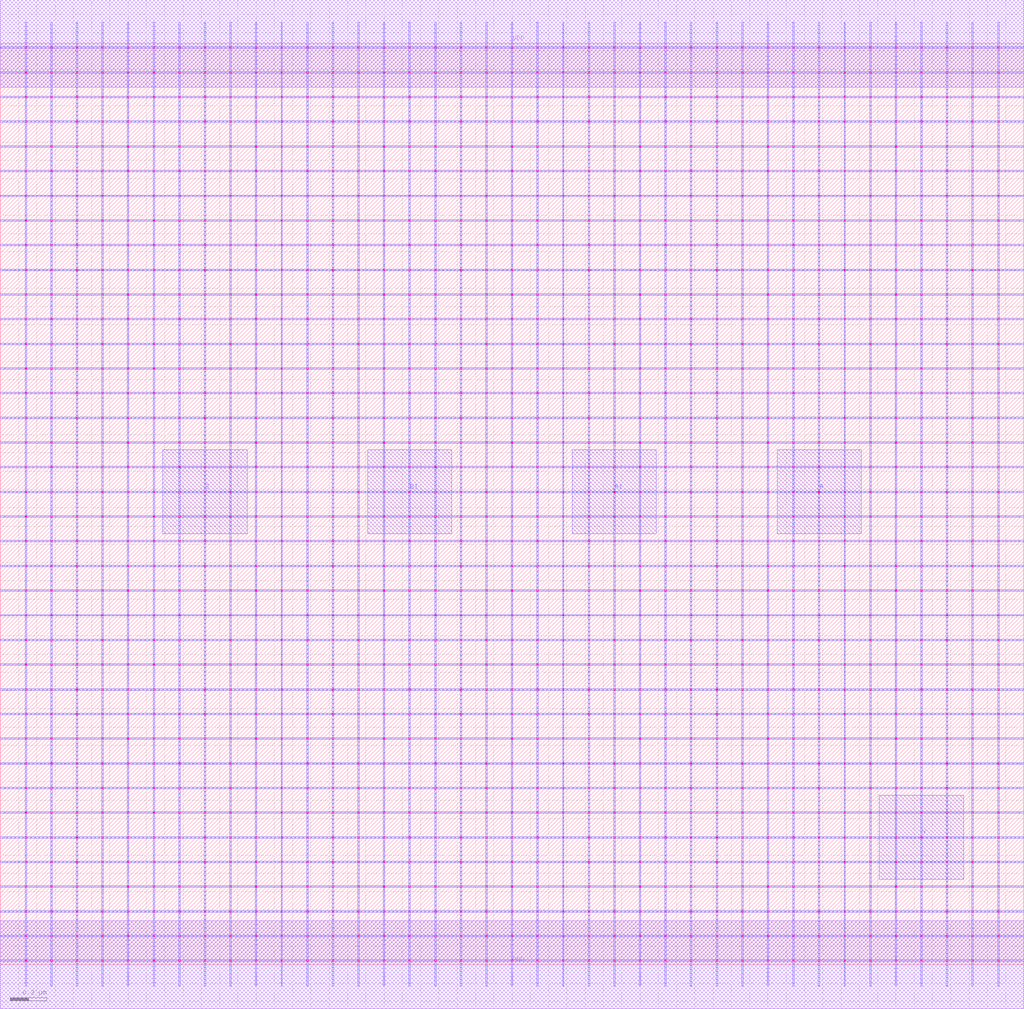
<source format=lef>
MACRO AAOI22_DEBUG
 CLASS CORE ;
 FOREIGN AAOI22_DEBUG 0 0 ;
 SIZE 5.6000000000000005 BY 5.04 ;
 ORIGIN 0 0 ;
 SYMMETRY X Y R90 ;
 SITE unit ;
  PIN VDD
   DIRECTION INOUT ;
   USE SIGNAL ;
   SHAPE ABUTMENT ;
    PORT
     CLASS CORE ;
       LAYER met1 ;
        RECT 0.00000000 4.80000000 5.60000000 5.28000000 ;
    END
  END VDD

  PIN GND
   DIRECTION INOUT ;
   USE SIGNAL ;
   SHAPE ABUTMENT ;
    PORT
     CLASS CORE ;
       LAYER met1 ;
        RECT 0.00000000 -0.24000000 5.60000000 0.24000000 ;
    END
  END GND

  PIN Y
   DIRECTION INOUT ;
   USE SIGNAL ;
   SHAPE ABUTMENT ;
    PORT
     CLASS CORE ;
       LAYER met2 ;
        RECT 4.81000000 0.46700000 5.27000000 0.92700000 ;
    END
  END Y

  PIN A1
   DIRECTION INOUT ;
   USE SIGNAL ;
   SHAPE ABUTMENT ;
    PORT
     CLASS CORE ;
       LAYER met2 ;
        RECT 3.13000000 2.35700000 3.59000000 2.81700000 ;
    END
  END A1

  PIN A
   DIRECTION INOUT ;
   USE SIGNAL ;
   SHAPE ABUTMENT ;
    PORT
     CLASS CORE ;
       LAYER met2 ;
        RECT 4.25000000 2.35700000 4.71000000 2.81700000 ;
    END
  END A

  PIN B1
   DIRECTION INOUT ;
   USE SIGNAL ;
   SHAPE ABUTMENT ;
    PORT
     CLASS CORE ;
       LAYER met2 ;
        RECT 2.01000000 2.35700000 2.47000000 2.81700000 ;
    END
  END B1

  PIN B
   DIRECTION INOUT ;
   USE SIGNAL ;
   SHAPE ABUTMENT ;
    PORT
     CLASS CORE ;
       LAYER met2 ;
        RECT 0.89000000 2.35700000 1.35000000 2.81700000 ;
    END
  END B

 OBS
    LAYER polycont ;
     RECT 1.11600000 2.58300000 1.12400000 2.59100000 ;
     RECT 2.23600000 2.58300000 2.24400000 2.59100000 ;
     RECT 3.35600000 2.58300000 3.36400000 2.59100000 ;
     RECT 4.47600000 2.58300000 4.48400000 2.59100000 ;
     RECT 1.11600000 2.98800000 1.12400000 2.99600000 ;
     RECT 2.23600000 2.98800000 2.24400000 2.99600000 ;
     RECT 3.35600000 2.98800000 3.36400000 2.99600000 ;
     RECT 4.47600000 2.98800000 4.48400000 2.99600000 ;

    LAYER pdiffc ;
     RECT 0.41600000 3.39300000 0.42400000 3.40100000 ;
     RECT 5.17600000 3.39300000 5.18400000 3.40100000 ;
     RECT 0.41600000 3.52800000 0.42400000 3.53600000 ;
     RECT 5.17600000 3.52800000 5.18400000 3.53600000 ;
     RECT 0.41600000 3.66300000 0.42400000 3.67100000 ;
     RECT 5.17600000 3.66300000 5.18400000 3.67100000 ;
     RECT 0.41600000 3.79800000 0.42400000 3.80600000 ;
     RECT 5.17600000 3.79800000 5.18400000 3.80600000 ;
     RECT 0.41600000 3.93300000 0.42400000 3.94100000 ;
     RECT 5.17600000 3.93300000 5.18400000 3.94100000 ;
     RECT 0.41600000 4.06800000 0.42400000 4.07600000 ;
     RECT 5.17600000 4.06800000 5.18400000 4.07600000 ;
     RECT 0.41600000 4.20300000 0.42400000 4.21100000 ;
     RECT 5.17600000 4.20300000 5.18400000 4.21100000 ;
     RECT 0.41600000 4.33800000 0.42400000 4.34600000 ;
     RECT 5.17600000 4.33800000 5.18400000 4.34600000 ;
     RECT 0.41600000 4.47300000 0.42400000 4.48100000 ;
     RECT 5.17600000 4.47300000 5.18400000 4.48100000 ;
     RECT 0.41600000 4.60800000 0.42400000 4.61600000 ;
     RECT 5.17600000 4.60800000 5.18400000 4.61600000 ;

    LAYER ndiffc ;
     RECT 0.41600000 0.42300000 0.42400000 0.43100000 ;
     RECT 0.55600000 0.42300000 0.56400000 0.43100000 ;
     RECT 1.67600000 0.42300000 1.68400000 0.43100000 ;
     RECT 2.79600000 0.42300000 2.80400000 0.43100000 ;
     RECT 3.91600000 0.42300000 3.92400000 0.43100000 ;
     RECT 5.03600000 0.42300000 5.04400000 0.43100000 ;
     RECT 5.17600000 0.42300000 5.18400000 0.43100000 ;
     RECT 0.41600000 0.55800000 0.42400000 0.56600000 ;
     RECT 0.55600000 0.55800000 0.56400000 0.56600000 ;
     RECT 1.67600000 0.55800000 1.68400000 0.56600000 ;
     RECT 2.79600000 0.55800000 2.80400000 0.56600000 ;
     RECT 3.91600000 0.55800000 3.92400000 0.56600000 ;
     RECT 5.03600000 0.55800000 5.04400000 0.56600000 ;
     RECT 5.17600000 0.55800000 5.18400000 0.56600000 ;
     RECT 0.41600000 0.69300000 0.42400000 0.70100000 ;
     RECT 0.55600000 0.69300000 0.56400000 0.70100000 ;
     RECT 1.67600000 0.69300000 1.68400000 0.70100000 ;
     RECT 2.79600000 0.69300000 2.80400000 0.70100000 ;
     RECT 3.91600000 0.69300000 3.92400000 0.70100000 ;
     RECT 5.03600000 0.69300000 5.04400000 0.70100000 ;
     RECT 5.17600000 0.69300000 5.18400000 0.70100000 ;
     RECT 0.41600000 0.82800000 0.42400000 0.83600000 ;
     RECT 0.55600000 0.82800000 0.56400000 0.83600000 ;
     RECT 1.67600000 0.82800000 1.68400000 0.83600000 ;
     RECT 2.79600000 0.82800000 2.80400000 0.83600000 ;
     RECT 3.91600000 0.82800000 3.92400000 0.83600000 ;
     RECT 5.03600000 0.82800000 5.04400000 0.83600000 ;
     RECT 5.17600000 0.82800000 5.18400000 0.83600000 ;
     RECT 0.41600000 0.96300000 0.42400000 0.97100000 ;
     RECT 0.55600000 0.96300000 0.56400000 0.97100000 ;
     RECT 1.67600000 0.96300000 1.68400000 0.97100000 ;
     RECT 2.79600000 0.96300000 2.80400000 0.97100000 ;
     RECT 3.91600000 0.96300000 3.92400000 0.97100000 ;
     RECT 5.03600000 0.96300000 5.04400000 0.97100000 ;
     RECT 5.17600000 0.96300000 5.18400000 0.97100000 ;
     RECT 0.41600000 1.09800000 0.42400000 1.10600000 ;
     RECT 0.55600000 1.09800000 0.56400000 1.10600000 ;
     RECT 1.67600000 1.09800000 1.68400000 1.10600000 ;
     RECT 2.79600000 1.09800000 2.80400000 1.10600000 ;
     RECT 3.91600000 1.09800000 3.92400000 1.10600000 ;
     RECT 5.03600000 1.09800000 5.04400000 1.10600000 ;
     RECT 5.17600000 1.09800000 5.18400000 1.10600000 ;
     RECT 0.41600000 1.23300000 0.42400000 1.24100000 ;
     RECT 0.55600000 1.23300000 0.56400000 1.24100000 ;
     RECT 1.67600000 1.23300000 1.68400000 1.24100000 ;
     RECT 2.79600000 1.23300000 2.80400000 1.24100000 ;
     RECT 3.91600000 1.23300000 3.92400000 1.24100000 ;
     RECT 5.03600000 1.23300000 5.04400000 1.24100000 ;
     RECT 5.17600000 1.23300000 5.18400000 1.24100000 ;
     RECT 0.41600000 1.36800000 0.42400000 1.37600000 ;
     RECT 0.55600000 1.36800000 0.56400000 1.37600000 ;
     RECT 1.67600000 1.36800000 1.68400000 1.37600000 ;
     RECT 2.79600000 1.36800000 2.80400000 1.37600000 ;
     RECT 3.91600000 1.36800000 3.92400000 1.37600000 ;
     RECT 5.03600000 1.36800000 5.04400000 1.37600000 ;
     RECT 5.17600000 1.36800000 5.18400000 1.37600000 ;
     RECT 0.41600000 1.50300000 0.42400000 1.51100000 ;
     RECT 0.55600000 1.50300000 0.56400000 1.51100000 ;
     RECT 1.67600000 1.50300000 1.68400000 1.51100000 ;
     RECT 2.79600000 1.50300000 2.80400000 1.51100000 ;
     RECT 3.91600000 1.50300000 3.92400000 1.51100000 ;
     RECT 5.03600000 1.50300000 5.04400000 1.51100000 ;
     RECT 5.17600000 1.50300000 5.18400000 1.51100000 ;
     RECT 0.41600000 1.63800000 0.42400000 1.64600000 ;
     RECT 0.55600000 1.63800000 0.56400000 1.64600000 ;
     RECT 1.67600000 1.63800000 1.68400000 1.64600000 ;
     RECT 2.79600000 1.63800000 2.80400000 1.64600000 ;
     RECT 3.91600000 1.63800000 3.92400000 1.64600000 ;
     RECT 5.03600000 1.63800000 5.04400000 1.64600000 ;
     RECT 5.17600000 1.63800000 5.18400000 1.64600000 ;
     RECT 0.41600000 1.77300000 0.42400000 1.78100000 ;
     RECT 0.55600000 1.77300000 0.56400000 1.78100000 ;
     RECT 1.67600000 1.77300000 1.68400000 1.78100000 ;
     RECT 2.79600000 1.77300000 2.80400000 1.78100000 ;
     RECT 3.91600000 1.77300000 3.92400000 1.78100000 ;
     RECT 5.03600000 1.77300000 5.04400000 1.78100000 ;
     RECT 5.17600000 1.77300000 5.18400000 1.78100000 ;
     RECT 0.41600000 1.90800000 0.42400000 1.91600000 ;
     RECT 0.55600000 1.90800000 0.56400000 1.91600000 ;
     RECT 1.67600000 1.90800000 1.68400000 1.91600000 ;
     RECT 2.79600000 1.90800000 2.80400000 1.91600000 ;
     RECT 3.91600000 1.90800000 3.92400000 1.91600000 ;
     RECT 5.03600000 1.90800000 5.04400000 1.91600000 ;
     RECT 5.17600000 1.90800000 5.18400000 1.91600000 ;
     RECT 0.41600000 2.04300000 0.42400000 2.05100000 ;
     RECT 0.55600000 2.04300000 0.56400000 2.05100000 ;
     RECT 1.67600000 2.04300000 1.68400000 2.05100000 ;
     RECT 2.79600000 2.04300000 2.80400000 2.05100000 ;
     RECT 3.91600000 2.04300000 3.92400000 2.05100000 ;
     RECT 5.03600000 2.04300000 5.04400000 2.05100000 ;
     RECT 5.17600000 2.04300000 5.18400000 2.05100000 ;

    LAYER met1 ;
     RECT 0.00000000 -0.24000000 5.60000000 0.24000000 ;
     RECT 2.79600000 0.24000000 2.80400000 0.28800000 ;
     RECT 0.02500000 0.28800000 5.57500000 0.29600000 ;
     RECT 2.79600000 0.29600000 2.80400000 0.42300000 ;
     RECT 0.02500000 0.42300000 5.57500000 0.43100000 ;
     RECT 2.79600000 0.43100000 2.80400000 0.55800000 ;
     RECT 0.02500000 0.55800000 5.57500000 0.56600000 ;
     RECT 2.79600000 0.56600000 2.80400000 0.69300000 ;
     RECT 0.02500000 0.69300000 5.57500000 0.70100000 ;
     RECT 2.79600000 0.70100000 2.80400000 0.82800000 ;
     RECT 0.02500000 0.82800000 5.57500000 0.83600000 ;
     RECT 2.79600000 0.83600000 2.80400000 0.96300000 ;
     RECT 0.02500000 0.96300000 5.57500000 0.97100000 ;
     RECT 2.79600000 0.97100000 2.80400000 1.09800000 ;
     RECT 0.02500000 1.09800000 5.57500000 1.10600000 ;
     RECT 2.79600000 1.10600000 2.80400000 1.23300000 ;
     RECT 0.02500000 1.23300000 5.57500000 1.24100000 ;
     RECT 2.79600000 1.24100000 2.80400000 1.36800000 ;
     RECT 0.02500000 1.36800000 5.57500000 1.37600000 ;
     RECT 2.79600000 1.37600000 2.80400000 1.50300000 ;
     RECT 0.02500000 1.50300000 5.57500000 1.51100000 ;
     RECT 2.79600000 1.51100000 2.80400000 1.63800000 ;
     RECT 0.02500000 1.63800000 5.57500000 1.64600000 ;
     RECT 2.79600000 1.64600000 2.80400000 1.77300000 ;
     RECT 0.02500000 1.77300000 5.57500000 1.78100000 ;
     RECT 2.79600000 1.78100000 2.80400000 1.90800000 ;
     RECT 0.02500000 1.90800000 5.57500000 1.91600000 ;
     RECT 2.79600000 1.91600000 2.80400000 2.04300000 ;
     RECT 0.02500000 2.04300000 5.57500000 2.05100000 ;
     RECT 2.79600000 2.05100000 2.80400000 2.17800000 ;
     RECT 0.02500000 2.17800000 5.57500000 2.18600000 ;
     RECT 2.79600000 2.18600000 2.80400000 2.31300000 ;
     RECT 0.02500000 2.31300000 5.57500000 2.32100000 ;
     RECT 2.79600000 2.32100000 2.80400000 2.44800000 ;
     RECT 0.02500000 2.44800000 5.57500000 2.45600000 ;
     RECT 0.13600000 2.45600000 0.14400000 2.58300000 ;
     RECT 0.27600000 2.45600000 0.28400000 2.58300000 ;
     RECT 0.41600000 2.45600000 0.42400000 2.58300000 ;
     RECT 0.55600000 2.45600000 0.56400000 2.58300000 ;
     RECT 0.69600000 2.45600000 0.70400000 2.58300000 ;
     RECT 0.83600000 2.45600000 0.84400000 2.58300000 ;
     RECT 0.97600000 2.45600000 0.98400000 2.58300000 ;
     RECT 1.11600000 2.45600000 1.12400000 2.58300000 ;
     RECT 1.25600000 2.45600000 1.26400000 2.58300000 ;
     RECT 1.39600000 2.45600000 1.40400000 2.58300000 ;
     RECT 1.53600000 2.45600000 1.54400000 2.58300000 ;
     RECT 1.67600000 2.45600000 1.68400000 2.58300000 ;
     RECT 1.81600000 2.45600000 1.82400000 2.58300000 ;
     RECT 1.95600000 2.45600000 1.96400000 2.58300000 ;
     RECT 2.09600000 2.45600000 2.10400000 2.58300000 ;
     RECT 2.23600000 2.45600000 2.24400000 2.58300000 ;
     RECT 2.37600000 2.45600000 2.38400000 2.58300000 ;
     RECT 2.51600000 2.45600000 2.52400000 2.58300000 ;
     RECT 2.65600000 2.45600000 2.66400000 2.58300000 ;
     RECT 2.79600000 2.45600000 2.80400000 2.58300000 ;
     RECT 2.93600000 2.45600000 2.94400000 2.58300000 ;
     RECT 3.07600000 2.45600000 3.08400000 2.58300000 ;
     RECT 3.21600000 2.45600000 3.22400000 2.58300000 ;
     RECT 3.35600000 2.45600000 3.36400000 2.58300000 ;
     RECT 3.49600000 2.45600000 3.50400000 2.58300000 ;
     RECT 3.63600000 2.45600000 3.64400000 2.58300000 ;
     RECT 3.77600000 2.45600000 3.78400000 2.58300000 ;
     RECT 3.91600000 2.45600000 3.92400000 2.58300000 ;
     RECT 4.05600000 2.45600000 4.06400000 2.58300000 ;
     RECT 4.19600000 2.45600000 4.20400000 2.58300000 ;
     RECT 4.33600000 2.45600000 4.34400000 2.58300000 ;
     RECT 4.47600000 2.45600000 4.48400000 2.58300000 ;
     RECT 4.61600000 2.45600000 4.62400000 2.58300000 ;
     RECT 4.75600000 2.45600000 4.76400000 2.58300000 ;
     RECT 4.89600000 2.45600000 4.90400000 2.58300000 ;
     RECT 5.03600000 2.45600000 5.04400000 2.58300000 ;
     RECT 5.17600000 2.45600000 5.18400000 2.58300000 ;
     RECT 5.31600000 2.45600000 5.32400000 2.58300000 ;
     RECT 5.45600000 2.45600000 5.46400000 2.58300000 ;
     RECT 0.02500000 2.58300000 5.57500000 2.59100000 ;
     RECT 2.79600000 2.59100000 2.80400000 2.71800000 ;
     RECT 0.02500000 2.71800000 5.57500000 2.72600000 ;
     RECT 2.79600000 2.72600000 2.80400000 2.85300000 ;
     RECT 0.02500000 2.85300000 5.57500000 2.86100000 ;
     RECT 2.79600000 2.86100000 2.80400000 2.98800000 ;
     RECT 0.02500000 2.98800000 5.57500000 2.99600000 ;
     RECT 2.79600000 2.99600000 2.80400000 3.12300000 ;
     RECT 0.02500000 3.12300000 5.57500000 3.13100000 ;
     RECT 2.79600000 3.13100000 2.80400000 3.25800000 ;
     RECT 0.02500000 3.25800000 5.57500000 3.26600000 ;
     RECT 2.79600000 3.26600000 2.80400000 3.39300000 ;
     RECT 0.02500000 3.39300000 5.57500000 3.40100000 ;
     RECT 2.79600000 3.40100000 2.80400000 3.52800000 ;
     RECT 0.02500000 3.52800000 5.57500000 3.53600000 ;
     RECT 2.79600000 3.53600000 2.80400000 3.66300000 ;
     RECT 0.02500000 3.66300000 5.57500000 3.67100000 ;
     RECT 2.79600000 3.67100000 2.80400000 3.79800000 ;
     RECT 0.02500000 3.79800000 5.57500000 3.80600000 ;
     RECT 2.79600000 3.80600000 2.80400000 3.93300000 ;
     RECT 0.02500000 3.93300000 5.57500000 3.94100000 ;
     RECT 2.79600000 3.94100000 2.80400000 4.06800000 ;
     RECT 0.02500000 4.06800000 5.57500000 4.07600000 ;
     RECT 2.79600000 4.07600000 2.80400000 4.20300000 ;
     RECT 0.02500000 4.20300000 5.57500000 4.21100000 ;
     RECT 2.79600000 4.21100000 2.80400000 4.33800000 ;
     RECT 0.02500000 4.33800000 5.57500000 4.34600000 ;
     RECT 2.79600000 4.34600000 2.80400000 4.47300000 ;
     RECT 0.02500000 4.47300000 5.57500000 4.48100000 ;
     RECT 2.79600000 4.48100000 2.80400000 4.60800000 ;
     RECT 0.02500000 4.60800000 5.57500000 4.61600000 ;
     RECT 2.79600000 4.61600000 2.80400000 4.74300000 ;
     RECT 0.02500000 4.74300000 5.57500000 4.75100000 ;
     RECT 2.79600000 4.75100000 2.80400000 4.80000000 ;
     RECT 0.00000000 4.80000000 5.60000000 5.28000000 ;
     RECT 4.19600000 2.86100000 4.20400000 2.98800000 ;
     RECT 4.19600000 2.99600000 4.20400000 3.12300000 ;
     RECT 4.19600000 3.13100000 4.20400000 3.25800000 ;
     RECT 4.19600000 2.59100000 4.20400000 2.71800000 ;
     RECT 4.19600000 3.26600000 4.20400000 3.39300000 ;
     RECT 4.19600000 3.40100000 4.20400000 3.52800000 ;
     RECT 4.19600000 3.53600000 4.20400000 3.66300000 ;
     RECT 4.19600000 3.67100000 4.20400000 3.79800000 ;
     RECT 2.93600000 3.80600000 2.94400000 3.93300000 ;
     RECT 3.07600000 3.80600000 3.08400000 3.93300000 ;
     RECT 3.21600000 3.80600000 3.22400000 3.93300000 ;
     RECT 3.35600000 3.80600000 3.36400000 3.93300000 ;
     RECT 3.49600000 3.80600000 3.50400000 3.93300000 ;
     RECT 3.63600000 3.80600000 3.64400000 3.93300000 ;
     RECT 3.77600000 3.80600000 3.78400000 3.93300000 ;
     RECT 3.91600000 3.80600000 3.92400000 3.93300000 ;
     RECT 4.05600000 3.80600000 4.06400000 3.93300000 ;
     RECT 4.19600000 3.80600000 4.20400000 3.93300000 ;
     RECT 4.33600000 3.80600000 4.34400000 3.93300000 ;
     RECT 4.47600000 3.80600000 4.48400000 3.93300000 ;
     RECT 4.61600000 3.80600000 4.62400000 3.93300000 ;
     RECT 4.75600000 3.80600000 4.76400000 3.93300000 ;
     RECT 4.89600000 3.80600000 4.90400000 3.93300000 ;
     RECT 5.03600000 3.80600000 5.04400000 3.93300000 ;
     RECT 5.17600000 3.80600000 5.18400000 3.93300000 ;
     RECT 5.31600000 3.80600000 5.32400000 3.93300000 ;
     RECT 5.45600000 3.80600000 5.46400000 3.93300000 ;
     RECT 4.19600000 3.94100000 4.20400000 4.06800000 ;
     RECT 4.19600000 4.07600000 4.20400000 4.20300000 ;
     RECT 4.19600000 4.21100000 4.20400000 4.33800000 ;
     RECT 4.19600000 4.34600000 4.20400000 4.47300000 ;
     RECT 4.19600000 4.48100000 4.20400000 4.60800000 ;
     RECT 4.19600000 4.61600000 4.20400000 4.74300000 ;
     RECT 4.19600000 2.72600000 4.20400000 2.85300000 ;
     RECT 4.19600000 4.75100000 4.20400000 4.80000000 ;
     RECT 5.31600000 3.94100000 5.32400000 4.06800000 ;
     RECT 5.45600000 3.94100000 5.46400000 4.06800000 ;
     RECT 4.33600000 3.94100000 4.34400000 4.06800000 ;
     RECT 4.33600000 4.07600000 4.34400000 4.20300000 ;
     RECT 4.47600000 4.07600000 4.48400000 4.20300000 ;
     RECT 4.61600000 4.07600000 4.62400000 4.20300000 ;
     RECT 4.75600000 4.07600000 4.76400000 4.20300000 ;
     RECT 4.89600000 4.07600000 4.90400000 4.20300000 ;
     RECT 5.03600000 4.07600000 5.04400000 4.20300000 ;
     RECT 5.17600000 4.07600000 5.18400000 4.20300000 ;
     RECT 5.31600000 4.07600000 5.32400000 4.20300000 ;
     RECT 5.45600000 4.07600000 5.46400000 4.20300000 ;
     RECT 4.47600000 3.94100000 4.48400000 4.06800000 ;
     RECT 4.33600000 4.21100000 4.34400000 4.33800000 ;
     RECT 4.47600000 4.21100000 4.48400000 4.33800000 ;
     RECT 4.61600000 4.21100000 4.62400000 4.33800000 ;
     RECT 4.75600000 4.21100000 4.76400000 4.33800000 ;
     RECT 4.89600000 4.21100000 4.90400000 4.33800000 ;
     RECT 5.03600000 4.21100000 5.04400000 4.33800000 ;
     RECT 5.17600000 4.21100000 5.18400000 4.33800000 ;
     RECT 5.31600000 4.21100000 5.32400000 4.33800000 ;
     RECT 5.45600000 4.21100000 5.46400000 4.33800000 ;
     RECT 4.61600000 3.94100000 4.62400000 4.06800000 ;
     RECT 4.33600000 4.34600000 4.34400000 4.47300000 ;
     RECT 4.47600000 4.34600000 4.48400000 4.47300000 ;
     RECT 4.61600000 4.34600000 4.62400000 4.47300000 ;
     RECT 4.75600000 4.34600000 4.76400000 4.47300000 ;
     RECT 4.89600000 4.34600000 4.90400000 4.47300000 ;
     RECT 5.03600000 4.34600000 5.04400000 4.47300000 ;
     RECT 5.17600000 4.34600000 5.18400000 4.47300000 ;
     RECT 5.31600000 4.34600000 5.32400000 4.47300000 ;
     RECT 5.45600000 4.34600000 5.46400000 4.47300000 ;
     RECT 4.75600000 3.94100000 4.76400000 4.06800000 ;
     RECT 4.33600000 4.48100000 4.34400000 4.60800000 ;
     RECT 4.47600000 4.48100000 4.48400000 4.60800000 ;
     RECT 4.61600000 4.48100000 4.62400000 4.60800000 ;
     RECT 4.75600000 4.48100000 4.76400000 4.60800000 ;
     RECT 4.89600000 4.48100000 4.90400000 4.60800000 ;
     RECT 5.03600000 4.48100000 5.04400000 4.60800000 ;
     RECT 5.17600000 4.48100000 5.18400000 4.60800000 ;
     RECT 5.31600000 4.48100000 5.32400000 4.60800000 ;
     RECT 5.45600000 4.48100000 5.46400000 4.60800000 ;
     RECT 4.89600000 3.94100000 4.90400000 4.06800000 ;
     RECT 4.33600000 4.61600000 4.34400000 4.74300000 ;
     RECT 4.47600000 4.61600000 4.48400000 4.74300000 ;
     RECT 4.61600000 4.61600000 4.62400000 4.74300000 ;
     RECT 4.75600000 4.61600000 4.76400000 4.74300000 ;
     RECT 4.89600000 4.61600000 4.90400000 4.74300000 ;
     RECT 5.03600000 4.61600000 5.04400000 4.74300000 ;
     RECT 5.17600000 4.61600000 5.18400000 4.74300000 ;
     RECT 5.31600000 4.61600000 5.32400000 4.74300000 ;
     RECT 5.45600000 4.61600000 5.46400000 4.74300000 ;
     RECT 5.03600000 3.94100000 5.04400000 4.06800000 ;
     RECT 5.17600000 3.94100000 5.18400000 4.06800000 ;
     RECT 4.33600000 4.75100000 4.34400000 4.80000000 ;
     RECT 4.47600000 4.75100000 4.48400000 4.80000000 ;
     RECT 4.61600000 4.75100000 4.62400000 4.80000000 ;
     RECT 4.75600000 4.75100000 4.76400000 4.80000000 ;
     RECT 4.89600000 4.75100000 4.90400000 4.80000000 ;
     RECT 5.03600000 4.75100000 5.04400000 4.80000000 ;
     RECT 5.17600000 4.75100000 5.18400000 4.80000000 ;
     RECT 5.31600000 4.75100000 5.32400000 4.80000000 ;
     RECT 5.45600000 4.75100000 5.46400000 4.80000000 ;
     RECT 4.05600000 3.94100000 4.06400000 4.06800000 ;
     RECT 2.93600000 3.94100000 2.94400000 4.06800000 ;
     RECT 2.93600000 4.07600000 2.94400000 4.20300000 ;
     RECT 2.93600000 4.21100000 2.94400000 4.33800000 ;
     RECT 3.07600000 4.21100000 3.08400000 4.33800000 ;
     RECT 2.93600000 4.48100000 2.94400000 4.60800000 ;
     RECT 3.07600000 4.48100000 3.08400000 4.60800000 ;
     RECT 3.21600000 4.48100000 3.22400000 4.60800000 ;
     RECT 3.35600000 4.48100000 3.36400000 4.60800000 ;
     RECT 3.49600000 4.48100000 3.50400000 4.60800000 ;
     RECT 3.63600000 4.48100000 3.64400000 4.60800000 ;
     RECT 3.77600000 4.48100000 3.78400000 4.60800000 ;
     RECT 3.91600000 4.48100000 3.92400000 4.60800000 ;
     RECT 4.05600000 4.48100000 4.06400000 4.60800000 ;
     RECT 3.21600000 4.21100000 3.22400000 4.33800000 ;
     RECT 3.35600000 4.21100000 3.36400000 4.33800000 ;
     RECT 3.49600000 4.21100000 3.50400000 4.33800000 ;
     RECT 3.63600000 4.21100000 3.64400000 4.33800000 ;
     RECT 3.77600000 4.21100000 3.78400000 4.33800000 ;
     RECT 3.91600000 4.21100000 3.92400000 4.33800000 ;
     RECT 4.05600000 4.21100000 4.06400000 4.33800000 ;
     RECT 3.07600000 4.07600000 3.08400000 4.20300000 ;
     RECT 3.21600000 4.07600000 3.22400000 4.20300000 ;
     RECT 3.35600000 4.07600000 3.36400000 4.20300000 ;
     RECT 2.93600000 4.61600000 2.94400000 4.74300000 ;
     RECT 3.07600000 4.61600000 3.08400000 4.74300000 ;
     RECT 3.21600000 4.61600000 3.22400000 4.74300000 ;
     RECT 3.35600000 4.61600000 3.36400000 4.74300000 ;
     RECT 3.49600000 4.61600000 3.50400000 4.74300000 ;
     RECT 3.63600000 4.61600000 3.64400000 4.74300000 ;
     RECT 3.77600000 4.61600000 3.78400000 4.74300000 ;
     RECT 3.91600000 4.61600000 3.92400000 4.74300000 ;
     RECT 4.05600000 4.61600000 4.06400000 4.74300000 ;
     RECT 3.49600000 4.07600000 3.50400000 4.20300000 ;
     RECT 3.63600000 4.07600000 3.64400000 4.20300000 ;
     RECT 3.77600000 4.07600000 3.78400000 4.20300000 ;
     RECT 3.91600000 4.07600000 3.92400000 4.20300000 ;
     RECT 4.05600000 4.07600000 4.06400000 4.20300000 ;
     RECT 3.07600000 3.94100000 3.08400000 4.06800000 ;
     RECT 3.21600000 3.94100000 3.22400000 4.06800000 ;
     RECT 2.93600000 4.34600000 2.94400000 4.47300000 ;
     RECT 3.07600000 4.34600000 3.08400000 4.47300000 ;
     RECT 3.21600000 4.34600000 3.22400000 4.47300000 ;
     RECT 3.35600000 4.34600000 3.36400000 4.47300000 ;
     RECT 2.93600000 4.75100000 2.94400000 4.80000000 ;
     RECT 3.07600000 4.75100000 3.08400000 4.80000000 ;
     RECT 3.21600000 4.75100000 3.22400000 4.80000000 ;
     RECT 3.35600000 4.75100000 3.36400000 4.80000000 ;
     RECT 3.49600000 4.75100000 3.50400000 4.80000000 ;
     RECT 3.63600000 4.75100000 3.64400000 4.80000000 ;
     RECT 3.77600000 4.75100000 3.78400000 4.80000000 ;
     RECT 3.91600000 4.75100000 3.92400000 4.80000000 ;
     RECT 4.05600000 4.75100000 4.06400000 4.80000000 ;
     RECT 3.49600000 4.34600000 3.50400000 4.47300000 ;
     RECT 3.63600000 4.34600000 3.64400000 4.47300000 ;
     RECT 3.77600000 4.34600000 3.78400000 4.47300000 ;
     RECT 3.91600000 4.34600000 3.92400000 4.47300000 ;
     RECT 4.05600000 4.34600000 4.06400000 4.47300000 ;
     RECT 3.35600000 3.94100000 3.36400000 4.06800000 ;
     RECT 3.49600000 3.94100000 3.50400000 4.06800000 ;
     RECT 3.63600000 3.94100000 3.64400000 4.06800000 ;
     RECT 3.77600000 3.94100000 3.78400000 4.06800000 ;
     RECT 3.91600000 3.94100000 3.92400000 4.06800000 ;
     RECT 2.93600000 2.99600000 2.94400000 3.12300000 ;
     RECT 3.07600000 2.99600000 3.08400000 3.12300000 ;
     RECT 3.21600000 2.99600000 3.22400000 3.12300000 ;
     RECT 3.35600000 2.99600000 3.36400000 3.12300000 ;
     RECT 3.49600000 2.99600000 3.50400000 3.12300000 ;
     RECT 3.63600000 2.99600000 3.64400000 3.12300000 ;
     RECT 3.77600000 2.99600000 3.78400000 3.12300000 ;
     RECT 3.91600000 2.99600000 3.92400000 3.12300000 ;
     RECT 4.05600000 2.99600000 4.06400000 3.12300000 ;
     RECT 3.35600000 2.59100000 3.36400000 2.71800000 ;
     RECT 3.77600000 2.59100000 3.78400000 2.71800000 ;
     RECT 3.91600000 2.59100000 3.92400000 2.71800000 ;
     RECT 2.93600000 3.13100000 2.94400000 3.25800000 ;
     RECT 2.93600000 2.59100000 2.94400000 2.71800000 ;
     RECT 3.07600000 3.13100000 3.08400000 3.25800000 ;
     RECT 3.21600000 3.13100000 3.22400000 3.25800000 ;
     RECT 3.35600000 3.13100000 3.36400000 3.25800000 ;
     RECT 3.49600000 3.13100000 3.50400000 3.25800000 ;
     RECT 3.63600000 3.13100000 3.64400000 3.25800000 ;
     RECT 3.63600000 2.72600000 3.64400000 2.85300000 ;
     RECT 3.77600000 2.72600000 3.78400000 2.85300000 ;
     RECT 3.77600000 3.13100000 3.78400000 3.25800000 ;
     RECT 3.91600000 3.13100000 3.92400000 3.25800000 ;
     RECT 4.05600000 3.13100000 4.06400000 3.25800000 ;
     RECT 2.93600000 2.86100000 2.94400000 2.98800000 ;
     RECT 4.05600000 2.59100000 4.06400000 2.71800000 ;
     RECT 3.07600000 2.86100000 3.08400000 2.98800000 ;
     RECT 2.93600000 3.26600000 2.94400000 3.39300000 ;
     RECT 3.07600000 3.26600000 3.08400000 3.39300000 ;
     RECT 3.21600000 3.26600000 3.22400000 3.39300000 ;
     RECT 3.35600000 3.26600000 3.36400000 3.39300000 ;
     RECT 3.49600000 3.26600000 3.50400000 3.39300000 ;
     RECT 3.63600000 3.26600000 3.64400000 3.39300000 ;
     RECT 3.77600000 3.26600000 3.78400000 3.39300000 ;
     RECT 3.91600000 3.26600000 3.92400000 3.39300000 ;
     RECT 3.07600000 2.59100000 3.08400000 2.71800000 ;
     RECT 2.93600000 2.72600000 2.94400000 2.85300000 ;
     RECT 4.05600000 3.26600000 4.06400000 3.39300000 ;
     RECT 3.21600000 2.86100000 3.22400000 2.98800000 ;
     RECT 2.93600000 3.40100000 2.94400000 3.52800000 ;
     RECT 3.91600000 2.72600000 3.92400000 2.85300000 ;
     RECT 4.05600000 2.72600000 4.06400000 2.85300000 ;
     RECT 3.07600000 3.40100000 3.08400000 3.52800000 ;
     RECT 3.21600000 3.40100000 3.22400000 3.52800000 ;
     RECT 3.35600000 3.40100000 3.36400000 3.52800000 ;
     RECT 3.49600000 3.40100000 3.50400000 3.52800000 ;
     RECT 3.63600000 3.40100000 3.64400000 3.52800000 ;
     RECT 3.77600000 3.40100000 3.78400000 3.52800000 ;
     RECT 3.91600000 3.40100000 3.92400000 3.52800000 ;
     RECT 4.05600000 3.40100000 4.06400000 3.52800000 ;
     RECT 3.35600000 2.86100000 3.36400000 2.98800000 ;
     RECT 2.93600000 3.53600000 2.94400000 3.66300000 ;
     RECT 3.07600000 3.53600000 3.08400000 3.66300000 ;
     RECT 3.21600000 3.53600000 3.22400000 3.66300000 ;
     RECT 3.35600000 3.53600000 3.36400000 3.66300000 ;
     RECT 3.49600000 3.53600000 3.50400000 3.66300000 ;
     RECT 3.63600000 3.53600000 3.64400000 3.66300000 ;
     RECT 3.77600000 3.53600000 3.78400000 3.66300000 ;
     RECT 3.07600000 2.72600000 3.08400000 2.85300000 ;
     RECT 3.21600000 2.72600000 3.22400000 2.85300000 ;
     RECT 3.91600000 3.53600000 3.92400000 3.66300000 ;
     RECT 4.05600000 3.53600000 4.06400000 3.66300000 ;
     RECT 3.49600000 2.86100000 3.50400000 2.98800000 ;
     RECT 2.93600000 3.67100000 2.94400000 3.79800000 ;
     RECT 3.07600000 3.67100000 3.08400000 3.79800000 ;
     RECT 3.21600000 3.67100000 3.22400000 3.79800000 ;
     RECT 3.35600000 3.67100000 3.36400000 3.79800000 ;
     RECT 3.49600000 3.67100000 3.50400000 3.79800000 ;
     RECT 3.63600000 3.67100000 3.64400000 3.79800000 ;
     RECT 3.77600000 3.67100000 3.78400000 3.79800000 ;
     RECT 3.91600000 3.67100000 3.92400000 3.79800000 ;
     RECT 4.05600000 3.67100000 4.06400000 3.79800000 ;
     RECT 3.63600000 2.86100000 3.64400000 2.98800000 ;
     RECT 3.77600000 2.86100000 3.78400000 2.98800000 ;
     RECT 3.91600000 2.86100000 3.92400000 2.98800000 ;
     RECT 4.05600000 2.86100000 4.06400000 2.98800000 ;
     RECT 3.21600000 2.59100000 3.22400000 2.71800000 ;
     RECT 3.49600000 2.59100000 3.50400000 2.71800000 ;
     RECT 3.63600000 2.59100000 3.64400000 2.71800000 ;
     RECT 3.35600000 2.72600000 3.36400000 2.85300000 ;
     RECT 3.49600000 2.72600000 3.50400000 2.85300000 ;
     RECT 4.75600000 3.26600000 4.76400000 3.39300000 ;
     RECT 4.89600000 3.26600000 4.90400000 3.39300000 ;
     RECT 5.03600000 3.26600000 5.04400000 3.39300000 ;
     RECT 5.17600000 3.26600000 5.18400000 3.39300000 ;
     RECT 5.31600000 3.26600000 5.32400000 3.39300000 ;
     RECT 5.45600000 3.26600000 5.46400000 3.39300000 ;
     RECT 4.33600000 2.59100000 4.34400000 2.71800000 ;
     RECT 4.47600000 2.59100000 4.48400000 2.71800000 ;
     RECT 5.45600000 2.99600000 5.46400000 3.12300000 ;
     RECT 5.03600000 2.86100000 5.04400000 2.98800000 ;
     RECT 5.17600000 2.86100000 5.18400000 2.98800000 ;
     RECT 5.31600000 2.86100000 5.32400000 2.98800000 ;
     RECT 5.45600000 2.59100000 5.46400000 2.71800000 ;
     RECT 5.45600000 2.86100000 5.46400000 2.98800000 ;
     RECT 5.31600000 2.72600000 5.32400000 2.85300000 ;
     RECT 5.45600000 2.72600000 5.46400000 2.85300000 ;
     RECT 4.61600000 2.72600000 4.62400000 2.85300000 ;
     RECT 4.75600000 2.72600000 4.76400000 2.85300000 ;
     RECT 4.89600000 2.72600000 4.90400000 2.85300000 ;
     RECT 4.33600000 3.40100000 4.34400000 3.52800000 ;
     RECT 4.47600000 3.40100000 4.48400000 3.52800000 ;
     RECT 4.61600000 3.40100000 4.62400000 3.52800000 ;
     RECT 4.75600000 3.40100000 4.76400000 3.52800000 ;
     RECT 4.89600000 3.40100000 4.90400000 3.52800000 ;
     RECT 5.03600000 3.40100000 5.04400000 3.52800000 ;
     RECT 5.17600000 3.40100000 5.18400000 3.52800000 ;
     RECT 5.31600000 3.40100000 5.32400000 3.52800000 ;
     RECT 5.45600000 3.40100000 5.46400000 3.52800000 ;
     RECT 4.61600000 2.59100000 4.62400000 2.71800000 ;
     RECT 4.75600000 2.59100000 4.76400000 2.71800000 ;
     RECT 5.03600000 2.72600000 5.04400000 2.85300000 ;
     RECT 5.17600000 2.72600000 5.18400000 2.85300000 ;
     RECT 4.33600000 2.86100000 4.34400000 2.98800000 ;
     RECT 4.33600000 3.13100000 4.34400000 3.25800000 ;
     RECT 4.47600000 3.13100000 4.48400000 3.25800000 ;
     RECT 4.61600000 3.13100000 4.62400000 3.25800000 ;
     RECT 4.75600000 3.13100000 4.76400000 3.25800000 ;
     RECT 4.89600000 3.13100000 4.90400000 3.25800000 ;
     RECT 5.03600000 3.13100000 5.04400000 3.25800000 ;
     RECT 5.17600000 3.13100000 5.18400000 3.25800000 ;
     RECT 4.33600000 3.53600000 4.34400000 3.66300000 ;
     RECT 4.47600000 3.53600000 4.48400000 3.66300000 ;
     RECT 4.61600000 3.53600000 4.62400000 3.66300000 ;
     RECT 4.75600000 3.53600000 4.76400000 3.66300000 ;
     RECT 4.89600000 3.53600000 4.90400000 3.66300000 ;
     RECT 5.03600000 3.53600000 5.04400000 3.66300000 ;
     RECT 5.17600000 3.53600000 5.18400000 3.66300000 ;
     RECT 5.31600000 3.53600000 5.32400000 3.66300000 ;
     RECT 5.45600000 3.53600000 5.46400000 3.66300000 ;
     RECT 4.89600000 2.59100000 4.90400000 2.71800000 ;
     RECT 5.03600000 2.59100000 5.04400000 2.71800000 ;
     RECT 5.31600000 3.13100000 5.32400000 3.25800000 ;
     RECT 5.45600000 3.13100000 5.46400000 3.25800000 ;
     RECT 4.47600000 2.86100000 4.48400000 2.98800000 ;
     RECT 4.61600000 2.86100000 4.62400000 2.98800000 ;
     RECT 4.75600000 2.86100000 4.76400000 2.98800000 ;
     RECT 4.89600000 2.86100000 4.90400000 2.98800000 ;
     RECT 4.33600000 2.99600000 4.34400000 3.12300000 ;
     RECT 4.47600000 2.99600000 4.48400000 3.12300000 ;
     RECT 4.61600000 2.99600000 4.62400000 3.12300000 ;
     RECT 4.33600000 2.72600000 4.34400000 2.85300000 ;
     RECT 4.75600000 2.99600000 4.76400000 3.12300000 ;
     RECT 4.33600000 3.67100000 4.34400000 3.79800000 ;
     RECT 4.47600000 3.67100000 4.48400000 3.79800000 ;
     RECT 4.61600000 3.67100000 4.62400000 3.79800000 ;
     RECT 4.75600000 3.67100000 4.76400000 3.79800000 ;
     RECT 4.89600000 3.67100000 4.90400000 3.79800000 ;
     RECT 5.03600000 3.67100000 5.04400000 3.79800000 ;
     RECT 5.17600000 3.67100000 5.18400000 3.79800000 ;
     RECT 5.31600000 3.67100000 5.32400000 3.79800000 ;
     RECT 5.45600000 3.67100000 5.46400000 3.79800000 ;
     RECT 5.17600000 2.59100000 5.18400000 2.71800000 ;
     RECT 5.31600000 2.59100000 5.32400000 2.71800000 ;
     RECT 4.89600000 2.99600000 4.90400000 3.12300000 ;
     RECT 5.03600000 2.99600000 5.04400000 3.12300000 ;
     RECT 5.17600000 2.99600000 5.18400000 3.12300000 ;
     RECT 5.31600000 2.99600000 5.32400000 3.12300000 ;
     RECT 4.33600000 3.26600000 4.34400000 3.39300000 ;
     RECT 4.47600000 3.26600000 4.48400000 3.39300000 ;
     RECT 4.61600000 3.26600000 4.62400000 3.39300000 ;
     RECT 4.47600000 2.72600000 4.48400000 2.85300000 ;
     RECT 0.13600000 3.80600000 0.14400000 3.93300000 ;
     RECT 0.27600000 3.80600000 0.28400000 3.93300000 ;
     RECT 0.41600000 3.80600000 0.42400000 3.93300000 ;
     RECT 0.55600000 3.80600000 0.56400000 3.93300000 ;
     RECT 0.69600000 3.80600000 0.70400000 3.93300000 ;
     RECT 0.83600000 3.80600000 0.84400000 3.93300000 ;
     RECT 0.97600000 3.80600000 0.98400000 3.93300000 ;
     RECT 1.11600000 3.80600000 1.12400000 3.93300000 ;
     RECT 1.25600000 3.80600000 1.26400000 3.93300000 ;
     RECT 1.39600000 3.80600000 1.40400000 3.93300000 ;
     RECT 1.53600000 3.80600000 1.54400000 3.93300000 ;
     RECT 1.67600000 3.80600000 1.68400000 3.93300000 ;
     RECT 1.81600000 3.80600000 1.82400000 3.93300000 ;
     RECT 1.95600000 3.80600000 1.96400000 3.93300000 ;
     RECT 2.09600000 3.80600000 2.10400000 3.93300000 ;
     RECT 2.23600000 3.80600000 2.24400000 3.93300000 ;
     RECT 2.37600000 3.80600000 2.38400000 3.93300000 ;
     RECT 2.51600000 3.80600000 2.52400000 3.93300000 ;
     RECT 2.65600000 3.80600000 2.66400000 3.93300000 ;
     RECT 1.39600000 3.26600000 1.40400000 3.39300000 ;
     RECT 1.39600000 3.94100000 1.40400000 4.06800000 ;
     RECT 1.39600000 2.72600000 1.40400000 2.85300000 ;
     RECT 1.39600000 4.07600000 1.40400000 4.20300000 ;
     RECT 1.39600000 3.40100000 1.40400000 3.52800000 ;
     RECT 1.39600000 4.21100000 1.40400000 4.33800000 ;
     RECT 1.39600000 2.99600000 1.40400000 3.12300000 ;
     RECT 1.39600000 4.34600000 1.40400000 4.47300000 ;
     RECT 1.39600000 2.59100000 1.40400000 2.71800000 ;
     RECT 1.39600000 3.53600000 1.40400000 3.66300000 ;
     RECT 1.39600000 4.48100000 1.40400000 4.60800000 ;
     RECT 1.39600000 4.61600000 1.40400000 4.74300000 ;
     RECT 1.39600000 3.67100000 1.40400000 3.79800000 ;
     RECT 1.39600000 4.75100000 1.40400000 4.80000000 ;
     RECT 1.39600000 3.13100000 1.40400000 3.25800000 ;
     RECT 1.39600000 2.86100000 1.40400000 2.98800000 ;
     RECT 1.95600000 4.07600000 1.96400000 4.20300000 ;
     RECT 2.09600000 4.07600000 2.10400000 4.20300000 ;
     RECT 2.23600000 4.07600000 2.24400000 4.20300000 ;
     RECT 2.37600000 4.07600000 2.38400000 4.20300000 ;
     RECT 2.51600000 4.07600000 2.52400000 4.20300000 ;
     RECT 2.65600000 4.07600000 2.66400000 4.20300000 ;
     RECT 1.81600000 3.94100000 1.82400000 4.06800000 ;
     RECT 1.95600000 3.94100000 1.96400000 4.06800000 ;
     RECT 1.53600000 4.21100000 1.54400000 4.33800000 ;
     RECT 1.67600000 4.21100000 1.68400000 4.33800000 ;
     RECT 1.81600000 4.21100000 1.82400000 4.33800000 ;
     RECT 1.95600000 4.21100000 1.96400000 4.33800000 ;
     RECT 2.09600000 4.21100000 2.10400000 4.33800000 ;
     RECT 2.23600000 4.21100000 2.24400000 4.33800000 ;
     RECT 2.37600000 4.21100000 2.38400000 4.33800000 ;
     RECT 2.51600000 4.21100000 2.52400000 4.33800000 ;
     RECT 2.65600000 4.21100000 2.66400000 4.33800000 ;
     RECT 2.09600000 3.94100000 2.10400000 4.06800000 ;
     RECT 2.23600000 3.94100000 2.24400000 4.06800000 ;
     RECT 1.53600000 4.34600000 1.54400000 4.47300000 ;
     RECT 1.67600000 4.34600000 1.68400000 4.47300000 ;
     RECT 1.81600000 4.34600000 1.82400000 4.47300000 ;
     RECT 1.95600000 4.34600000 1.96400000 4.47300000 ;
     RECT 2.09600000 4.34600000 2.10400000 4.47300000 ;
     RECT 2.23600000 4.34600000 2.24400000 4.47300000 ;
     RECT 2.37600000 4.34600000 2.38400000 4.47300000 ;
     RECT 2.51600000 4.34600000 2.52400000 4.47300000 ;
     RECT 2.65600000 4.34600000 2.66400000 4.47300000 ;
     RECT 2.37600000 3.94100000 2.38400000 4.06800000 ;
     RECT 2.51600000 3.94100000 2.52400000 4.06800000 ;
     RECT 2.65600000 3.94100000 2.66400000 4.06800000 ;
     RECT 1.53600000 4.48100000 1.54400000 4.60800000 ;
     RECT 1.67600000 4.48100000 1.68400000 4.60800000 ;
     RECT 1.81600000 4.48100000 1.82400000 4.60800000 ;
     RECT 1.95600000 4.48100000 1.96400000 4.60800000 ;
     RECT 2.09600000 4.48100000 2.10400000 4.60800000 ;
     RECT 2.23600000 4.48100000 2.24400000 4.60800000 ;
     RECT 2.37600000 4.48100000 2.38400000 4.60800000 ;
     RECT 2.51600000 4.48100000 2.52400000 4.60800000 ;
     RECT 2.65600000 4.48100000 2.66400000 4.60800000 ;
     RECT 1.53600000 3.94100000 1.54400000 4.06800000 ;
     RECT 1.53600000 4.61600000 1.54400000 4.74300000 ;
     RECT 1.67600000 4.61600000 1.68400000 4.74300000 ;
     RECT 1.81600000 4.61600000 1.82400000 4.74300000 ;
     RECT 1.95600000 4.61600000 1.96400000 4.74300000 ;
     RECT 2.09600000 4.61600000 2.10400000 4.74300000 ;
     RECT 2.23600000 4.61600000 2.24400000 4.74300000 ;
     RECT 2.37600000 4.61600000 2.38400000 4.74300000 ;
     RECT 2.51600000 4.61600000 2.52400000 4.74300000 ;
     RECT 2.65600000 4.61600000 2.66400000 4.74300000 ;
     RECT 1.67600000 3.94100000 1.68400000 4.06800000 ;
     RECT 1.53600000 4.07600000 1.54400000 4.20300000 ;
     RECT 1.53600000 4.75100000 1.54400000 4.80000000 ;
     RECT 1.67600000 4.75100000 1.68400000 4.80000000 ;
     RECT 1.81600000 4.75100000 1.82400000 4.80000000 ;
     RECT 1.95600000 4.75100000 1.96400000 4.80000000 ;
     RECT 2.09600000 4.75100000 2.10400000 4.80000000 ;
     RECT 2.23600000 4.75100000 2.24400000 4.80000000 ;
     RECT 2.37600000 4.75100000 2.38400000 4.80000000 ;
     RECT 2.51600000 4.75100000 2.52400000 4.80000000 ;
     RECT 2.65600000 4.75100000 2.66400000 4.80000000 ;
     RECT 1.67600000 4.07600000 1.68400000 4.20300000 ;
     RECT 1.81600000 4.07600000 1.82400000 4.20300000 ;
     RECT 0.41600000 4.21100000 0.42400000 4.33800000 ;
     RECT 0.55600000 4.21100000 0.56400000 4.33800000 ;
     RECT 0.69600000 4.21100000 0.70400000 4.33800000 ;
     RECT 0.13600000 4.48100000 0.14400000 4.60800000 ;
     RECT 0.27600000 4.48100000 0.28400000 4.60800000 ;
     RECT 0.41600000 4.48100000 0.42400000 4.60800000 ;
     RECT 0.55600000 4.48100000 0.56400000 4.60800000 ;
     RECT 0.69600000 4.48100000 0.70400000 4.60800000 ;
     RECT 0.83600000 4.48100000 0.84400000 4.60800000 ;
     RECT 0.97600000 4.48100000 0.98400000 4.60800000 ;
     RECT 1.11600000 4.48100000 1.12400000 4.60800000 ;
     RECT 1.25600000 4.48100000 1.26400000 4.60800000 ;
     RECT 0.83600000 4.21100000 0.84400000 4.33800000 ;
     RECT 0.97600000 4.21100000 0.98400000 4.33800000 ;
     RECT 1.11600000 4.21100000 1.12400000 4.33800000 ;
     RECT 1.25600000 4.21100000 1.26400000 4.33800000 ;
     RECT 0.41600000 4.07600000 0.42400000 4.20300000 ;
     RECT 0.55600000 4.07600000 0.56400000 4.20300000 ;
     RECT 0.69600000 4.07600000 0.70400000 4.20300000 ;
     RECT 0.83600000 4.07600000 0.84400000 4.20300000 ;
     RECT 0.97600000 4.07600000 0.98400000 4.20300000 ;
     RECT 1.11600000 4.07600000 1.12400000 4.20300000 ;
     RECT 0.13600000 4.61600000 0.14400000 4.74300000 ;
     RECT 0.27600000 4.61600000 0.28400000 4.74300000 ;
     RECT 0.41600000 4.61600000 0.42400000 4.74300000 ;
     RECT 0.55600000 4.61600000 0.56400000 4.74300000 ;
     RECT 0.69600000 4.61600000 0.70400000 4.74300000 ;
     RECT 0.83600000 4.61600000 0.84400000 4.74300000 ;
     RECT 0.97600000 4.61600000 0.98400000 4.74300000 ;
     RECT 1.11600000 4.61600000 1.12400000 4.74300000 ;
     RECT 1.25600000 4.61600000 1.26400000 4.74300000 ;
     RECT 1.25600000 4.07600000 1.26400000 4.20300000 ;
     RECT 0.41600000 3.94100000 0.42400000 4.06800000 ;
     RECT 0.55600000 3.94100000 0.56400000 4.06800000 ;
     RECT 0.69600000 3.94100000 0.70400000 4.06800000 ;
     RECT 0.83600000 3.94100000 0.84400000 4.06800000 ;
     RECT 0.13600000 4.34600000 0.14400000 4.47300000 ;
     RECT 0.27600000 4.34600000 0.28400000 4.47300000 ;
     RECT 0.41600000 4.34600000 0.42400000 4.47300000 ;
     RECT 0.55600000 4.34600000 0.56400000 4.47300000 ;
     RECT 0.69600000 4.34600000 0.70400000 4.47300000 ;
     RECT 0.83600000 4.34600000 0.84400000 4.47300000 ;
     RECT 0.13600000 4.75100000 0.14400000 4.80000000 ;
     RECT 0.27600000 4.75100000 0.28400000 4.80000000 ;
     RECT 0.41600000 4.75100000 0.42400000 4.80000000 ;
     RECT 0.55600000 4.75100000 0.56400000 4.80000000 ;
     RECT 0.69600000 4.75100000 0.70400000 4.80000000 ;
     RECT 0.83600000 4.75100000 0.84400000 4.80000000 ;
     RECT 0.97600000 4.75100000 0.98400000 4.80000000 ;
     RECT 1.11600000 4.75100000 1.12400000 4.80000000 ;
     RECT 1.25600000 4.75100000 1.26400000 4.80000000 ;
     RECT 0.97600000 4.34600000 0.98400000 4.47300000 ;
     RECT 1.11600000 4.34600000 1.12400000 4.47300000 ;
     RECT 1.25600000 4.34600000 1.26400000 4.47300000 ;
     RECT 0.97600000 3.94100000 0.98400000 4.06800000 ;
     RECT 1.11600000 3.94100000 1.12400000 4.06800000 ;
     RECT 1.25600000 3.94100000 1.26400000 4.06800000 ;
     RECT 0.13600000 3.94100000 0.14400000 4.06800000 ;
     RECT 0.27600000 3.94100000 0.28400000 4.06800000 ;
     RECT 0.13600000 4.07600000 0.14400000 4.20300000 ;
     RECT 0.27600000 4.07600000 0.28400000 4.20300000 ;
     RECT 0.13600000 4.21100000 0.14400000 4.33800000 ;
     RECT 0.27600000 4.21100000 0.28400000 4.33800000 ;
     RECT 0.55600000 2.59100000 0.56400000 2.71800000 ;
     RECT 0.69600000 2.59100000 0.70400000 2.71800000 ;
     RECT 0.83600000 2.59100000 0.84400000 2.71800000 ;
     RECT 0.97600000 2.99600000 0.98400000 3.12300000 ;
     RECT 1.11600000 2.99600000 1.12400000 3.12300000 ;
     RECT 1.25600000 2.99600000 1.26400000 3.12300000 ;
     RECT 0.13600000 2.99600000 0.14400000 3.12300000 ;
     RECT 0.97600000 2.59100000 0.98400000 2.71800000 ;
     RECT 0.27600000 2.99600000 0.28400000 3.12300000 ;
     RECT 0.13600000 2.59100000 0.14400000 2.71800000 ;
     RECT 0.27600000 2.59100000 0.28400000 2.71800000 ;
     RECT 0.13600000 2.72600000 0.14400000 2.85300000 ;
     RECT 0.27600000 2.72600000 0.28400000 2.85300000 ;
     RECT 0.13600000 2.86100000 0.14400000 2.98800000 ;
     RECT 0.27600000 2.86100000 0.28400000 2.98800000 ;
     RECT 0.41600000 2.86100000 0.42400000 2.98800000 ;
     RECT 0.55600000 2.86100000 0.56400000 2.98800000 ;
     RECT 0.13600000 3.13100000 0.14400000 3.25800000 ;
     RECT 0.27600000 3.13100000 0.28400000 3.25800000 ;
     RECT 0.41600000 3.13100000 0.42400000 3.25800000 ;
     RECT 0.41600000 2.99600000 0.42400000 3.12300000 ;
     RECT 0.55600000 2.99600000 0.56400000 3.12300000 ;
     RECT 0.69600000 2.99600000 0.70400000 3.12300000 ;
     RECT 0.83600000 2.99600000 0.84400000 3.12300000 ;
     RECT 0.13600000 3.40100000 0.14400000 3.52800000 ;
     RECT 0.27600000 3.40100000 0.28400000 3.52800000 ;
     RECT 0.41600000 3.40100000 0.42400000 3.52800000 ;
     RECT 0.55600000 3.40100000 0.56400000 3.52800000 ;
     RECT 0.69600000 3.40100000 0.70400000 3.52800000 ;
     RECT 0.83600000 3.40100000 0.84400000 3.52800000 ;
     RECT 0.97600000 3.40100000 0.98400000 3.52800000 ;
     RECT 1.11600000 3.40100000 1.12400000 3.52800000 ;
     RECT 1.25600000 3.40100000 1.26400000 3.52800000 ;
     RECT 0.41600000 3.26600000 0.42400000 3.39300000 ;
     RECT 0.55600000 3.26600000 0.56400000 3.39300000 ;
     RECT 0.69600000 3.26600000 0.70400000 3.39300000 ;
     RECT 0.83600000 3.26600000 0.84400000 3.39300000 ;
     RECT 0.97600000 3.26600000 0.98400000 3.39300000 ;
     RECT 1.11600000 2.59100000 1.12400000 2.71800000 ;
     RECT 0.55600000 3.13100000 0.56400000 3.25800000 ;
     RECT 0.69600000 3.13100000 0.70400000 3.25800000 ;
     RECT 0.83600000 3.13100000 0.84400000 3.25800000 ;
     RECT 0.97600000 3.13100000 0.98400000 3.25800000 ;
     RECT 1.11600000 3.13100000 1.12400000 3.25800000 ;
     RECT 0.13600000 3.67100000 0.14400000 3.79800000 ;
     RECT 0.27600000 3.67100000 0.28400000 3.79800000 ;
     RECT 0.41600000 3.67100000 0.42400000 3.79800000 ;
     RECT 0.55600000 3.67100000 0.56400000 3.79800000 ;
     RECT 0.69600000 3.67100000 0.70400000 3.79800000 ;
     RECT 0.83600000 3.67100000 0.84400000 3.79800000 ;
     RECT 0.97600000 3.67100000 0.98400000 3.79800000 ;
     RECT 1.11600000 3.67100000 1.12400000 3.79800000 ;
     RECT 1.25600000 3.67100000 1.26400000 3.79800000 ;
     RECT 1.25600000 2.59100000 1.26400000 2.71800000 ;
     RECT 1.11600000 3.26600000 1.12400000 3.39300000 ;
     RECT 0.13600000 3.53600000 0.14400000 3.66300000 ;
     RECT 0.27600000 3.53600000 0.28400000 3.66300000 ;
     RECT 0.41600000 3.53600000 0.42400000 3.66300000 ;
     RECT 0.55600000 3.53600000 0.56400000 3.66300000 ;
     RECT 0.69600000 3.53600000 0.70400000 3.66300000 ;
     RECT 0.83600000 3.53600000 0.84400000 3.66300000 ;
     RECT 0.97600000 3.53600000 0.98400000 3.66300000 ;
     RECT 1.11600000 3.53600000 1.12400000 3.66300000 ;
     RECT 1.25600000 3.53600000 1.26400000 3.66300000 ;
     RECT 1.25600000 3.26600000 1.26400000 3.39300000 ;
     RECT 0.41600000 2.72600000 0.42400000 2.85300000 ;
     RECT 0.55600000 2.72600000 0.56400000 2.85300000 ;
     RECT 0.69600000 2.72600000 0.70400000 2.85300000 ;
     RECT 0.83600000 2.72600000 0.84400000 2.85300000 ;
     RECT 0.97600000 2.72600000 0.98400000 2.85300000 ;
     RECT 1.25600000 2.72600000 1.26400000 2.85300000 ;
     RECT 1.11600000 2.72600000 1.12400000 2.85300000 ;
     RECT 0.41600000 2.59100000 0.42400000 2.71800000 ;
     RECT 1.25600000 3.13100000 1.26400000 3.25800000 ;
     RECT 0.13600000 3.26600000 0.14400000 3.39300000 ;
     RECT 0.69600000 2.86100000 0.70400000 2.98800000 ;
     RECT 0.83600000 2.86100000 0.84400000 2.98800000 ;
     RECT 0.97600000 2.86100000 0.98400000 2.98800000 ;
     RECT 1.11600000 2.86100000 1.12400000 2.98800000 ;
     RECT 1.25600000 2.86100000 1.26400000 2.98800000 ;
     RECT 0.27600000 3.26600000 0.28400000 3.39300000 ;
     RECT 2.37600000 2.86100000 2.38400000 2.98800000 ;
     RECT 2.51600000 2.86100000 2.52400000 2.98800000 ;
     RECT 2.65600000 2.86100000 2.66400000 2.98800000 ;
     RECT 1.81600000 2.86100000 1.82400000 2.98800000 ;
     RECT 1.95600000 2.86100000 1.96400000 2.98800000 ;
     RECT 1.53600000 2.59100000 1.54400000 2.71800000 ;
     RECT 1.67600000 2.59100000 1.68400000 2.71800000 ;
     RECT 1.81600000 2.59100000 1.82400000 2.71800000 ;
     RECT 1.95600000 2.59100000 1.96400000 2.71800000 ;
     RECT 1.67600000 2.86100000 1.68400000 2.98800000 ;
     RECT 1.81600000 3.40100000 1.82400000 3.52800000 ;
     RECT 1.95600000 3.40100000 1.96400000 3.52800000 ;
     RECT 2.09600000 3.40100000 2.10400000 3.52800000 ;
     RECT 2.23600000 3.40100000 2.24400000 3.52800000 ;
     RECT 2.37600000 3.40100000 2.38400000 3.52800000 ;
     RECT 2.51600000 3.40100000 2.52400000 3.52800000 ;
     RECT 2.65600000 3.40100000 2.66400000 3.52800000 ;
     RECT 1.53600000 3.26600000 1.54400000 3.39300000 ;
     RECT 1.67600000 3.26600000 1.68400000 3.39300000 ;
     RECT 1.53600000 3.53600000 1.54400000 3.66300000 ;
     RECT 1.67600000 3.53600000 1.68400000 3.66300000 ;
     RECT 1.81600000 3.53600000 1.82400000 3.66300000 ;
     RECT 1.95600000 3.53600000 1.96400000 3.66300000 ;
     RECT 1.81600000 3.26600000 1.82400000 3.39300000 ;
     RECT 1.95600000 3.26600000 1.96400000 3.39300000 ;
     RECT 1.53600000 2.99600000 1.54400000 3.12300000 ;
     RECT 1.67600000 2.99600000 1.68400000 3.12300000 ;
     RECT 1.81600000 2.99600000 1.82400000 3.12300000 ;
     RECT 1.95600000 2.99600000 1.96400000 3.12300000 ;
     RECT 2.09600000 2.99600000 2.10400000 3.12300000 ;
     RECT 2.23600000 2.99600000 2.24400000 3.12300000 ;
     RECT 2.37600000 2.99600000 2.38400000 3.12300000 ;
     RECT 2.51600000 2.99600000 2.52400000 3.12300000 ;
     RECT 2.65600000 2.99600000 2.66400000 3.12300000 ;
     RECT 2.09600000 3.26600000 2.10400000 3.39300000 ;
     RECT 1.53600000 3.67100000 1.54400000 3.79800000 ;
     RECT 1.67600000 3.67100000 1.68400000 3.79800000 ;
     RECT 1.81600000 3.67100000 1.82400000 3.79800000 ;
     RECT 1.95600000 3.67100000 1.96400000 3.79800000 ;
     RECT 2.09600000 3.67100000 2.10400000 3.79800000 ;
     RECT 2.23600000 3.67100000 2.24400000 3.79800000 ;
     RECT 2.23600000 3.26600000 2.24400000 3.39300000 ;
     RECT 2.37600000 3.26600000 2.38400000 3.39300000 ;
     RECT 1.53600000 3.40100000 1.54400000 3.52800000 ;
     RECT 1.67600000 3.40100000 1.68400000 3.52800000 ;
     RECT 2.51600000 3.26600000 2.52400000 3.39300000 ;
     RECT 2.65600000 3.26600000 2.66400000 3.39300000 ;
     RECT 2.09600000 2.86100000 2.10400000 2.98800000 ;
     RECT 2.09600000 3.53600000 2.10400000 3.66300000 ;
     RECT 2.23600000 3.53600000 2.24400000 3.66300000 ;
     RECT 2.37600000 3.53600000 2.38400000 3.66300000 ;
     RECT 2.51600000 3.53600000 2.52400000 3.66300000 ;
     RECT 2.65600000 3.53600000 2.66400000 3.66300000 ;
     RECT 2.09600000 2.59100000 2.10400000 2.71800000 ;
     RECT 2.23600000 2.59100000 2.24400000 2.71800000 ;
     RECT 2.37600000 2.59100000 2.38400000 2.71800000 ;
     RECT 2.51600000 2.59100000 2.52400000 2.71800000 ;
     RECT 2.65600000 2.59100000 2.66400000 2.71800000 ;
     RECT 2.23600000 2.86100000 2.24400000 2.98800000 ;
     RECT 1.53600000 2.72600000 1.54400000 2.85300000 ;
     RECT 2.37600000 3.67100000 2.38400000 3.79800000 ;
     RECT 2.51600000 3.67100000 2.52400000 3.79800000 ;
     RECT 2.65600000 3.67100000 2.66400000 3.79800000 ;
     RECT 1.67600000 2.72600000 1.68400000 2.85300000 ;
     RECT 1.81600000 2.72600000 1.82400000 2.85300000 ;
     RECT 1.53600000 3.13100000 1.54400000 3.25800000 ;
     RECT 1.67600000 3.13100000 1.68400000 3.25800000 ;
     RECT 1.81600000 3.13100000 1.82400000 3.25800000 ;
     RECT 1.95600000 3.13100000 1.96400000 3.25800000 ;
     RECT 2.09600000 3.13100000 2.10400000 3.25800000 ;
     RECT 2.23600000 3.13100000 2.24400000 3.25800000 ;
     RECT 2.37600000 3.13100000 2.38400000 3.25800000 ;
     RECT 2.51600000 3.13100000 2.52400000 3.25800000 ;
     RECT 2.65600000 3.13100000 2.66400000 3.25800000 ;
     RECT 1.95600000 2.72600000 1.96400000 2.85300000 ;
     RECT 2.09600000 2.72600000 2.10400000 2.85300000 ;
     RECT 2.23600000 2.72600000 2.24400000 2.85300000 ;
     RECT 2.37600000 2.72600000 2.38400000 2.85300000 ;
     RECT 2.51600000 2.72600000 2.52400000 2.85300000 ;
     RECT 2.65600000 2.72600000 2.66400000 2.85300000 ;
     RECT 1.53600000 2.86100000 1.54400000 2.98800000 ;
     RECT 1.39600000 0.83600000 1.40400000 0.96300000 ;
     RECT 1.39600000 0.97100000 1.40400000 1.09800000 ;
     RECT 0.13600000 1.10600000 0.14400000 1.23300000 ;
     RECT 0.27600000 1.10600000 0.28400000 1.23300000 ;
     RECT 0.41600000 1.10600000 0.42400000 1.23300000 ;
     RECT 0.55600000 1.10600000 0.56400000 1.23300000 ;
     RECT 0.69600000 1.10600000 0.70400000 1.23300000 ;
     RECT 0.83600000 1.10600000 0.84400000 1.23300000 ;
     RECT 0.97600000 1.10600000 0.98400000 1.23300000 ;
     RECT 1.11600000 1.10600000 1.12400000 1.23300000 ;
     RECT 1.25600000 1.10600000 1.26400000 1.23300000 ;
     RECT 1.39600000 1.10600000 1.40400000 1.23300000 ;
     RECT 1.53600000 1.10600000 1.54400000 1.23300000 ;
     RECT 1.67600000 1.10600000 1.68400000 1.23300000 ;
     RECT 1.81600000 1.10600000 1.82400000 1.23300000 ;
     RECT 1.95600000 1.10600000 1.96400000 1.23300000 ;
     RECT 2.09600000 1.10600000 2.10400000 1.23300000 ;
     RECT 2.23600000 1.10600000 2.24400000 1.23300000 ;
     RECT 2.37600000 1.10600000 2.38400000 1.23300000 ;
     RECT 2.51600000 1.10600000 2.52400000 1.23300000 ;
     RECT 2.65600000 1.10600000 2.66400000 1.23300000 ;
     RECT 1.39600000 1.24100000 1.40400000 1.36800000 ;
     RECT 1.39600000 1.37600000 1.40400000 1.50300000 ;
     RECT 1.39600000 1.51100000 1.40400000 1.63800000 ;
     RECT 1.39600000 1.64600000 1.40400000 1.77300000 ;
     RECT 1.39600000 1.78100000 1.40400000 1.90800000 ;
     RECT 1.39600000 1.91600000 1.40400000 2.04300000 ;
     RECT 1.39600000 2.05100000 1.40400000 2.17800000 ;
     RECT 1.39600000 2.18600000 1.40400000 2.31300000 ;
     RECT 1.39600000 0.29600000 1.40400000 0.42300000 ;
     RECT 1.39600000 2.32100000 1.40400000 2.44800000 ;
     RECT 1.39600000 0.43100000 1.40400000 0.55800000 ;
     RECT 1.39600000 0.56600000 1.40400000 0.69300000 ;
     RECT 1.39600000 0.70100000 1.40400000 0.82800000 ;
     RECT 1.39600000 0.24000000 1.40400000 0.28800000 ;
     RECT 1.95600000 1.37600000 1.96400000 1.50300000 ;
     RECT 2.09600000 1.37600000 2.10400000 1.50300000 ;
     RECT 2.23600000 1.37600000 2.24400000 1.50300000 ;
     RECT 2.37600000 1.37600000 2.38400000 1.50300000 ;
     RECT 2.51600000 1.37600000 2.52400000 1.50300000 ;
     RECT 2.65600000 1.37600000 2.66400000 1.50300000 ;
     RECT 1.67600000 1.24100000 1.68400000 1.36800000 ;
     RECT 1.53600000 1.51100000 1.54400000 1.63800000 ;
     RECT 1.67600000 1.51100000 1.68400000 1.63800000 ;
     RECT 1.81600000 1.51100000 1.82400000 1.63800000 ;
     RECT 1.95600000 1.51100000 1.96400000 1.63800000 ;
     RECT 2.09600000 1.51100000 2.10400000 1.63800000 ;
     RECT 2.23600000 1.51100000 2.24400000 1.63800000 ;
     RECT 2.37600000 1.51100000 2.38400000 1.63800000 ;
     RECT 2.51600000 1.51100000 2.52400000 1.63800000 ;
     RECT 2.65600000 1.51100000 2.66400000 1.63800000 ;
     RECT 1.81600000 1.24100000 1.82400000 1.36800000 ;
     RECT 1.53600000 1.64600000 1.54400000 1.77300000 ;
     RECT 1.67600000 1.64600000 1.68400000 1.77300000 ;
     RECT 1.81600000 1.64600000 1.82400000 1.77300000 ;
     RECT 1.95600000 1.64600000 1.96400000 1.77300000 ;
     RECT 2.09600000 1.64600000 2.10400000 1.77300000 ;
     RECT 2.23600000 1.64600000 2.24400000 1.77300000 ;
     RECT 2.37600000 1.64600000 2.38400000 1.77300000 ;
     RECT 2.51600000 1.64600000 2.52400000 1.77300000 ;
     RECT 2.65600000 1.64600000 2.66400000 1.77300000 ;
     RECT 1.95600000 1.24100000 1.96400000 1.36800000 ;
     RECT 1.53600000 1.78100000 1.54400000 1.90800000 ;
     RECT 1.67600000 1.78100000 1.68400000 1.90800000 ;
     RECT 1.81600000 1.78100000 1.82400000 1.90800000 ;
     RECT 1.95600000 1.78100000 1.96400000 1.90800000 ;
     RECT 2.09600000 1.78100000 2.10400000 1.90800000 ;
     RECT 2.23600000 1.78100000 2.24400000 1.90800000 ;
     RECT 2.37600000 1.78100000 2.38400000 1.90800000 ;
     RECT 2.51600000 1.78100000 2.52400000 1.90800000 ;
     RECT 2.65600000 1.78100000 2.66400000 1.90800000 ;
     RECT 2.09600000 1.24100000 2.10400000 1.36800000 ;
     RECT 1.53600000 1.91600000 1.54400000 2.04300000 ;
     RECT 1.67600000 1.91600000 1.68400000 2.04300000 ;
     RECT 1.81600000 1.91600000 1.82400000 2.04300000 ;
     RECT 1.95600000 1.91600000 1.96400000 2.04300000 ;
     RECT 2.09600000 1.91600000 2.10400000 2.04300000 ;
     RECT 2.23600000 1.91600000 2.24400000 2.04300000 ;
     RECT 2.37600000 1.91600000 2.38400000 2.04300000 ;
     RECT 2.51600000 1.91600000 2.52400000 2.04300000 ;
     RECT 2.65600000 1.91600000 2.66400000 2.04300000 ;
     RECT 2.23600000 1.24100000 2.24400000 1.36800000 ;
     RECT 1.53600000 2.05100000 1.54400000 2.17800000 ;
     RECT 1.67600000 2.05100000 1.68400000 2.17800000 ;
     RECT 1.81600000 2.05100000 1.82400000 2.17800000 ;
     RECT 1.95600000 2.05100000 1.96400000 2.17800000 ;
     RECT 2.09600000 2.05100000 2.10400000 2.17800000 ;
     RECT 2.23600000 2.05100000 2.24400000 2.17800000 ;
     RECT 2.37600000 2.05100000 2.38400000 2.17800000 ;
     RECT 2.51600000 2.05100000 2.52400000 2.17800000 ;
     RECT 2.65600000 2.05100000 2.66400000 2.17800000 ;
     RECT 2.37600000 1.24100000 2.38400000 1.36800000 ;
     RECT 1.53600000 2.18600000 1.54400000 2.31300000 ;
     RECT 1.67600000 2.18600000 1.68400000 2.31300000 ;
     RECT 1.81600000 2.18600000 1.82400000 2.31300000 ;
     RECT 1.95600000 2.18600000 1.96400000 2.31300000 ;
     RECT 2.09600000 2.18600000 2.10400000 2.31300000 ;
     RECT 2.23600000 2.18600000 2.24400000 2.31300000 ;
     RECT 2.37600000 2.18600000 2.38400000 2.31300000 ;
     RECT 2.51600000 2.18600000 2.52400000 2.31300000 ;
     RECT 2.65600000 2.18600000 2.66400000 2.31300000 ;
     RECT 2.51600000 1.24100000 2.52400000 1.36800000 ;
     RECT 2.65600000 1.24100000 2.66400000 1.36800000 ;
     RECT 1.53600000 2.32100000 1.54400000 2.44800000 ;
     RECT 1.67600000 2.32100000 1.68400000 2.44800000 ;
     RECT 1.81600000 2.32100000 1.82400000 2.44800000 ;
     RECT 1.95600000 2.32100000 1.96400000 2.44800000 ;
     RECT 2.09600000 2.32100000 2.10400000 2.44800000 ;
     RECT 2.23600000 2.32100000 2.24400000 2.44800000 ;
     RECT 2.37600000 2.32100000 2.38400000 2.44800000 ;
     RECT 2.51600000 2.32100000 2.52400000 2.44800000 ;
     RECT 2.65600000 2.32100000 2.66400000 2.44800000 ;
     RECT 1.53600000 1.24100000 1.54400000 1.36800000 ;
     RECT 1.53600000 1.37600000 1.54400000 1.50300000 ;
     RECT 1.67600000 1.37600000 1.68400000 1.50300000 ;
     RECT 1.81600000 1.37600000 1.82400000 1.50300000 ;
     RECT 0.13600000 1.91600000 0.14400000 2.04300000 ;
     RECT 0.27600000 1.91600000 0.28400000 2.04300000 ;
     RECT 0.41600000 1.91600000 0.42400000 2.04300000 ;
     RECT 0.55600000 1.91600000 0.56400000 2.04300000 ;
     RECT 0.69600000 1.91600000 0.70400000 2.04300000 ;
     RECT 0.83600000 1.91600000 0.84400000 2.04300000 ;
     RECT 0.97600000 1.91600000 0.98400000 2.04300000 ;
     RECT 1.11600000 1.91600000 1.12400000 2.04300000 ;
     RECT 1.25600000 1.91600000 1.26400000 2.04300000 ;
     RECT 0.69600000 1.37600000 0.70400000 1.50300000 ;
     RECT 0.83600000 1.37600000 0.84400000 1.50300000 ;
     RECT 0.97600000 1.37600000 0.98400000 1.50300000 ;
     RECT 1.11600000 1.37600000 1.12400000 1.50300000 ;
     RECT 1.25600000 1.37600000 1.26400000 1.50300000 ;
     RECT 0.27600000 1.24100000 0.28400000 1.36800000 ;
     RECT 0.41600000 1.24100000 0.42400000 1.36800000 ;
     RECT 0.13600000 1.64600000 0.14400000 1.77300000 ;
     RECT 0.27600000 1.64600000 0.28400000 1.77300000 ;
     RECT 0.41600000 1.64600000 0.42400000 1.77300000 ;
     RECT 0.13600000 2.05100000 0.14400000 2.17800000 ;
     RECT 0.27600000 2.05100000 0.28400000 2.17800000 ;
     RECT 0.41600000 2.05100000 0.42400000 2.17800000 ;
     RECT 0.55600000 2.05100000 0.56400000 2.17800000 ;
     RECT 0.69600000 2.05100000 0.70400000 2.17800000 ;
     RECT 0.83600000 2.05100000 0.84400000 2.17800000 ;
     RECT 0.97600000 2.05100000 0.98400000 2.17800000 ;
     RECT 1.11600000 2.05100000 1.12400000 2.17800000 ;
     RECT 1.25600000 2.05100000 1.26400000 2.17800000 ;
     RECT 0.55600000 1.64600000 0.56400000 1.77300000 ;
     RECT 0.69600000 1.64600000 0.70400000 1.77300000 ;
     RECT 0.83600000 1.64600000 0.84400000 1.77300000 ;
     RECT 0.97600000 1.64600000 0.98400000 1.77300000 ;
     RECT 1.11600000 1.64600000 1.12400000 1.77300000 ;
     RECT 1.25600000 1.64600000 1.26400000 1.77300000 ;
     RECT 0.55600000 1.24100000 0.56400000 1.36800000 ;
     RECT 0.69600000 1.24100000 0.70400000 1.36800000 ;
     RECT 0.83600000 1.24100000 0.84400000 1.36800000 ;
     RECT 0.97600000 1.24100000 0.98400000 1.36800000 ;
     RECT 0.13600000 2.18600000 0.14400000 2.31300000 ;
     RECT 0.27600000 2.18600000 0.28400000 2.31300000 ;
     RECT 0.41600000 2.18600000 0.42400000 2.31300000 ;
     RECT 0.55600000 2.18600000 0.56400000 2.31300000 ;
     RECT 0.69600000 2.18600000 0.70400000 2.31300000 ;
     RECT 0.83600000 2.18600000 0.84400000 2.31300000 ;
     RECT 0.97600000 2.18600000 0.98400000 2.31300000 ;
     RECT 1.11600000 2.18600000 1.12400000 2.31300000 ;
     RECT 1.25600000 2.18600000 1.26400000 2.31300000 ;
     RECT 1.11600000 1.24100000 1.12400000 1.36800000 ;
     RECT 1.25600000 1.24100000 1.26400000 1.36800000 ;
     RECT 0.13600000 1.24100000 0.14400000 1.36800000 ;
     RECT 0.13600000 1.37600000 0.14400000 1.50300000 ;
     RECT 0.13600000 1.51100000 0.14400000 1.63800000 ;
     RECT 0.27600000 1.51100000 0.28400000 1.63800000 ;
     RECT 0.13600000 1.78100000 0.14400000 1.90800000 ;
     RECT 0.27600000 1.78100000 0.28400000 1.90800000 ;
     RECT 0.41600000 1.78100000 0.42400000 1.90800000 ;
     RECT 0.55600000 1.78100000 0.56400000 1.90800000 ;
     RECT 0.69600000 1.78100000 0.70400000 1.90800000 ;
     RECT 0.13600000 2.32100000 0.14400000 2.44800000 ;
     RECT 0.27600000 2.32100000 0.28400000 2.44800000 ;
     RECT 0.41600000 2.32100000 0.42400000 2.44800000 ;
     RECT 0.55600000 2.32100000 0.56400000 2.44800000 ;
     RECT 0.69600000 2.32100000 0.70400000 2.44800000 ;
     RECT 0.83600000 2.32100000 0.84400000 2.44800000 ;
     RECT 0.97600000 2.32100000 0.98400000 2.44800000 ;
     RECT 1.11600000 2.32100000 1.12400000 2.44800000 ;
     RECT 1.25600000 2.32100000 1.26400000 2.44800000 ;
     RECT 0.83600000 1.78100000 0.84400000 1.90800000 ;
     RECT 0.97600000 1.78100000 0.98400000 1.90800000 ;
     RECT 1.11600000 1.78100000 1.12400000 1.90800000 ;
     RECT 1.25600000 1.78100000 1.26400000 1.90800000 ;
     RECT 0.41600000 1.51100000 0.42400000 1.63800000 ;
     RECT 0.55600000 1.51100000 0.56400000 1.63800000 ;
     RECT 0.69600000 1.51100000 0.70400000 1.63800000 ;
     RECT 0.83600000 1.51100000 0.84400000 1.63800000 ;
     RECT 0.97600000 1.51100000 0.98400000 1.63800000 ;
     RECT 1.11600000 1.51100000 1.12400000 1.63800000 ;
     RECT 1.25600000 1.51100000 1.26400000 1.63800000 ;
     RECT 0.27600000 1.37600000 0.28400000 1.50300000 ;
     RECT 0.41600000 1.37600000 0.42400000 1.50300000 ;
     RECT 0.55600000 1.37600000 0.56400000 1.50300000 ;
     RECT 0.69600000 0.97100000 0.70400000 1.09800000 ;
     RECT 0.83600000 0.97100000 0.84400000 1.09800000 ;
     RECT 0.97600000 0.97100000 0.98400000 1.09800000 ;
     RECT 0.13600000 0.24000000 0.14400000 0.28800000 ;
     RECT 1.11600000 0.97100000 1.12400000 1.09800000 ;
     RECT 1.25600000 0.97100000 1.26400000 1.09800000 ;
     RECT 0.69600000 0.83600000 0.70400000 0.96300000 ;
     RECT 1.11600000 0.29600000 1.12400000 0.42300000 ;
     RECT 1.25600000 0.29600000 1.26400000 0.42300000 ;
     RECT 0.27600000 0.24000000 0.28400000 0.28800000 ;
     RECT 0.13600000 0.29600000 0.14400000 0.42300000 ;
     RECT 0.83600000 0.83600000 0.84400000 0.96300000 ;
     RECT 0.83600000 0.29600000 0.84400000 0.42300000 ;
     RECT 0.97600000 0.29600000 0.98400000 0.42300000 ;
     RECT 0.27600000 0.29600000 0.28400000 0.42300000 ;
     RECT 0.55600000 0.29600000 0.56400000 0.42300000 ;
     RECT 0.69600000 0.29600000 0.70400000 0.42300000 ;
     RECT 0.41600000 0.29600000 0.42400000 0.42300000 ;
     RECT 0.97600000 0.83600000 0.98400000 0.96300000 ;
     RECT 1.11600000 0.83600000 1.12400000 0.96300000 ;
     RECT 1.25600000 0.83600000 1.26400000 0.96300000 ;
     RECT 0.55600000 0.83600000 0.56400000 0.96300000 ;
     RECT 0.41600000 0.24000000 0.42400000 0.28800000 ;
     RECT 0.55600000 0.24000000 0.56400000 0.28800000 ;
     RECT 0.13600000 0.43100000 0.14400000 0.55800000 ;
     RECT 0.27600000 0.43100000 0.28400000 0.55800000 ;
     RECT 0.41600000 0.43100000 0.42400000 0.55800000 ;
     RECT 0.55600000 0.43100000 0.56400000 0.55800000 ;
     RECT 0.69600000 0.43100000 0.70400000 0.55800000 ;
     RECT 0.83600000 0.43100000 0.84400000 0.55800000 ;
     RECT 0.97600000 0.43100000 0.98400000 0.55800000 ;
     RECT 1.11600000 0.43100000 1.12400000 0.55800000 ;
     RECT 1.25600000 0.43100000 1.26400000 0.55800000 ;
     RECT 0.13600000 0.97100000 0.14400000 1.09800000 ;
     RECT 0.69600000 0.24000000 0.70400000 0.28800000 ;
     RECT 0.83600000 0.24000000 0.84400000 0.28800000 ;
     RECT 0.13600000 0.56600000 0.14400000 0.69300000 ;
     RECT 0.27600000 0.56600000 0.28400000 0.69300000 ;
     RECT 0.41600000 0.56600000 0.42400000 0.69300000 ;
     RECT 0.55600000 0.56600000 0.56400000 0.69300000 ;
     RECT 0.69600000 0.56600000 0.70400000 0.69300000 ;
     RECT 0.83600000 0.56600000 0.84400000 0.69300000 ;
     RECT 0.97600000 0.56600000 0.98400000 0.69300000 ;
     RECT 1.11600000 0.56600000 1.12400000 0.69300000 ;
     RECT 1.25600000 0.56600000 1.26400000 0.69300000 ;
     RECT 0.27600000 0.97100000 0.28400000 1.09800000 ;
     RECT 0.97600000 0.24000000 0.98400000 0.28800000 ;
     RECT 1.11600000 0.24000000 1.12400000 0.28800000 ;
     RECT 0.13600000 0.70100000 0.14400000 0.82800000 ;
     RECT 0.27600000 0.70100000 0.28400000 0.82800000 ;
     RECT 0.41600000 0.70100000 0.42400000 0.82800000 ;
     RECT 0.55600000 0.70100000 0.56400000 0.82800000 ;
     RECT 0.69600000 0.70100000 0.70400000 0.82800000 ;
     RECT 0.83600000 0.70100000 0.84400000 0.82800000 ;
     RECT 0.97600000 0.70100000 0.98400000 0.82800000 ;
     RECT 1.11600000 0.70100000 1.12400000 0.82800000 ;
     RECT 1.25600000 0.70100000 1.26400000 0.82800000 ;
     RECT 0.41600000 0.97100000 0.42400000 1.09800000 ;
     RECT 1.25600000 0.24000000 1.26400000 0.28800000 ;
     RECT 0.55600000 0.97100000 0.56400000 1.09800000 ;
     RECT 0.13600000 0.83600000 0.14400000 0.96300000 ;
     RECT 0.27600000 0.83600000 0.28400000 0.96300000 ;
     RECT 0.41600000 0.83600000 0.42400000 0.96300000 ;
     RECT 1.67600000 0.24000000 1.68400000 0.28800000 ;
     RECT 1.53600000 0.83600000 1.54400000 0.96300000 ;
     RECT 1.67600000 0.83600000 1.68400000 0.96300000 ;
     RECT 1.53600000 0.29600000 1.54400000 0.42300000 ;
     RECT 1.81600000 0.83600000 1.82400000 0.96300000 ;
     RECT 1.95600000 0.83600000 1.96400000 0.96300000 ;
     RECT 2.09600000 0.83600000 2.10400000 0.96300000 ;
     RECT 1.53600000 0.43100000 1.54400000 0.55800000 ;
     RECT 1.67600000 0.43100000 1.68400000 0.55800000 ;
     RECT 1.81600000 0.43100000 1.82400000 0.55800000 ;
     RECT 1.95600000 0.43100000 1.96400000 0.55800000 ;
     RECT 2.09600000 0.43100000 2.10400000 0.55800000 ;
     RECT 2.23600000 0.43100000 2.24400000 0.55800000 ;
     RECT 2.37600000 0.43100000 2.38400000 0.55800000 ;
     RECT 2.51600000 0.43100000 2.52400000 0.55800000 ;
     RECT 2.65600000 0.43100000 2.66400000 0.55800000 ;
     RECT 2.23600000 0.83600000 2.24400000 0.96300000 ;
     RECT 2.37600000 0.83600000 2.38400000 0.96300000 ;
     RECT 2.51600000 0.83600000 2.52400000 0.96300000 ;
     RECT 2.65600000 0.83600000 2.66400000 0.96300000 ;
     RECT 1.53600000 0.24000000 1.54400000 0.28800000 ;
     RECT 2.65600000 0.24000000 2.66400000 0.28800000 ;
     RECT 1.53600000 0.97100000 1.54400000 1.09800000 ;
     RECT 1.67600000 0.97100000 1.68400000 1.09800000 ;
     RECT 1.81600000 0.97100000 1.82400000 1.09800000 ;
     RECT 1.95600000 0.97100000 1.96400000 1.09800000 ;
     RECT 2.09600000 0.97100000 2.10400000 1.09800000 ;
     RECT 2.37600000 0.24000000 2.38400000 0.28800000 ;
     RECT 1.53600000 0.56600000 1.54400000 0.69300000 ;
     RECT 1.67600000 0.56600000 1.68400000 0.69300000 ;
     RECT 1.81600000 0.56600000 1.82400000 0.69300000 ;
     RECT 1.95600000 0.56600000 1.96400000 0.69300000 ;
     RECT 2.09600000 0.56600000 2.10400000 0.69300000 ;
     RECT 2.23600000 0.56600000 2.24400000 0.69300000 ;
     RECT 2.37600000 0.56600000 2.38400000 0.69300000 ;
     RECT 2.51600000 0.56600000 2.52400000 0.69300000 ;
     RECT 2.65600000 0.56600000 2.66400000 0.69300000 ;
     RECT 2.51600000 0.24000000 2.52400000 0.28800000 ;
     RECT 2.23600000 0.97100000 2.24400000 1.09800000 ;
     RECT 2.37600000 0.97100000 2.38400000 1.09800000 ;
     RECT 2.51600000 0.97100000 2.52400000 1.09800000 ;
     RECT 1.67600000 0.29600000 1.68400000 0.42300000 ;
     RECT 1.81600000 0.29600000 1.82400000 0.42300000 ;
     RECT 1.95600000 0.29600000 1.96400000 0.42300000 ;
     RECT 2.09600000 0.29600000 2.10400000 0.42300000 ;
     RECT 2.23600000 0.29600000 2.24400000 0.42300000 ;
     RECT 2.37600000 0.29600000 2.38400000 0.42300000 ;
     RECT 2.51600000 0.29600000 2.52400000 0.42300000 ;
     RECT 2.65600000 0.29600000 2.66400000 0.42300000 ;
     RECT 1.53600000 0.70100000 1.54400000 0.82800000 ;
     RECT 1.67600000 0.70100000 1.68400000 0.82800000 ;
     RECT 1.81600000 0.70100000 1.82400000 0.82800000 ;
     RECT 1.95600000 0.70100000 1.96400000 0.82800000 ;
     RECT 2.09600000 0.70100000 2.10400000 0.82800000 ;
     RECT 2.23600000 0.70100000 2.24400000 0.82800000 ;
     RECT 2.37600000 0.70100000 2.38400000 0.82800000 ;
     RECT 2.51600000 0.70100000 2.52400000 0.82800000 ;
     RECT 2.65600000 0.70100000 2.66400000 0.82800000 ;
     RECT 2.09600000 0.24000000 2.10400000 0.28800000 ;
     RECT 2.23600000 0.24000000 2.24400000 0.28800000 ;
     RECT 2.65600000 0.97100000 2.66400000 1.09800000 ;
     RECT 1.81600000 0.24000000 1.82400000 0.28800000 ;
     RECT 1.95600000 0.24000000 1.96400000 0.28800000 ;
     RECT 4.19600000 0.29600000 4.20400000 0.42300000 ;
     RECT 4.19600000 1.64600000 4.20400000 1.77300000 ;
     RECT 4.19600000 0.97100000 4.20400000 1.09800000 ;
     RECT 4.19600000 1.78100000 4.20400000 1.90800000 ;
     RECT 4.19600000 0.56600000 4.20400000 0.69300000 ;
     RECT 4.19600000 1.91600000 4.20400000 2.04300000 ;
     RECT 4.19600000 0.24000000 4.20400000 0.28800000 ;
     RECT 2.93600000 1.10600000 2.94400000 1.23300000 ;
     RECT 3.07600000 1.10600000 3.08400000 1.23300000 ;
     RECT 3.21600000 1.10600000 3.22400000 1.23300000 ;
     RECT 3.35600000 1.10600000 3.36400000 1.23300000 ;
     RECT 3.49600000 1.10600000 3.50400000 1.23300000 ;
     RECT 3.63600000 1.10600000 3.64400000 1.23300000 ;
     RECT 3.77600000 1.10600000 3.78400000 1.23300000 ;
     RECT 3.91600000 1.10600000 3.92400000 1.23300000 ;
     RECT 4.05600000 1.10600000 4.06400000 1.23300000 ;
     RECT 4.19600000 1.10600000 4.20400000 1.23300000 ;
     RECT 4.33600000 1.10600000 4.34400000 1.23300000 ;
     RECT 4.47600000 1.10600000 4.48400000 1.23300000 ;
     RECT 4.61600000 1.10600000 4.62400000 1.23300000 ;
     RECT 4.75600000 1.10600000 4.76400000 1.23300000 ;
     RECT 4.19600000 2.05100000 4.20400000 2.17800000 ;
     RECT 4.89600000 1.10600000 4.90400000 1.23300000 ;
     RECT 5.03600000 1.10600000 5.04400000 1.23300000 ;
     RECT 5.17600000 1.10600000 5.18400000 1.23300000 ;
     RECT 5.31600000 1.10600000 5.32400000 1.23300000 ;
     RECT 5.45600000 1.10600000 5.46400000 1.23300000 ;
     RECT 4.19600000 2.18600000 4.20400000 2.31300000 ;
     RECT 4.19600000 1.24100000 4.20400000 1.36800000 ;
     RECT 4.19600000 2.32100000 4.20400000 2.44800000 ;
     RECT 4.19600000 0.70100000 4.20400000 0.82800000 ;
     RECT 4.19600000 0.43100000 4.20400000 0.55800000 ;
     RECT 4.19600000 1.37600000 4.20400000 1.50300000 ;
     RECT 4.19600000 0.83600000 4.20400000 0.96300000 ;
     RECT 4.19600000 1.51100000 4.20400000 1.63800000 ;
     RECT 4.75600000 1.91600000 4.76400000 2.04300000 ;
     RECT 4.89600000 1.91600000 4.90400000 2.04300000 ;
     RECT 5.03600000 1.91600000 5.04400000 2.04300000 ;
     RECT 5.17600000 1.91600000 5.18400000 2.04300000 ;
     RECT 5.31600000 1.91600000 5.32400000 2.04300000 ;
     RECT 5.45600000 1.91600000 5.46400000 2.04300000 ;
     RECT 5.31600000 1.51100000 5.32400000 1.63800000 ;
     RECT 5.45600000 1.51100000 5.46400000 1.63800000 ;
     RECT 4.47600000 1.51100000 4.48400000 1.63800000 ;
     RECT 4.61600000 1.51100000 4.62400000 1.63800000 ;
     RECT 4.33600000 1.64600000 4.34400000 1.77300000 ;
     RECT 4.47600000 1.64600000 4.48400000 1.77300000 ;
     RECT 4.61600000 1.64600000 4.62400000 1.77300000 ;
     RECT 4.75600000 1.64600000 4.76400000 1.77300000 ;
     RECT 4.89600000 1.64600000 4.90400000 1.77300000 ;
     RECT 5.03600000 1.64600000 5.04400000 1.77300000 ;
     RECT 5.17600000 1.64600000 5.18400000 1.77300000 ;
     RECT 5.31600000 1.64600000 5.32400000 1.77300000 ;
     RECT 5.45600000 1.64600000 5.46400000 1.77300000 ;
     RECT 4.75600000 1.51100000 4.76400000 1.63800000 ;
     RECT 4.89600000 1.51100000 4.90400000 1.63800000 ;
     RECT 4.33600000 1.78100000 4.34400000 1.90800000 ;
     RECT 4.33600000 2.05100000 4.34400000 2.17800000 ;
     RECT 4.47600000 2.05100000 4.48400000 2.17800000 ;
     RECT 4.61600000 2.05100000 4.62400000 2.17800000 ;
     RECT 4.75600000 2.05100000 4.76400000 2.17800000 ;
     RECT 4.89600000 2.05100000 4.90400000 2.17800000 ;
     RECT 5.03600000 2.05100000 5.04400000 2.17800000 ;
     RECT 5.17600000 2.05100000 5.18400000 2.17800000 ;
     RECT 5.31600000 2.05100000 5.32400000 2.17800000 ;
     RECT 5.45600000 2.05100000 5.46400000 2.17800000 ;
     RECT 4.47600000 1.78100000 4.48400000 1.90800000 ;
     RECT 4.61600000 1.78100000 4.62400000 1.90800000 ;
     RECT 4.75600000 1.78100000 4.76400000 1.90800000 ;
     RECT 4.89600000 1.78100000 4.90400000 1.90800000 ;
     RECT 5.03600000 1.78100000 5.04400000 1.90800000 ;
     RECT 5.17600000 1.78100000 5.18400000 1.90800000 ;
     RECT 4.33600000 2.18600000 4.34400000 2.31300000 ;
     RECT 4.47600000 2.18600000 4.48400000 2.31300000 ;
     RECT 4.61600000 2.18600000 4.62400000 2.31300000 ;
     RECT 4.75600000 2.18600000 4.76400000 2.31300000 ;
     RECT 4.89600000 2.18600000 4.90400000 2.31300000 ;
     RECT 5.03600000 2.18600000 5.04400000 2.31300000 ;
     RECT 5.17600000 2.18600000 5.18400000 2.31300000 ;
     RECT 5.31600000 2.18600000 5.32400000 2.31300000 ;
     RECT 5.45600000 2.18600000 5.46400000 2.31300000 ;
     RECT 5.31600000 1.78100000 5.32400000 1.90800000 ;
     RECT 4.33600000 1.24100000 4.34400000 1.36800000 ;
     RECT 4.47600000 1.24100000 4.48400000 1.36800000 ;
     RECT 4.61600000 1.24100000 4.62400000 1.36800000 ;
     RECT 4.75600000 1.24100000 4.76400000 1.36800000 ;
     RECT 4.89600000 1.24100000 4.90400000 1.36800000 ;
     RECT 5.03600000 1.24100000 5.04400000 1.36800000 ;
     RECT 5.45600000 1.78100000 5.46400000 1.90800000 ;
     RECT 4.33600000 2.32100000 4.34400000 2.44800000 ;
     RECT 4.47600000 2.32100000 4.48400000 2.44800000 ;
     RECT 4.61600000 2.32100000 4.62400000 2.44800000 ;
     RECT 4.75600000 2.32100000 4.76400000 2.44800000 ;
     RECT 4.89600000 2.32100000 4.90400000 2.44800000 ;
     RECT 5.03600000 2.32100000 5.04400000 2.44800000 ;
     RECT 5.17600000 2.32100000 5.18400000 2.44800000 ;
     RECT 5.31600000 2.32100000 5.32400000 2.44800000 ;
     RECT 5.45600000 2.32100000 5.46400000 2.44800000 ;
     RECT 5.17600000 1.24100000 5.18400000 1.36800000 ;
     RECT 5.31600000 1.24100000 5.32400000 1.36800000 ;
     RECT 5.45600000 1.24100000 5.46400000 1.36800000 ;
     RECT 5.03600000 1.51100000 5.04400000 1.63800000 ;
     RECT 5.17600000 1.51100000 5.18400000 1.63800000 ;
     RECT 4.33600000 1.91600000 4.34400000 2.04300000 ;
     RECT 4.33600000 1.37600000 4.34400000 1.50300000 ;
     RECT 4.47600000 1.37600000 4.48400000 1.50300000 ;
     RECT 4.61600000 1.37600000 4.62400000 1.50300000 ;
     RECT 4.75600000 1.37600000 4.76400000 1.50300000 ;
     RECT 4.89600000 1.37600000 4.90400000 1.50300000 ;
     RECT 5.03600000 1.37600000 5.04400000 1.50300000 ;
     RECT 5.17600000 1.37600000 5.18400000 1.50300000 ;
     RECT 5.31600000 1.37600000 5.32400000 1.50300000 ;
     RECT 5.45600000 1.37600000 5.46400000 1.50300000 ;
     RECT 4.47600000 1.91600000 4.48400000 2.04300000 ;
     RECT 4.61600000 1.91600000 4.62400000 2.04300000 ;
     RECT 4.33600000 1.51100000 4.34400000 1.63800000 ;
     RECT 4.05600000 1.64600000 4.06400000 1.77300000 ;
     RECT 2.93600000 1.64600000 2.94400000 1.77300000 ;
     RECT 3.07600000 1.64600000 3.08400000 1.77300000 ;
     RECT 2.93600000 1.78100000 2.94400000 1.90800000 ;
     RECT 3.07600000 1.78100000 3.08400000 1.90800000 ;
     RECT 2.93600000 1.91600000 2.94400000 2.04300000 ;
     RECT 3.07600000 1.91600000 3.08400000 2.04300000 ;
     RECT 3.21600000 1.91600000 3.22400000 2.04300000 ;
     RECT 3.35600000 1.91600000 3.36400000 2.04300000 ;
     RECT 3.49600000 1.91600000 3.50400000 2.04300000 ;
     RECT 2.93600000 1.24100000 2.94400000 1.36800000 ;
     RECT 3.07600000 1.24100000 3.08400000 1.36800000 ;
     RECT 3.21600000 1.24100000 3.22400000 1.36800000 ;
     RECT 3.35600000 1.24100000 3.36400000 1.36800000 ;
     RECT 3.49600000 1.24100000 3.50400000 1.36800000 ;
     RECT 3.63600000 1.24100000 3.64400000 1.36800000 ;
     RECT 3.77600000 1.24100000 3.78400000 1.36800000 ;
     RECT 3.91600000 1.24100000 3.92400000 1.36800000 ;
     RECT 4.05600000 1.24100000 4.06400000 1.36800000 ;
     RECT 3.63600000 1.91600000 3.64400000 2.04300000 ;
     RECT 3.77600000 1.91600000 3.78400000 2.04300000 ;
     RECT 2.93600000 2.05100000 2.94400000 2.17800000 ;
     RECT 3.07600000 2.05100000 3.08400000 2.17800000 ;
     RECT 3.21600000 2.05100000 3.22400000 2.17800000 ;
     RECT 3.35600000 2.05100000 3.36400000 2.17800000 ;
     RECT 3.49600000 2.05100000 3.50400000 2.17800000 ;
     RECT 2.93600000 2.32100000 2.94400000 2.44800000 ;
     RECT 3.07600000 2.32100000 3.08400000 2.44800000 ;
     RECT 3.21600000 2.32100000 3.22400000 2.44800000 ;
     RECT 3.35600000 2.32100000 3.36400000 2.44800000 ;
     RECT 3.49600000 2.32100000 3.50400000 2.44800000 ;
     RECT 3.63600000 2.32100000 3.64400000 2.44800000 ;
     RECT 3.77600000 2.32100000 3.78400000 2.44800000 ;
     RECT 3.91600000 2.32100000 3.92400000 2.44800000 ;
     RECT 4.05600000 2.32100000 4.06400000 2.44800000 ;
     RECT 3.63600000 2.05100000 3.64400000 2.17800000 ;
     RECT 3.77600000 2.05100000 3.78400000 2.17800000 ;
     RECT 3.91600000 2.05100000 3.92400000 2.17800000 ;
     RECT 4.05600000 2.05100000 4.06400000 2.17800000 ;
     RECT 3.91600000 1.91600000 3.92400000 2.04300000 ;
     RECT 4.05600000 1.91600000 4.06400000 2.04300000 ;
     RECT 3.21600000 1.78100000 3.22400000 1.90800000 ;
     RECT 3.35600000 1.78100000 3.36400000 1.90800000 ;
     RECT 3.49600000 1.78100000 3.50400000 1.90800000 ;
     RECT 3.63600000 1.78100000 3.64400000 1.90800000 ;
     RECT 3.77600000 1.78100000 3.78400000 1.90800000 ;
     RECT 3.91600000 1.78100000 3.92400000 1.90800000 ;
     RECT 4.05600000 1.78100000 4.06400000 1.90800000 ;
     RECT 3.21600000 1.64600000 3.22400000 1.77300000 ;
     RECT 3.35600000 1.64600000 3.36400000 1.77300000 ;
     RECT 2.93600000 1.37600000 2.94400000 1.50300000 ;
     RECT 3.07600000 1.37600000 3.08400000 1.50300000 ;
     RECT 3.21600000 1.37600000 3.22400000 1.50300000 ;
     RECT 3.35600000 1.37600000 3.36400000 1.50300000 ;
     RECT 3.49600000 1.37600000 3.50400000 1.50300000 ;
     RECT 3.63600000 1.37600000 3.64400000 1.50300000 ;
     RECT 3.77600000 1.37600000 3.78400000 1.50300000 ;
     RECT 3.91600000 1.37600000 3.92400000 1.50300000 ;
     RECT 4.05600000 1.37600000 4.06400000 1.50300000 ;
     RECT 3.49600000 1.64600000 3.50400000 1.77300000 ;
     RECT 3.63600000 1.64600000 3.64400000 1.77300000 ;
     RECT 3.77600000 1.64600000 3.78400000 1.77300000 ;
     RECT 3.91600000 1.64600000 3.92400000 1.77300000 ;
     RECT 2.93600000 2.18600000 2.94400000 2.31300000 ;
     RECT 3.07600000 2.18600000 3.08400000 2.31300000 ;
     RECT 3.21600000 2.18600000 3.22400000 2.31300000 ;
     RECT 3.35600000 2.18600000 3.36400000 2.31300000 ;
     RECT 3.49600000 2.18600000 3.50400000 2.31300000 ;
     RECT 3.63600000 2.18600000 3.64400000 2.31300000 ;
     RECT 3.77600000 2.18600000 3.78400000 2.31300000 ;
     RECT 2.93600000 1.51100000 2.94400000 1.63800000 ;
     RECT 3.07600000 1.51100000 3.08400000 1.63800000 ;
     RECT 3.21600000 1.51100000 3.22400000 1.63800000 ;
     RECT 3.35600000 1.51100000 3.36400000 1.63800000 ;
     RECT 3.49600000 1.51100000 3.50400000 1.63800000 ;
     RECT 3.63600000 1.51100000 3.64400000 1.63800000 ;
     RECT 3.77600000 1.51100000 3.78400000 1.63800000 ;
     RECT 3.91600000 1.51100000 3.92400000 1.63800000 ;
     RECT 4.05600000 1.51100000 4.06400000 1.63800000 ;
     RECT 3.91600000 2.18600000 3.92400000 2.31300000 ;
     RECT 4.05600000 2.18600000 4.06400000 2.31300000 ;
     RECT 3.91600000 0.24000000 3.92400000 0.28800000 ;
     RECT 4.05600000 0.24000000 4.06400000 0.28800000 ;
     RECT 3.77600000 0.56600000 3.78400000 0.69300000 ;
     RECT 3.91600000 0.56600000 3.92400000 0.69300000 ;
     RECT 4.05600000 0.56600000 4.06400000 0.69300000 ;
     RECT 3.21600000 0.24000000 3.22400000 0.28800000 ;
     RECT 3.77600000 0.24000000 3.78400000 0.28800000 ;
     RECT 4.05600000 0.29600000 4.06400000 0.42300000 ;
     RECT 3.35600000 0.70100000 3.36400000 0.82800000 ;
     RECT 4.05600000 0.70100000 4.06400000 0.82800000 ;
     RECT 3.49600000 0.70100000 3.50400000 0.82800000 ;
     RECT 3.49600000 0.43100000 3.50400000 0.55800000 ;
     RECT 3.63600000 0.43100000 3.64400000 0.55800000 ;
     RECT 3.77600000 0.43100000 3.78400000 0.55800000 ;
     RECT 3.91600000 0.43100000 3.92400000 0.55800000 ;
     RECT 4.05600000 0.43100000 4.06400000 0.55800000 ;
     RECT 3.63600000 0.70100000 3.64400000 0.82800000 ;
     RECT 3.77600000 0.70100000 3.78400000 0.82800000 ;
     RECT 3.91600000 0.70100000 3.92400000 0.82800000 ;
     RECT 3.35600000 0.24000000 3.36400000 0.28800000 ;
     RECT 3.49600000 0.24000000 3.50400000 0.28800000 ;
     RECT 3.63600000 0.24000000 3.64400000 0.28800000 ;
     RECT 2.93600000 0.56600000 2.94400000 0.69300000 ;
     RECT 3.07600000 0.56600000 3.08400000 0.69300000 ;
     RECT 3.21600000 0.56600000 3.22400000 0.69300000 ;
     RECT 3.35600000 0.56600000 3.36400000 0.69300000 ;
     RECT 2.93600000 0.24000000 2.94400000 0.28800000 ;
     RECT 3.07600000 0.24000000 3.08400000 0.28800000 ;
     RECT 2.93600000 0.29600000 2.94400000 0.42300000 ;
     RECT 3.07600000 0.29600000 3.08400000 0.42300000 ;
     RECT 2.93600000 0.43100000 2.94400000 0.55800000 ;
     RECT 3.07600000 0.43100000 3.08400000 0.55800000 ;
     RECT 3.21600000 0.43100000 3.22400000 0.55800000 ;
     RECT 3.35600000 0.43100000 3.36400000 0.55800000 ;
     RECT 2.93600000 0.70100000 2.94400000 0.82800000 ;
     RECT 3.07600000 0.70100000 3.08400000 0.82800000 ;
     RECT 3.21600000 0.29600000 3.22400000 0.42300000 ;
     RECT 3.35600000 0.29600000 3.36400000 0.42300000 ;
     RECT 3.49600000 0.29600000 3.50400000 0.42300000 ;
     RECT 3.63600000 0.29600000 3.64400000 0.42300000 ;
     RECT 3.77600000 0.29600000 3.78400000 0.42300000 ;
     RECT 3.91600000 0.29600000 3.92400000 0.42300000 ;
     RECT 2.93600000 0.83600000 2.94400000 0.96300000 ;
     RECT 3.07600000 0.83600000 3.08400000 0.96300000 ;
     RECT 3.21600000 0.83600000 3.22400000 0.96300000 ;
     RECT 3.35600000 0.83600000 3.36400000 0.96300000 ;
     RECT 3.49600000 0.83600000 3.50400000 0.96300000 ;
     RECT 3.63600000 0.83600000 3.64400000 0.96300000 ;
     RECT 3.77600000 0.83600000 3.78400000 0.96300000 ;
     RECT 3.91600000 0.83600000 3.92400000 0.96300000 ;
     RECT 4.05600000 0.83600000 4.06400000 0.96300000 ;
     RECT 3.21600000 0.70100000 3.22400000 0.82800000 ;
     RECT 3.49600000 0.56600000 3.50400000 0.69300000 ;
     RECT 3.63600000 0.56600000 3.64400000 0.69300000 ;
     RECT 2.93600000 0.97100000 2.94400000 1.09800000 ;
     RECT 3.07600000 0.97100000 3.08400000 1.09800000 ;
     RECT 3.21600000 0.97100000 3.22400000 1.09800000 ;
     RECT 3.35600000 0.97100000 3.36400000 1.09800000 ;
     RECT 3.49600000 0.97100000 3.50400000 1.09800000 ;
     RECT 3.63600000 0.97100000 3.64400000 1.09800000 ;
     RECT 3.77600000 0.97100000 3.78400000 1.09800000 ;
     RECT 3.91600000 0.97100000 3.92400000 1.09800000 ;
     RECT 4.05600000 0.97100000 4.06400000 1.09800000 ;
     RECT 5.31600000 0.70100000 5.32400000 0.82800000 ;
     RECT 5.45600000 0.70100000 5.46400000 0.82800000 ;
     RECT 4.33600000 0.97100000 4.34400000 1.09800000 ;
     RECT 4.61600000 0.97100000 4.62400000 1.09800000 ;
     RECT 4.75600000 0.97100000 4.76400000 1.09800000 ;
     RECT 4.89600000 0.97100000 4.90400000 1.09800000 ;
     RECT 5.03600000 0.97100000 5.04400000 1.09800000 ;
     RECT 5.17600000 0.97100000 5.18400000 1.09800000 ;
     RECT 4.33600000 0.43100000 4.34400000 0.55800000 ;
     RECT 4.47600000 0.43100000 4.48400000 0.55800000 ;
     RECT 4.61600000 0.43100000 4.62400000 0.55800000 ;
     RECT 4.75600000 0.43100000 4.76400000 0.55800000 ;
     RECT 5.31600000 0.97100000 5.32400000 1.09800000 ;
     RECT 5.45600000 0.97100000 5.46400000 1.09800000 ;
     RECT 4.33600000 0.24000000 4.34400000 0.28800000 ;
     RECT 4.47600000 0.24000000 4.48400000 0.28800000 ;
     RECT 4.89600000 0.24000000 4.90400000 0.28800000 ;
     RECT 5.03600000 0.24000000 5.04400000 0.28800000 ;
     RECT 5.17600000 0.24000000 5.18400000 0.28800000 ;
     RECT 5.31600000 0.24000000 5.32400000 0.28800000 ;
     RECT 5.45600000 0.24000000 5.46400000 0.28800000 ;
     RECT 4.61600000 0.24000000 4.62400000 0.28800000 ;
     RECT 4.75600000 0.24000000 4.76400000 0.28800000 ;
     RECT 4.47600000 0.97100000 4.48400000 1.09800000 ;
     RECT 5.03600000 0.83600000 5.04400000 0.96300000 ;
     RECT 5.17600000 0.83600000 5.18400000 0.96300000 ;
     RECT 5.31600000 0.83600000 5.32400000 0.96300000 ;
     RECT 4.33600000 0.56600000 4.34400000 0.69300000 ;
     RECT 4.47600000 0.56600000 4.48400000 0.69300000 ;
     RECT 4.61600000 0.56600000 4.62400000 0.69300000 ;
     RECT 4.75600000 0.56600000 4.76400000 0.69300000 ;
     RECT 4.89600000 0.43100000 4.90400000 0.55800000 ;
     RECT 5.03600000 0.43100000 5.04400000 0.55800000 ;
     RECT 5.17600000 0.43100000 5.18400000 0.55800000 ;
     RECT 5.31600000 0.43100000 5.32400000 0.55800000 ;
     RECT 5.45600000 0.43100000 5.46400000 0.55800000 ;
     RECT 4.89600000 0.56600000 4.90400000 0.69300000 ;
     RECT 5.03600000 0.56600000 5.04400000 0.69300000 ;
     RECT 5.17600000 0.56600000 5.18400000 0.69300000 ;
     RECT 5.31600000 0.56600000 5.32400000 0.69300000 ;
     RECT 5.45600000 0.56600000 5.46400000 0.69300000 ;
     RECT 5.45600000 0.83600000 5.46400000 0.96300000 ;
     RECT 4.33600000 0.83600000 4.34400000 0.96300000 ;
     RECT 4.47600000 0.83600000 4.48400000 0.96300000 ;
     RECT 4.33600000 0.29600000 4.34400000 0.42300000 ;
     RECT 4.47600000 0.29600000 4.48400000 0.42300000 ;
     RECT 4.61600000 0.29600000 4.62400000 0.42300000 ;
     RECT 4.75600000 0.29600000 4.76400000 0.42300000 ;
     RECT 4.89600000 0.29600000 4.90400000 0.42300000 ;
     RECT 5.03600000 0.29600000 5.04400000 0.42300000 ;
     RECT 5.17600000 0.29600000 5.18400000 0.42300000 ;
     RECT 5.31600000 0.29600000 5.32400000 0.42300000 ;
     RECT 5.45600000 0.29600000 5.46400000 0.42300000 ;
     RECT 4.61600000 0.83600000 4.62400000 0.96300000 ;
     RECT 4.75600000 0.83600000 4.76400000 0.96300000 ;
     RECT 4.89600000 0.83600000 4.90400000 0.96300000 ;
     RECT 4.33600000 0.70100000 4.34400000 0.82800000 ;
     RECT 4.47600000 0.70100000 4.48400000 0.82800000 ;
     RECT 4.61600000 0.70100000 4.62400000 0.82800000 ;
     RECT 4.75600000 0.70100000 4.76400000 0.82800000 ;
     RECT 4.89600000 0.70100000 4.90400000 0.82800000 ;
     RECT 5.03600000 0.70100000 5.04400000 0.82800000 ;
     RECT 5.17600000 0.70100000 5.18400000 0.82800000 ;

    LAYER via1 ;
     RECT 2.79600000 0.01800000 2.80400000 0.02600000 ;
     RECT 2.79600000 0.15300000 2.80400000 0.16100000 ;
     RECT 2.79600000 0.28800000 2.80400000 0.29600000 ;
     RECT 2.79600000 0.42300000 2.80400000 0.43100000 ;
     RECT 2.79600000 0.55800000 2.80400000 0.56600000 ;
     RECT 2.79600000 0.69300000 2.80400000 0.70100000 ;
     RECT 2.79600000 0.82800000 2.80400000 0.83600000 ;
     RECT 2.79600000 0.96300000 2.80400000 0.97100000 ;
     RECT 2.79600000 1.09800000 2.80400000 1.10600000 ;
     RECT 2.79600000 1.23300000 2.80400000 1.24100000 ;
     RECT 2.79600000 1.36800000 2.80400000 1.37600000 ;
     RECT 2.79600000 1.50300000 2.80400000 1.51100000 ;
     RECT 2.79600000 1.63800000 2.80400000 1.64600000 ;
     RECT 2.79600000 1.77300000 2.80400000 1.78100000 ;
     RECT 2.79600000 1.90800000 2.80400000 1.91600000 ;
     RECT 2.79600000 2.04300000 2.80400000 2.05100000 ;
     RECT 2.79600000 2.17800000 2.80400000 2.18600000 ;
     RECT 2.79600000 2.31300000 2.80400000 2.32100000 ;
     RECT 2.79600000 2.44800000 2.80400000 2.45600000 ;
     RECT 2.79600000 2.58300000 2.80400000 2.59100000 ;
     RECT 2.79600000 2.71800000 2.80400000 2.72600000 ;
     RECT 2.79600000 2.85300000 2.80400000 2.86100000 ;
     RECT 2.79600000 2.98800000 2.80400000 2.99600000 ;
     RECT 2.79600000 3.12300000 2.80400000 3.13100000 ;
     RECT 2.79600000 3.25800000 2.80400000 3.26600000 ;
     RECT 2.79600000 3.39300000 2.80400000 3.40100000 ;
     RECT 2.79600000 3.52800000 2.80400000 3.53600000 ;
     RECT 2.79600000 3.66300000 2.80400000 3.67100000 ;
     RECT 2.79600000 3.79800000 2.80400000 3.80600000 ;
     RECT 2.79600000 3.93300000 2.80400000 3.94100000 ;
     RECT 2.79600000 4.06800000 2.80400000 4.07600000 ;
     RECT 2.79600000 4.20300000 2.80400000 4.21100000 ;
     RECT 2.79600000 4.33800000 2.80400000 4.34600000 ;
     RECT 2.79600000 4.47300000 2.80400000 4.48100000 ;
     RECT 2.79600000 4.60800000 2.80400000 4.61600000 ;
     RECT 2.79600000 4.74300000 2.80400000 4.75100000 ;
     RECT 2.79600000 4.87800000 2.80400000 4.88600000 ;
     RECT 2.79600000 5.01300000 2.80400000 5.02100000 ;
     RECT 4.19600000 3.79800000 4.20400000 3.80600000 ;
     RECT 4.33600000 3.79800000 4.34400000 3.80600000 ;
     RECT 4.47600000 3.79800000 4.48400000 3.80600000 ;
     RECT 4.61600000 3.79800000 4.62400000 3.80600000 ;
     RECT 4.75600000 3.79800000 4.76400000 3.80600000 ;
     RECT 4.89600000 3.79800000 4.90400000 3.80600000 ;
     RECT 5.03600000 3.79800000 5.04400000 3.80600000 ;
     RECT 5.17600000 3.79800000 5.18400000 3.80600000 ;
     RECT 5.31600000 3.79800000 5.32400000 3.80600000 ;
     RECT 5.45600000 3.79800000 5.46400000 3.80600000 ;
     RECT 4.19600000 3.93300000 4.20400000 3.94100000 ;
     RECT 4.33600000 3.93300000 4.34400000 3.94100000 ;
     RECT 4.47600000 3.93300000 4.48400000 3.94100000 ;
     RECT 4.61600000 3.93300000 4.62400000 3.94100000 ;
     RECT 4.75600000 3.93300000 4.76400000 3.94100000 ;
     RECT 4.89600000 3.93300000 4.90400000 3.94100000 ;
     RECT 5.03600000 3.93300000 5.04400000 3.94100000 ;
     RECT 5.17600000 3.93300000 5.18400000 3.94100000 ;
     RECT 5.31600000 3.93300000 5.32400000 3.94100000 ;
     RECT 5.45600000 3.93300000 5.46400000 3.94100000 ;
     RECT 4.19600000 4.06800000 4.20400000 4.07600000 ;
     RECT 4.33600000 4.06800000 4.34400000 4.07600000 ;
     RECT 4.47600000 4.06800000 4.48400000 4.07600000 ;
     RECT 4.61600000 4.06800000 4.62400000 4.07600000 ;
     RECT 4.75600000 4.06800000 4.76400000 4.07600000 ;
     RECT 4.89600000 4.06800000 4.90400000 4.07600000 ;
     RECT 5.03600000 4.06800000 5.04400000 4.07600000 ;
     RECT 5.17600000 4.06800000 5.18400000 4.07600000 ;
     RECT 5.31600000 4.06800000 5.32400000 4.07600000 ;
     RECT 5.45600000 4.06800000 5.46400000 4.07600000 ;
     RECT 4.19600000 4.20300000 4.20400000 4.21100000 ;
     RECT 4.33600000 4.20300000 4.34400000 4.21100000 ;
     RECT 4.47600000 4.20300000 4.48400000 4.21100000 ;
     RECT 4.61600000 4.20300000 4.62400000 4.21100000 ;
     RECT 4.75600000 4.20300000 4.76400000 4.21100000 ;
     RECT 4.89600000 4.20300000 4.90400000 4.21100000 ;
     RECT 5.03600000 4.20300000 5.04400000 4.21100000 ;
     RECT 5.17600000 4.20300000 5.18400000 4.21100000 ;
     RECT 5.31600000 4.20300000 5.32400000 4.21100000 ;
     RECT 5.45600000 4.20300000 5.46400000 4.21100000 ;
     RECT 4.19600000 4.33800000 4.20400000 4.34600000 ;
     RECT 4.33600000 4.33800000 4.34400000 4.34600000 ;
     RECT 4.47600000 4.33800000 4.48400000 4.34600000 ;
     RECT 4.61600000 4.33800000 4.62400000 4.34600000 ;
     RECT 4.75600000 4.33800000 4.76400000 4.34600000 ;
     RECT 4.89600000 4.33800000 4.90400000 4.34600000 ;
     RECT 5.03600000 4.33800000 5.04400000 4.34600000 ;
     RECT 5.17600000 4.33800000 5.18400000 4.34600000 ;
     RECT 5.31600000 4.33800000 5.32400000 4.34600000 ;
     RECT 5.45600000 4.33800000 5.46400000 4.34600000 ;
     RECT 4.19600000 4.47300000 4.20400000 4.48100000 ;
     RECT 4.33600000 4.47300000 4.34400000 4.48100000 ;
     RECT 4.47600000 4.47300000 4.48400000 4.48100000 ;
     RECT 4.61600000 4.47300000 4.62400000 4.48100000 ;
     RECT 4.75600000 4.47300000 4.76400000 4.48100000 ;
     RECT 4.89600000 4.47300000 4.90400000 4.48100000 ;
     RECT 5.03600000 4.47300000 5.04400000 4.48100000 ;
     RECT 5.17600000 4.47300000 5.18400000 4.48100000 ;
     RECT 5.31600000 4.47300000 5.32400000 4.48100000 ;
     RECT 5.45600000 4.47300000 5.46400000 4.48100000 ;
     RECT 4.19600000 4.60800000 4.20400000 4.61600000 ;
     RECT 4.33600000 4.60800000 4.34400000 4.61600000 ;
     RECT 4.47600000 4.60800000 4.48400000 4.61600000 ;
     RECT 4.61600000 4.60800000 4.62400000 4.61600000 ;
     RECT 4.75600000 4.60800000 4.76400000 4.61600000 ;
     RECT 4.89600000 4.60800000 4.90400000 4.61600000 ;
     RECT 5.03600000 4.60800000 5.04400000 4.61600000 ;
     RECT 5.17600000 4.60800000 5.18400000 4.61600000 ;
     RECT 5.31600000 4.60800000 5.32400000 4.61600000 ;
     RECT 5.45600000 4.60800000 5.46400000 4.61600000 ;
     RECT 4.19600000 4.74300000 4.20400000 4.75100000 ;
     RECT 4.33600000 4.74300000 4.34400000 4.75100000 ;
     RECT 4.47600000 4.74300000 4.48400000 4.75100000 ;
     RECT 4.61600000 4.74300000 4.62400000 4.75100000 ;
     RECT 4.75600000 4.74300000 4.76400000 4.75100000 ;
     RECT 4.89600000 4.74300000 4.90400000 4.75100000 ;
     RECT 5.03600000 4.74300000 5.04400000 4.75100000 ;
     RECT 5.17600000 4.74300000 5.18400000 4.75100000 ;
     RECT 5.31600000 4.74300000 5.32400000 4.75100000 ;
     RECT 5.45600000 4.74300000 5.46400000 4.75100000 ;
     RECT 4.19600000 4.87800000 4.20400000 4.88600000 ;
     RECT 4.33600000 4.87800000 4.34400000 4.88600000 ;
     RECT 4.47600000 4.87800000 4.48400000 4.88600000 ;
     RECT 4.61600000 4.87800000 4.62400000 4.88600000 ;
     RECT 4.75600000 4.87800000 4.76400000 4.88600000 ;
     RECT 4.89600000 4.87800000 4.90400000 4.88600000 ;
     RECT 5.03600000 4.87800000 5.04400000 4.88600000 ;
     RECT 5.17600000 4.87800000 5.18400000 4.88600000 ;
     RECT 5.31600000 4.87800000 5.32400000 4.88600000 ;
     RECT 5.45600000 4.87800000 5.46400000 4.88600000 ;
     RECT 4.19600000 5.01300000 4.20400000 5.02100000 ;
     RECT 4.33600000 5.01300000 4.34400000 5.02100000 ;
     RECT 4.47600000 5.01300000 4.48400000 5.02100000 ;
     RECT 4.61600000 5.01300000 4.62400000 5.02100000 ;
     RECT 4.75600000 5.01300000 4.76400000 5.02100000 ;
     RECT 4.89600000 5.01300000 4.90400000 5.02100000 ;
     RECT 5.03600000 5.01300000 5.04400000 5.02100000 ;
     RECT 5.17600000 5.01300000 5.18400000 5.02100000 ;
     RECT 5.31600000 5.01300000 5.32400000 5.02100000 ;
     RECT 5.45600000 5.01300000 5.46400000 5.02100000 ;
     RECT 3.63600000 4.47300000 3.64400000 4.48100000 ;
     RECT 3.77600000 4.47300000 3.78400000 4.48100000 ;
     RECT 3.91600000 4.47300000 3.92400000 4.48100000 ;
     RECT 4.05600000 4.47300000 4.06400000 4.48100000 ;
     RECT 3.49600000 3.93300000 3.50400000 3.94100000 ;
     RECT 3.63600000 3.93300000 3.64400000 3.94100000 ;
     RECT 3.77600000 3.93300000 3.78400000 3.94100000 ;
     RECT 3.91600000 3.93300000 3.92400000 3.94100000 ;
     RECT 4.05600000 3.93300000 4.06400000 3.94100000 ;
     RECT 3.07600000 3.79800000 3.08400000 3.80600000 ;
     RECT 3.21600000 3.79800000 3.22400000 3.80600000 ;
     RECT 2.93600000 4.20300000 2.94400000 4.21100000 ;
     RECT 3.07600000 4.20300000 3.08400000 4.21100000 ;
     RECT 3.21600000 4.20300000 3.22400000 4.21100000 ;
     RECT 2.93600000 4.60800000 2.94400000 4.61600000 ;
     RECT 3.07600000 4.60800000 3.08400000 4.61600000 ;
     RECT 3.21600000 4.60800000 3.22400000 4.61600000 ;
     RECT 3.35600000 4.60800000 3.36400000 4.61600000 ;
     RECT 3.49600000 4.60800000 3.50400000 4.61600000 ;
     RECT 3.63600000 4.60800000 3.64400000 4.61600000 ;
     RECT 3.77600000 4.60800000 3.78400000 4.61600000 ;
     RECT 3.91600000 4.60800000 3.92400000 4.61600000 ;
     RECT 4.05600000 4.60800000 4.06400000 4.61600000 ;
     RECT 3.35600000 4.20300000 3.36400000 4.21100000 ;
     RECT 3.49600000 4.20300000 3.50400000 4.21100000 ;
     RECT 3.63600000 4.20300000 3.64400000 4.21100000 ;
     RECT 3.77600000 4.20300000 3.78400000 4.21100000 ;
     RECT 3.91600000 4.20300000 3.92400000 4.21100000 ;
     RECT 4.05600000 4.20300000 4.06400000 4.21100000 ;
     RECT 3.35600000 3.79800000 3.36400000 3.80600000 ;
     RECT 3.49600000 3.79800000 3.50400000 3.80600000 ;
     RECT 3.63600000 3.79800000 3.64400000 3.80600000 ;
     RECT 3.77600000 3.79800000 3.78400000 3.80600000 ;
     RECT 2.93600000 4.74300000 2.94400000 4.75100000 ;
     RECT 3.07600000 4.74300000 3.08400000 4.75100000 ;
     RECT 3.21600000 4.74300000 3.22400000 4.75100000 ;
     RECT 3.35600000 4.74300000 3.36400000 4.75100000 ;
     RECT 3.49600000 4.74300000 3.50400000 4.75100000 ;
     RECT 3.63600000 4.74300000 3.64400000 4.75100000 ;
     RECT 3.77600000 4.74300000 3.78400000 4.75100000 ;
     RECT 3.91600000 4.74300000 3.92400000 4.75100000 ;
     RECT 4.05600000 4.74300000 4.06400000 4.75100000 ;
     RECT 3.91600000 3.79800000 3.92400000 3.80600000 ;
     RECT 4.05600000 3.79800000 4.06400000 3.80600000 ;
     RECT 2.93600000 3.79800000 2.94400000 3.80600000 ;
     RECT 2.93600000 3.93300000 2.94400000 3.94100000 ;
     RECT 2.93600000 4.06800000 2.94400000 4.07600000 ;
     RECT 3.07600000 4.06800000 3.08400000 4.07600000 ;
     RECT 2.93600000 4.33800000 2.94400000 4.34600000 ;
     RECT 3.07600000 4.33800000 3.08400000 4.34600000 ;
     RECT 3.21600000 4.33800000 3.22400000 4.34600000 ;
     RECT 3.35600000 4.33800000 3.36400000 4.34600000 ;
     RECT 2.93600000 4.87800000 2.94400000 4.88600000 ;
     RECT 3.07600000 4.87800000 3.08400000 4.88600000 ;
     RECT 3.21600000 4.87800000 3.22400000 4.88600000 ;
     RECT 3.35600000 4.87800000 3.36400000 4.88600000 ;
     RECT 3.49600000 4.87800000 3.50400000 4.88600000 ;
     RECT 3.63600000 4.87800000 3.64400000 4.88600000 ;
     RECT 3.77600000 4.87800000 3.78400000 4.88600000 ;
     RECT 3.91600000 4.87800000 3.92400000 4.88600000 ;
     RECT 4.05600000 4.87800000 4.06400000 4.88600000 ;
     RECT 3.49600000 4.33800000 3.50400000 4.34600000 ;
     RECT 3.63600000 4.33800000 3.64400000 4.34600000 ;
     RECT 3.77600000 4.33800000 3.78400000 4.34600000 ;
     RECT 3.91600000 4.33800000 3.92400000 4.34600000 ;
     RECT 4.05600000 4.33800000 4.06400000 4.34600000 ;
     RECT 3.21600000 4.06800000 3.22400000 4.07600000 ;
     RECT 3.35600000 4.06800000 3.36400000 4.07600000 ;
     RECT 3.49600000 4.06800000 3.50400000 4.07600000 ;
     RECT 3.63600000 4.06800000 3.64400000 4.07600000 ;
     RECT 3.77600000 4.06800000 3.78400000 4.07600000 ;
     RECT 2.93600000 5.01300000 2.94400000 5.02100000 ;
     RECT 3.07600000 5.01300000 3.08400000 5.02100000 ;
     RECT 3.21600000 5.01300000 3.22400000 5.02100000 ;
     RECT 3.35600000 5.01300000 3.36400000 5.02100000 ;
     RECT 3.49600000 5.01300000 3.50400000 5.02100000 ;
     RECT 3.63600000 5.01300000 3.64400000 5.02100000 ;
     RECT 3.77600000 5.01300000 3.78400000 5.02100000 ;
     RECT 3.91600000 5.01300000 3.92400000 5.02100000 ;
     RECT 4.05600000 5.01300000 4.06400000 5.02100000 ;
     RECT 3.91600000 4.06800000 3.92400000 4.07600000 ;
     RECT 4.05600000 4.06800000 4.06400000 4.07600000 ;
     RECT 3.07600000 3.93300000 3.08400000 3.94100000 ;
     RECT 3.21600000 3.93300000 3.22400000 3.94100000 ;
     RECT 3.35600000 3.93300000 3.36400000 3.94100000 ;
     RECT 2.93600000 4.47300000 2.94400000 4.48100000 ;
     RECT 3.07600000 4.47300000 3.08400000 4.48100000 ;
     RECT 3.21600000 4.47300000 3.22400000 4.48100000 ;
     RECT 3.35600000 4.47300000 3.36400000 4.48100000 ;
     RECT 3.49600000 4.47300000 3.50400000 4.48100000 ;
     RECT 3.91600000 2.98800000 3.92400000 2.99600000 ;
     RECT 4.05600000 2.98800000 4.06400000 2.99600000 ;
     RECT 3.35600000 2.58300000 3.36400000 2.59100000 ;
     RECT 2.93600000 3.12300000 2.94400000 3.13100000 ;
     RECT 3.07600000 3.12300000 3.08400000 3.13100000 ;
     RECT 3.21600000 3.12300000 3.22400000 3.13100000 ;
     RECT 3.35600000 3.12300000 3.36400000 3.13100000 ;
     RECT 3.49600000 3.12300000 3.50400000 3.13100000 ;
     RECT 3.63600000 3.12300000 3.64400000 3.13100000 ;
     RECT 3.77600000 3.12300000 3.78400000 3.13100000 ;
     RECT 3.91600000 3.12300000 3.92400000 3.13100000 ;
     RECT 4.05600000 3.12300000 4.06400000 3.13100000 ;
     RECT 3.49600000 2.58300000 3.50400000 2.59100000 ;
     RECT 2.93600000 3.25800000 2.94400000 3.26600000 ;
     RECT 3.07600000 3.25800000 3.08400000 3.26600000 ;
     RECT 3.21600000 3.25800000 3.22400000 3.26600000 ;
     RECT 3.35600000 3.25800000 3.36400000 3.26600000 ;
     RECT 3.49600000 3.25800000 3.50400000 3.26600000 ;
     RECT 3.63600000 3.25800000 3.64400000 3.26600000 ;
     RECT 3.77600000 3.25800000 3.78400000 3.26600000 ;
     RECT 3.91600000 3.25800000 3.92400000 3.26600000 ;
     RECT 4.05600000 3.25800000 4.06400000 3.26600000 ;
     RECT 3.63600000 2.58300000 3.64400000 2.59100000 ;
     RECT 2.93600000 3.39300000 2.94400000 3.40100000 ;
     RECT 3.07600000 3.39300000 3.08400000 3.40100000 ;
     RECT 3.21600000 3.39300000 3.22400000 3.40100000 ;
     RECT 3.35600000 3.39300000 3.36400000 3.40100000 ;
     RECT 3.49600000 3.39300000 3.50400000 3.40100000 ;
     RECT 3.63600000 3.39300000 3.64400000 3.40100000 ;
     RECT 3.77600000 3.39300000 3.78400000 3.40100000 ;
     RECT 3.91600000 3.39300000 3.92400000 3.40100000 ;
     RECT 4.05600000 3.39300000 4.06400000 3.40100000 ;
     RECT 3.77600000 2.58300000 3.78400000 2.59100000 ;
     RECT 2.93600000 3.52800000 2.94400000 3.53600000 ;
     RECT 3.07600000 3.52800000 3.08400000 3.53600000 ;
     RECT 3.21600000 3.52800000 3.22400000 3.53600000 ;
     RECT 3.35600000 3.52800000 3.36400000 3.53600000 ;
     RECT 3.49600000 3.52800000 3.50400000 3.53600000 ;
     RECT 3.63600000 3.52800000 3.64400000 3.53600000 ;
     RECT 3.77600000 3.52800000 3.78400000 3.53600000 ;
     RECT 3.91600000 3.52800000 3.92400000 3.53600000 ;
     RECT 4.05600000 3.52800000 4.06400000 3.53600000 ;
     RECT 3.91600000 2.58300000 3.92400000 2.59100000 ;
     RECT 2.93600000 3.66300000 2.94400000 3.67100000 ;
     RECT 3.07600000 3.66300000 3.08400000 3.67100000 ;
     RECT 3.21600000 3.66300000 3.22400000 3.67100000 ;
     RECT 3.35600000 3.66300000 3.36400000 3.67100000 ;
     RECT 3.49600000 3.66300000 3.50400000 3.67100000 ;
     RECT 3.63600000 3.66300000 3.64400000 3.67100000 ;
     RECT 3.77600000 3.66300000 3.78400000 3.67100000 ;
     RECT 3.91600000 3.66300000 3.92400000 3.67100000 ;
     RECT 4.05600000 3.66300000 4.06400000 3.67100000 ;
     RECT 4.05600000 2.58300000 4.06400000 2.59100000 ;
     RECT 2.93600000 2.58300000 2.94400000 2.59100000 ;
     RECT 2.93600000 2.71800000 2.94400000 2.72600000 ;
     RECT 3.07600000 2.71800000 3.08400000 2.72600000 ;
     RECT 3.21600000 2.71800000 3.22400000 2.72600000 ;
     RECT 3.35600000 2.71800000 3.36400000 2.72600000 ;
     RECT 3.49600000 2.71800000 3.50400000 2.72600000 ;
     RECT 3.63600000 2.71800000 3.64400000 2.72600000 ;
     RECT 3.77600000 2.71800000 3.78400000 2.72600000 ;
     RECT 3.91600000 2.71800000 3.92400000 2.72600000 ;
     RECT 4.05600000 2.71800000 4.06400000 2.72600000 ;
     RECT 3.07600000 2.58300000 3.08400000 2.59100000 ;
     RECT 2.93600000 2.85300000 2.94400000 2.86100000 ;
     RECT 3.07600000 2.85300000 3.08400000 2.86100000 ;
     RECT 3.21600000 2.85300000 3.22400000 2.86100000 ;
     RECT 3.35600000 2.85300000 3.36400000 2.86100000 ;
     RECT 3.49600000 2.85300000 3.50400000 2.86100000 ;
     RECT 3.63600000 2.85300000 3.64400000 2.86100000 ;
     RECT 3.77600000 2.85300000 3.78400000 2.86100000 ;
     RECT 3.91600000 2.85300000 3.92400000 2.86100000 ;
     RECT 4.05600000 2.85300000 4.06400000 2.86100000 ;
     RECT 3.21600000 2.58300000 3.22400000 2.59100000 ;
     RECT 2.93600000 2.98800000 2.94400000 2.99600000 ;
     RECT 3.07600000 2.98800000 3.08400000 2.99600000 ;
     RECT 3.21600000 2.98800000 3.22400000 2.99600000 ;
     RECT 3.35600000 2.98800000 3.36400000 2.99600000 ;
     RECT 3.49600000 2.98800000 3.50400000 2.99600000 ;
     RECT 3.63600000 2.98800000 3.64400000 2.99600000 ;
     RECT 3.77600000 2.98800000 3.78400000 2.99600000 ;
     RECT 4.33600000 2.98800000 4.34400000 2.99600000 ;
     RECT 4.47600000 2.98800000 4.48400000 2.99600000 ;
     RECT 4.61600000 2.98800000 4.62400000 2.99600000 ;
     RECT 4.75600000 2.98800000 4.76400000 2.99600000 ;
     RECT 4.89600000 2.98800000 4.90400000 2.99600000 ;
     RECT 5.03600000 2.98800000 5.04400000 2.99600000 ;
     RECT 5.17600000 2.98800000 5.18400000 2.99600000 ;
     RECT 5.31600000 2.98800000 5.32400000 2.99600000 ;
     RECT 4.19600000 3.39300000 4.20400000 3.40100000 ;
     RECT 4.33600000 3.39300000 4.34400000 3.40100000 ;
     RECT 4.89600000 2.58300000 4.90400000 2.59100000 ;
     RECT 4.47600000 3.39300000 4.48400000 3.40100000 ;
     RECT 4.61600000 3.39300000 4.62400000 3.40100000 ;
     RECT 4.75600000 3.39300000 4.76400000 3.40100000 ;
     RECT 4.89600000 3.39300000 4.90400000 3.40100000 ;
     RECT 5.03600000 3.39300000 5.04400000 3.40100000 ;
     RECT 5.17600000 3.39300000 5.18400000 3.40100000 ;
     RECT 4.33600000 2.58300000 4.34400000 2.59100000 ;
     RECT 5.31600000 3.39300000 5.32400000 3.40100000 ;
     RECT 5.45600000 3.39300000 5.46400000 3.40100000 ;
     RECT 5.45600000 2.98800000 5.46400000 2.99600000 ;
     RECT 5.31600000 2.71800000 5.32400000 2.72600000 ;
     RECT 4.19600000 2.85300000 4.20400000 2.86100000 ;
     RECT 4.33600000 2.85300000 4.34400000 2.86100000 ;
     RECT 4.47600000 2.85300000 4.48400000 2.86100000 ;
     RECT 4.61600000 2.85300000 4.62400000 2.86100000 ;
     RECT 4.75600000 2.85300000 4.76400000 2.86100000 ;
     RECT 4.89600000 2.85300000 4.90400000 2.86100000 ;
     RECT 5.03600000 2.85300000 5.04400000 2.86100000 ;
     RECT 5.17600000 2.85300000 5.18400000 2.86100000 ;
     RECT 5.03600000 2.58300000 5.04400000 2.59100000 ;
     RECT 4.19600000 3.52800000 4.20400000 3.53600000 ;
     RECT 4.33600000 3.52800000 4.34400000 3.53600000 ;
     RECT 4.47600000 3.52800000 4.48400000 3.53600000 ;
     RECT 4.61600000 3.52800000 4.62400000 3.53600000 ;
     RECT 4.75600000 3.52800000 4.76400000 3.53600000 ;
     RECT 4.89600000 3.52800000 4.90400000 3.53600000 ;
     RECT 5.03600000 3.52800000 5.04400000 3.53600000 ;
     RECT 4.47600000 2.58300000 4.48400000 2.59100000 ;
     RECT 5.17600000 3.52800000 5.18400000 3.53600000 ;
     RECT 5.31600000 3.52800000 5.32400000 3.53600000 ;
     RECT 5.45600000 3.52800000 5.46400000 3.53600000 ;
     RECT 5.31600000 2.85300000 5.32400000 2.86100000 ;
     RECT 4.19600000 3.12300000 4.20400000 3.13100000 ;
     RECT 4.33600000 3.12300000 4.34400000 3.13100000 ;
     RECT 4.47600000 3.12300000 4.48400000 3.13100000 ;
     RECT 4.61600000 3.12300000 4.62400000 3.13100000 ;
     RECT 4.75600000 3.12300000 4.76400000 3.13100000 ;
     RECT 4.89600000 3.12300000 4.90400000 3.13100000 ;
     RECT 5.03600000 3.12300000 5.04400000 3.13100000 ;
     RECT 5.17600000 2.58300000 5.18400000 2.59100000 ;
     RECT 5.17600000 3.12300000 5.18400000 3.13100000 ;
     RECT 5.31600000 3.12300000 5.32400000 3.13100000 ;
     RECT 4.19600000 3.66300000 4.20400000 3.67100000 ;
     RECT 4.33600000 3.66300000 4.34400000 3.67100000 ;
     RECT 4.47600000 3.66300000 4.48400000 3.67100000 ;
     RECT 4.61600000 3.66300000 4.62400000 3.67100000 ;
     RECT 4.75600000 3.66300000 4.76400000 3.67100000 ;
     RECT 4.89600000 3.66300000 4.90400000 3.67100000 ;
     RECT 4.61600000 2.58300000 4.62400000 2.59100000 ;
     RECT 5.03600000 3.66300000 5.04400000 3.67100000 ;
     RECT 5.17600000 3.66300000 5.18400000 3.67100000 ;
     RECT 5.31600000 3.66300000 5.32400000 3.67100000 ;
     RECT 5.45600000 3.66300000 5.46400000 3.67100000 ;
     RECT 5.45600000 3.12300000 5.46400000 3.13100000 ;
     RECT 5.45600000 2.85300000 5.46400000 2.86100000 ;
     RECT 5.45600000 2.71800000 5.46400000 2.72600000 ;
     RECT 5.45600000 2.58300000 5.46400000 2.59100000 ;
     RECT 4.19600000 2.71800000 4.20400000 2.72600000 ;
     RECT 4.33600000 2.71800000 4.34400000 2.72600000 ;
     RECT 5.31600000 2.58300000 5.32400000 2.59100000 ;
     RECT 4.47600000 2.71800000 4.48400000 2.72600000 ;
     RECT 4.61600000 2.71800000 4.62400000 2.72600000 ;
     RECT 4.75600000 2.71800000 4.76400000 2.72600000 ;
     RECT 4.89600000 2.71800000 4.90400000 2.72600000 ;
     RECT 5.03600000 2.71800000 5.04400000 2.72600000 ;
     RECT 4.19600000 3.25800000 4.20400000 3.26600000 ;
     RECT 4.33600000 3.25800000 4.34400000 3.26600000 ;
     RECT 4.47600000 3.25800000 4.48400000 3.26600000 ;
     RECT 4.61600000 3.25800000 4.62400000 3.26600000 ;
     RECT 4.75600000 2.58300000 4.76400000 2.59100000 ;
     RECT 4.75600000 3.25800000 4.76400000 3.26600000 ;
     RECT 4.89600000 3.25800000 4.90400000 3.26600000 ;
     RECT 5.03600000 3.25800000 5.04400000 3.26600000 ;
     RECT 5.17600000 3.25800000 5.18400000 3.26600000 ;
     RECT 5.31600000 3.25800000 5.32400000 3.26600000 ;
     RECT 4.19600000 2.58300000 4.20400000 2.59100000 ;
     RECT 5.45600000 3.25800000 5.46400000 3.26600000 ;
     RECT 5.17600000 2.71800000 5.18400000 2.72600000 ;
     RECT 4.19600000 2.98800000 4.20400000 2.99600000 ;
     RECT 1.53600000 3.93300000 1.54400000 3.94100000 ;
     RECT 1.67600000 3.93300000 1.68400000 3.94100000 ;
     RECT 1.81600000 3.93300000 1.82400000 3.94100000 ;
     RECT 1.95600000 3.93300000 1.96400000 3.94100000 ;
     RECT 2.09600000 3.93300000 2.10400000 3.94100000 ;
     RECT 2.23600000 3.93300000 2.24400000 3.94100000 ;
     RECT 2.37600000 3.93300000 2.38400000 3.94100000 ;
     RECT 2.51600000 3.93300000 2.52400000 3.94100000 ;
     RECT 2.65600000 3.93300000 2.66400000 3.94100000 ;
     RECT 1.53600000 4.06800000 1.54400000 4.07600000 ;
     RECT 1.67600000 4.06800000 1.68400000 4.07600000 ;
     RECT 1.81600000 4.06800000 1.82400000 4.07600000 ;
     RECT 1.95600000 4.06800000 1.96400000 4.07600000 ;
     RECT 2.09600000 4.06800000 2.10400000 4.07600000 ;
     RECT 2.23600000 4.06800000 2.24400000 4.07600000 ;
     RECT 2.37600000 4.06800000 2.38400000 4.07600000 ;
     RECT 2.51600000 4.06800000 2.52400000 4.07600000 ;
     RECT 2.65600000 4.06800000 2.66400000 4.07600000 ;
     RECT 1.53600000 4.20300000 1.54400000 4.21100000 ;
     RECT 1.67600000 4.20300000 1.68400000 4.21100000 ;
     RECT 1.81600000 4.20300000 1.82400000 4.21100000 ;
     RECT 1.95600000 4.20300000 1.96400000 4.21100000 ;
     RECT 2.09600000 4.20300000 2.10400000 4.21100000 ;
     RECT 2.23600000 4.20300000 2.24400000 4.21100000 ;
     RECT 2.37600000 4.20300000 2.38400000 4.21100000 ;
     RECT 2.51600000 4.20300000 2.52400000 4.21100000 ;
     RECT 2.65600000 4.20300000 2.66400000 4.21100000 ;
     RECT 1.53600000 4.33800000 1.54400000 4.34600000 ;
     RECT 1.67600000 4.33800000 1.68400000 4.34600000 ;
     RECT 1.81600000 4.33800000 1.82400000 4.34600000 ;
     RECT 1.95600000 4.33800000 1.96400000 4.34600000 ;
     RECT 2.09600000 4.33800000 2.10400000 4.34600000 ;
     RECT 2.23600000 4.33800000 2.24400000 4.34600000 ;
     RECT 2.37600000 4.33800000 2.38400000 4.34600000 ;
     RECT 2.51600000 4.33800000 2.52400000 4.34600000 ;
     RECT 2.65600000 4.33800000 2.66400000 4.34600000 ;
     RECT 1.53600000 4.47300000 1.54400000 4.48100000 ;
     RECT 1.67600000 4.47300000 1.68400000 4.48100000 ;
     RECT 1.81600000 4.47300000 1.82400000 4.48100000 ;
     RECT 1.95600000 4.47300000 1.96400000 4.48100000 ;
     RECT 2.09600000 4.47300000 2.10400000 4.48100000 ;
     RECT 2.23600000 4.47300000 2.24400000 4.48100000 ;
     RECT 2.37600000 4.47300000 2.38400000 4.48100000 ;
     RECT 2.51600000 4.47300000 2.52400000 4.48100000 ;
     RECT 2.65600000 4.47300000 2.66400000 4.48100000 ;
     RECT 1.53600000 4.60800000 1.54400000 4.61600000 ;
     RECT 1.67600000 4.60800000 1.68400000 4.61600000 ;
     RECT 1.81600000 4.60800000 1.82400000 4.61600000 ;
     RECT 1.95600000 4.60800000 1.96400000 4.61600000 ;
     RECT 2.09600000 4.60800000 2.10400000 4.61600000 ;
     RECT 2.23600000 4.60800000 2.24400000 4.61600000 ;
     RECT 2.37600000 4.60800000 2.38400000 4.61600000 ;
     RECT 2.51600000 4.60800000 2.52400000 4.61600000 ;
     RECT 2.65600000 4.60800000 2.66400000 4.61600000 ;
     RECT 1.53600000 4.74300000 1.54400000 4.75100000 ;
     RECT 1.67600000 4.74300000 1.68400000 4.75100000 ;
     RECT 1.81600000 4.74300000 1.82400000 4.75100000 ;
     RECT 1.95600000 4.74300000 1.96400000 4.75100000 ;
     RECT 2.09600000 4.74300000 2.10400000 4.75100000 ;
     RECT 2.23600000 4.74300000 2.24400000 4.75100000 ;
     RECT 2.37600000 4.74300000 2.38400000 4.75100000 ;
     RECT 2.51600000 4.74300000 2.52400000 4.75100000 ;
     RECT 2.65600000 4.74300000 2.66400000 4.75100000 ;
     RECT 1.53600000 4.87800000 1.54400000 4.88600000 ;
     RECT 1.67600000 4.87800000 1.68400000 4.88600000 ;
     RECT 1.81600000 4.87800000 1.82400000 4.88600000 ;
     RECT 1.95600000 4.87800000 1.96400000 4.88600000 ;
     RECT 2.09600000 4.87800000 2.10400000 4.88600000 ;
     RECT 2.23600000 4.87800000 2.24400000 4.88600000 ;
     RECT 2.37600000 4.87800000 2.38400000 4.88600000 ;
     RECT 2.51600000 4.87800000 2.52400000 4.88600000 ;
     RECT 2.65600000 4.87800000 2.66400000 4.88600000 ;
     RECT 1.53600000 5.01300000 1.54400000 5.02100000 ;
     RECT 1.67600000 5.01300000 1.68400000 5.02100000 ;
     RECT 1.81600000 5.01300000 1.82400000 5.02100000 ;
     RECT 1.95600000 5.01300000 1.96400000 5.02100000 ;
     RECT 2.09600000 5.01300000 2.10400000 5.02100000 ;
     RECT 2.23600000 5.01300000 2.24400000 5.02100000 ;
     RECT 2.37600000 5.01300000 2.38400000 5.02100000 ;
     RECT 2.51600000 5.01300000 2.52400000 5.02100000 ;
     RECT 2.65600000 5.01300000 2.66400000 5.02100000 ;
     RECT 1.53600000 3.79800000 1.54400000 3.80600000 ;
     RECT 1.67600000 3.79800000 1.68400000 3.80600000 ;
     RECT 1.81600000 3.79800000 1.82400000 3.80600000 ;
     RECT 1.95600000 3.79800000 1.96400000 3.80600000 ;
     RECT 2.09600000 3.79800000 2.10400000 3.80600000 ;
     RECT 2.23600000 3.79800000 2.24400000 3.80600000 ;
     RECT 2.37600000 3.79800000 2.38400000 3.80600000 ;
     RECT 2.51600000 3.79800000 2.52400000 3.80600000 ;
     RECT 2.65600000 3.79800000 2.66400000 3.80600000 ;
     RECT 0.41600000 4.20300000 0.42400000 4.21100000 ;
     RECT 0.55600000 4.20300000 0.56400000 4.21100000 ;
     RECT 0.69600000 4.20300000 0.70400000 4.21100000 ;
     RECT 0.83600000 4.20300000 0.84400000 4.21100000 ;
     RECT 0.97600000 4.20300000 0.98400000 4.21100000 ;
     RECT 0.13600000 4.60800000 0.14400000 4.61600000 ;
     RECT 0.27600000 4.60800000 0.28400000 4.61600000 ;
     RECT 0.41600000 4.60800000 0.42400000 4.61600000 ;
     RECT 0.55600000 4.60800000 0.56400000 4.61600000 ;
     RECT 0.69600000 4.60800000 0.70400000 4.61600000 ;
     RECT 0.83600000 4.60800000 0.84400000 4.61600000 ;
     RECT 0.97600000 4.60800000 0.98400000 4.61600000 ;
     RECT 1.11600000 4.60800000 1.12400000 4.61600000 ;
     RECT 1.25600000 4.60800000 1.26400000 4.61600000 ;
     RECT 1.39600000 4.60800000 1.40400000 4.61600000 ;
     RECT 1.11600000 4.20300000 1.12400000 4.21100000 ;
     RECT 1.25600000 4.20300000 1.26400000 4.21100000 ;
     RECT 1.39600000 4.20300000 1.40400000 4.21100000 ;
     RECT 1.25600000 3.93300000 1.26400000 3.94100000 ;
     RECT 0.13600000 4.06800000 0.14400000 4.07600000 ;
     RECT 0.27600000 4.06800000 0.28400000 4.07600000 ;
     RECT 0.41600000 4.06800000 0.42400000 4.07600000 ;
     RECT 0.55600000 4.06800000 0.56400000 4.07600000 ;
     RECT 0.69600000 4.06800000 0.70400000 4.07600000 ;
     RECT 0.13600000 4.74300000 0.14400000 4.75100000 ;
     RECT 0.27600000 4.74300000 0.28400000 4.75100000 ;
     RECT 0.41600000 4.74300000 0.42400000 4.75100000 ;
     RECT 0.55600000 4.74300000 0.56400000 4.75100000 ;
     RECT 0.69600000 4.74300000 0.70400000 4.75100000 ;
     RECT 0.83600000 4.74300000 0.84400000 4.75100000 ;
     RECT 0.97600000 4.74300000 0.98400000 4.75100000 ;
     RECT 1.11600000 4.74300000 1.12400000 4.75100000 ;
     RECT 1.25600000 4.74300000 1.26400000 4.75100000 ;
     RECT 1.39600000 4.74300000 1.40400000 4.75100000 ;
     RECT 0.83600000 4.06800000 0.84400000 4.07600000 ;
     RECT 0.97600000 4.06800000 0.98400000 4.07600000 ;
     RECT 1.11600000 4.06800000 1.12400000 4.07600000 ;
     RECT 0.13600000 4.33800000 0.14400000 4.34600000 ;
     RECT 0.27600000 4.33800000 0.28400000 4.34600000 ;
     RECT 0.41600000 4.33800000 0.42400000 4.34600000 ;
     RECT 0.55600000 4.33800000 0.56400000 4.34600000 ;
     RECT 0.69600000 4.33800000 0.70400000 4.34600000 ;
     RECT 0.83600000 4.33800000 0.84400000 4.34600000 ;
     RECT 0.13600000 4.87800000 0.14400000 4.88600000 ;
     RECT 0.27600000 4.87800000 0.28400000 4.88600000 ;
     RECT 0.41600000 4.87800000 0.42400000 4.88600000 ;
     RECT 0.55600000 4.87800000 0.56400000 4.88600000 ;
     RECT 0.69600000 4.87800000 0.70400000 4.88600000 ;
     RECT 0.83600000 4.87800000 0.84400000 4.88600000 ;
     RECT 0.97600000 4.87800000 0.98400000 4.88600000 ;
     RECT 1.11600000 4.87800000 1.12400000 4.88600000 ;
     RECT 1.25600000 4.87800000 1.26400000 4.88600000 ;
     RECT 1.39600000 4.87800000 1.40400000 4.88600000 ;
     RECT 0.97600000 4.33800000 0.98400000 4.34600000 ;
     RECT 1.11600000 4.33800000 1.12400000 4.34600000 ;
     RECT 1.25600000 4.33800000 1.26400000 4.34600000 ;
     RECT 1.39600000 4.33800000 1.40400000 4.34600000 ;
     RECT 1.25600000 4.06800000 1.26400000 4.07600000 ;
     RECT 1.39600000 4.06800000 1.40400000 4.07600000 ;
     RECT 1.39600000 3.93300000 1.40400000 3.94100000 ;
     RECT 0.13600000 3.93300000 0.14400000 3.94100000 ;
     RECT 0.27600000 3.93300000 0.28400000 3.94100000 ;
     RECT 0.13600000 3.79800000 0.14400000 3.80600000 ;
     RECT 0.27600000 3.79800000 0.28400000 3.80600000 ;
     RECT 0.41600000 3.79800000 0.42400000 3.80600000 ;
     RECT 0.55600000 3.79800000 0.56400000 3.80600000 ;
     RECT 0.69600000 3.79800000 0.70400000 3.80600000 ;
     RECT 0.83600000 3.79800000 0.84400000 3.80600000 ;
     RECT 0.97600000 3.79800000 0.98400000 3.80600000 ;
     RECT 1.11600000 3.79800000 1.12400000 3.80600000 ;
     RECT 1.25600000 3.79800000 1.26400000 3.80600000 ;
     RECT 0.13600000 5.01300000 0.14400000 5.02100000 ;
     RECT 0.27600000 5.01300000 0.28400000 5.02100000 ;
     RECT 0.41600000 5.01300000 0.42400000 5.02100000 ;
     RECT 0.55600000 5.01300000 0.56400000 5.02100000 ;
     RECT 0.69600000 5.01300000 0.70400000 5.02100000 ;
     RECT 0.83600000 5.01300000 0.84400000 5.02100000 ;
     RECT 0.97600000 5.01300000 0.98400000 5.02100000 ;
     RECT 1.11600000 5.01300000 1.12400000 5.02100000 ;
     RECT 1.25600000 5.01300000 1.26400000 5.02100000 ;
     RECT 1.39600000 5.01300000 1.40400000 5.02100000 ;
     RECT 0.41600000 3.93300000 0.42400000 3.94100000 ;
     RECT 0.55600000 3.93300000 0.56400000 3.94100000 ;
     RECT 0.69600000 3.93300000 0.70400000 3.94100000 ;
     RECT 0.83600000 3.93300000 0.84400000 3.94100000 ;
     RECT 0.13600000 4.47300000 0.14400000 4.48100000 ;
     RECT 0.27600000 4.47300000 0.28400000 4.48100000 ;
     RECT 0.41600000 4.47300000 0.42400000 4.48100000 ;
     RECT 0.55600000 4.47300000 0.56400000 4.48100000 ;
     RECT 0.69600000 4.47300000 0.70400000 4.48100000 ;
     RECT 1.39600000 3.79800000 1.40400000 3.80600000 ;
     RECT 0.83600000 4.47300000 0.84400000 4.48100000 ;
     RECT 0.97600000 4.47300000 0.98400000 4.48100000 ;
     RECT 1.11600000 4.47300000 1.12400000 4.48100000 ;
     RECT 1.25600000 4.47300000 1.26400000 4.48100000 ;
     RECT 1.39600000 4.47300000 1.40400000 4.48100000 ;
     RECT 0.97600000 3.93300000 0.98400000 3.94100000 ;
     RECT 1.11600000 3.93300000 1.12400000 3.94100000 ;
     RECT 0.13600000 4.20300000 0.14400000 4.21100000 ;
     RECT 0.27600000 4.20300000 0.28400000 4.21100000 ;
     RECT 0.55600000 2.71800000 0.56400000 2.72600000 ;
     RECT 0.55600000 2.58300000 0.56400000 2.59100000 ;
     RECT 0.69600000 2.58300000 0.70400000 2.59100000 ;
     RECT 0.83600000 2.58300000 0.84400000 2.59100000 ;
     RECT 0.97600000 2.58300000 0.98400000 2.59100000 ;
     RECT 0.13600000 3.52800000 0.14400000 3.53600000 ;
     RECT 0.27600000 3.52800000 0.28400000 3.53600000 ;
     RECT 0.41600000 3.52800000 0.42400000 3.53600000 ;
     RECT 0.55600000 3.52800000 0.56400000 3.53600000 ;
     RECT 0.69600000 3.52800000 0.70400000 3.53600000 ;
     RECT 0.83600000 3.52800000 0.84400000 3.53600000 ;
     RECT 0.97600000 3.52800000 0.98400000 3.53600000 ;
     RECT 0.83600000 3.25800000 0.84400000 3.26600000 ;
     RECT 0.97600000 3.25800000 0.98400000 3.26600000 ;
     RECT 1.11600000 3.25800000 1.12400000 3.26600000 ;
     RECT 1.25600000 3.25800000 1.26400000 3.26600000 ;
     RECT 1.39600000 3.25800000 1.40400000 3.26600000 ;
     RECT 1.25600000 3.66300000 1.26400000 3.67100000 ;
     RECT 1.39600000 3.66300000 1.40400000 3.67100000 ;
     RECT 0.69600000 3.12300000 0.70400000 3.13100000 ;
     RECT 0.83600000 3.12300000 0.84400000 3.13100000 ;
     RECT 0.97600000 3.12300000 0.98400000 3.13100000 ;
     RECT 1.11600000 3.12300000 1.12400000 3.13100000 ;
     RECT 1.25600000 3.12300000 1.26400000 3.13100000 ;
     RECT 1.39600000 3.12300000 1.40400000 3.13100000 ;
     RECT 0.69600000 2.71800000 0.70400000 2.72600000 ;
     RECT 0.83600000 2.71800000 0.84400000 2.72600000 ;
     RECT 0.97600000 2.71800000 0.98400000 2.72600000 ;
     RECT 1.11600000 2.71800000 1.12400000 2.72600000 ;
     RECT 1.25600000 2.71800000 1.26400000 2.72600000 ;
     RECT 1.39600000 2.71800000 1.40400000 2.72600000 ;
     RECT 0.97600000 3.39300000 0.98400000 3.40100000 ;
     RECT 1.11600000 3.39300000 1.12400000 3.40100000 ;
     RECT 1.25600000 3.39300000 1.26400000 3.40100000 ;
     RECT 1.39600000 3.39300000 1.40400000 3.40100000 ;
     RECT 0.55600000 2.98800000 0.56400000 2.99600000 ;
     RECT 0.69600000 2.98800000 0.70400000 2.99600000 ;
     RECT 0.83600000 2.98800000 0.84400000 2.99600000 ;
     RECT 0.97600000 2.98800000 0.98400000 2.99600000 ;
     RECT 1.11600000 3.52800000 1.12400000 3.53600000 ;
     RECT 1.25600000 3.52800000 1.26400000 3.53600000 ;
     RECT 1.39600000 3.52800000 1.40400000 3.53600000 ;
     RECT 1.11600000 2.58300000 1.12400000 2.59100000 ;
     RECT 1.25600000 2.58300000 1.26400000 2.59100000 ;
     RECT 0.41600000 2.85300000 0.42400000 2.86100000 ;
     RECT 0.55600000 2.85300000 0.56400000 2.86100000 ;
     RECT 0.69600000 2.85300000 0.70400000 2.86100000 ;
     RECT 0.83600000 2.85300000 0.84400000 2.86100000 ;
     RECT 0.97600000 2.85300000 0.98400000 2.86100000 ;
     RECT 1.39600000 2.58300000 1.40400000 2.59100000 ;
     RECT 1.11600000 2.98800000 1.12400000 2.99600000 ;
     RECT 1.25600000 2.98800000 1.26400000 2.99600000 ;
     RECT 1.39600000 2.98800000 1.40400000 2.99600000 ;
     RECT 0.27600000 2.58300000 0.28400000 2.59100000 ;
     RECT 0.41600000 2.58300000 0.42400000 2.59100000 ;
     RECT 0.13600000 2.98800000 0.14400000 2.99600000 ;
     RECT 0.27600000 2.98800000 0.28400000 2.99600000 ;
     RECT 0.41600000 2.98800000 0.42400000 2.99600000 ;
     RECT 0.13600000 3.39300000 0.14400000 3.40100000 ;
     RECT 0.27600000 3.39300000 0.28400000 3.40100000 ;
     RECT 0.41600000 3.39300000 0.42400000 3.40100000 ;
     RECT 0.55600000 3.39300000 0.56400000 3.40100000 ;
     RECT 0.69600000 3.39300000 0.70400000 3.40100000 ;
     RECT 0.83600000 3.39300000 0.84400000 3.40100000 ;
     RECT 0.13600000 3.25800000 0.14400000 3.26600000 ;
     RECT 0.27600000 3.25800000 0.28400000 3.26600000 ;
     RECT 0.41600000 3.25800000 0.42400000 3.26600000 ;
     RECT 0.55600000 3.25800000 0.56400000 3.26600000 ;
     RECT 0.69600000 3.25800000 0.70400000 3.26600000 ;
     RECT 0.13600000 2.58300000 0.14400000 2.59100000 ;
     RECT 0.13600000 2.71800000 0.14400000 2.72600000 ;
     RECT 0.13600000 2.85300000 0.14400000 2.86100000 ;
     RECT 0.27600000 2.85300000 0.28400000 2.86100000 ;
     RECT 0.13600000 3.12300000 0.14400000 3.13100000 ;
     RECT 0.27600000 3.12300000 0.28400000 3.13100000 ;
     RECT 0.41600000 3.12300000 0.42400000 3.13100000 ;
     RECT 0.55600000 3.12300000 0.56400000 3.13100000 ;
     RECT 0.13600000 3.66300000 0.14400000 3.67100000 ;
     RECT 0.27600000 3.66300000 0.28400000 3.67100000 ;
     RECT 0.41600000 3.66300000 0.42400000 3.67100000 ;
     RECT 0.55600000 3.66300000 0.56400000 3.67100000 ;
     RECT 0.69600000 3.66300000 0.70400000 3.67100000 ;
     RECT 0.83600000 3.66300000 0.84400000 3.67100000 ;
     RECT 0.97600000 3.66300000 0.98400000 3.67100000 ;
     RECT 1.11600000 3.66300000 1.12400000 3.67100000 ;
     RECT 0.27600000 2.71800000 0.28400000 2.72600000 ;
     RECT 0.41600000 2.71800000 0.42400000 2.72600000 ;
     RECT 1.11600000 2.85300000 1.12400000 2.86100000 ;
     RECT 1.25600000 2.85300000 1.26400000 2.86100000 ;
     RECT 1.39600000 2.85300000 1.40400000 2.86100000 ;
     RECT 1.53600000 3.12300000 1.54400000 3.13100000 ;
     RECT 1.67600000 3.12300000 1.68400000 3.13100000 ;
     RECT 1.81600000 3.12300000 1.82400000 3.13100000 ;
     RECT 2.65600000 2.71800000 2.66400000 2.72600000 ;
     RECT 1.67600000 3.25800000 1.68400000 3.26600000 ;
     RECT 1.81600000 3.25800000 1.82400000 3.26600000 ;
     RECT 1.95600000 3.25800000 1.96400000 3.26600000 ;
     RECT 2.09600000 3.25800000 2.10400000 3.26600000 ;
     RECT 2.23600000 3.25800000 2.24400000 3.26600000 ;
     RECT 2.37600000 3.25800000 2.38400000 3.26600000 ;
     RECT 2.51600000 3.25800000 2.52400000 3.26600000 ;
     RECT 2.65600000 3.25800000 2.66400000 3.26600000 ;
     RECT 2.23600000 2.58300000 2.24400000 2.59100000 ;
     RECT 2.37600000 2.58300000 2.38400000 2.59100000 ;
     RECT 2.51600000 2.58300000 2.52400000 2.59100000 ;
     RECT 2.65600000 2.58300000 2.66400000 2.59100000 ;
     RECT 2.51600000 2.85300000 2.52400000 2.86100000 ;
     RECT 2.65600000 2.85300000 2.66400000 2.86100000 ;
     RECT 1.53600000 3.25800000 1.54400000 3.26600000 ;
     RECT 1.53600000 2.71800000 1.54400000 2.72600000 ;
     RECT 1.67600000 2.71800000 1.68400000 2.72600000 ;
     RECT 1.81600000 2.71800000 1.82400000 2.72600000 ;
     RECT 1.95600000 3.12300000 1.96400000 3.13100000 ;
     RECT 2.09600000 3.12300000 2.10400000 3.13100000 ;
     RECT 2.23600000 3.12300000 2.24400000 3.13100000 ;
     RECT 2.37600000 3.12300000 2.38400000 3.13100000 ;
     RECT 2.51600000 3.12300000 2.52400000 3.13100000 ;
     RECT 2.65600000 3.12300000 2.66400000 3.13100000 ;
     RECT 1.53600000 3.39300000 1.54400000 3.40100000 ;
     RECT 1.67600000 3.39300000 1.68400000 3.40100000 ;
     RECT 1.81600000 3.39300000 1.82400000 3.40100000 ;
     RECT 1.95600000 3.39300000 1.96400000 3.40100000 ;
     RECT 2.09600000 3.39300000 2.10400000 3.40100000 ;
     RECT 2.23600000 3.39300000 2.24400000 3.40100000 ;
     RECT 1.53600000 2.98800000 1.54400000 2.99600000 ;
     RECT 1.67600000 2.98800000 1.68400000 2.99600000 ;
     RECT 1.81600000 2.98800000 1.82400000 2.99600000 ;
     RECT 1.95600000 2.98800000 1.96400000 2.99600000 ;
     RECT 1.53600000 3.52800000 1.54400000 3.53600000 ;
     RECT 1.67600000 3.52800000 1.68400000 3.53600000 ;
     RECT 1.81600000 3.52800000 1.82400000 3.53600000 ;
     RECT 1.95600000 3.52800000 1.96400000 3.53600000 ;
     RECT 2.09600000 3.52800000 2.10400000 3.53600000 ;
     RECT 2.23600000 3.52800000 2.24400000 3.53600000 ;
     RECT 2.37600000 3.52800000 2.38400000 3.53600000 ;
     RECT 2.51600000 3.52800000 2.52400000 3.53600000 ;
     RECT 2.65600000 3.52800000 2.66400000 3.53600000 ;
     RECT 2.09600000 2.98800000 2.10400000 2.99600000 ;
     RECT 2.23600000 2.98800000 2.24400000 2.99600000 ;
     RECT 2.37600000 2.98800000 2.38400000 2.99600000 ;
     RECT 1.53600000 2.58300000 1.54400000 2.59100000 ;
     RECT 1.67600000 2.58300000 1.68400000 2.59100000 ;
     RECT 1.81600000 2.58300000 1.82400000 2.59100000 ;
     RECT 1.95600000 2.58300000 1.96400000 2.59100000 ;
     RECT 2.09600000 2.58300000 2.10400000 2.59100000 ;
     RECT 2.51600000 2.98800000 2.52400000 2.99600000 ;
     RECT 2.65600000 2.98800000 2.66400000 2.99600000 ;
     RECT 2.37600000 3.39300000 2.38400000 3.40100000 ;
     RECT 2.51600000 3.39300000 2.52400000 3.40100000 ;
     RECT 1.53600000 3.66300000 1.54400000 3.67100000 ;
     RECT 1.67600000 3.66300000 1.68400000 3.67100000 ;
     RECT 1.81600000 3.66300000 1.82400000 3.67100000 ;
     RECT 1.95600000 3.66300000 1.96400000 3.67100000 ;
     RECT 2.09600000 3.66300000 2.10400000 3.67100000 ;
     RECT 2.23600000 3.66300000 2.24400000 3.67100000 ;
     RECT 2.37600000 3.66300000 2.38400000 3.67100000 ;
     RECT 2.51600000 3.66300000 2.52400000 3.67100000 ;
     RECT 2.65600000 3.66300000 2.66400000 3.67100000 ;
     RECT 2.65600000 3.39300000 2.66400000 3.40100000 ;
     RECT 1.95600000 2.71800000 1.96400000 2.72600000 ;
     RECT 2.09600000 2.71800000 2.10400000 2.72600000 ;
     RECT 2.23600000 2.71800000 2.24400000 2.72600000 ;
     RECT 2.37600000 2.71800000 2.38400000 2.72600000 ;
     RECT 2.51600000 2.71800000 2.52400000 2.72600000 ;
     RECT 1.53600000 2.85300000 1.54400000 2.86100000 ;
     RECT 1.67600000 2.85300000 1.68400000 2.86100000 ;
     RECT 1.81600000 2.85300000 1.82400000 2.86100000 ;
     RECT 1.95600000 2.85300000 1.96400000 2.86100000 ;
     RECT 2.09600000 2.85300000 2.10400000 2.86100000 ;
     RECT 2.23600000 2.85300000 2.24400000 2.86100000 ;
     RECT 2.37600000 2.85300000 2.38400000 2.86100000 ;
     RECT 1.53600000 1.36800000 1.54400000 1.37600000 ;
     RECT 1.67600000 1.36800000 1.68400000 1.37600000 ;
     RECT 1.81600000 1.36800000 1.82400000 1.37600000 ;
     RECT 1.95600000 1.36800000 1.96400000 1.37600000 ;
     RECT 2.09600000 1.36800000 2.10400000 1.37600000 ;
     RECT 2.23600000 1.36800000 2.24400000 1.37600000 ;
     RECT 2.37600000 1.36800000 2.38400000 1.37600000 ;
     RECT 2.51600000 1.36800000 2.52400000 1.37600000 ;
     RECT 2.65600000 1.36800000 2.66400000 1.37600000 ;
     RECT 1.53600000 1.50300000 1.54400000 1.51100000 ;
     RECT 1.67600000 1.50300000 1.68400000 1.51100000 ;
     RECT 1.81600000 1.50300000 1.82400000 1.51100000 ;
     RECT 1.95600000 1.50300000 1.96400000 1.51100000 ;
     RECT 2.09600000 1.50300000 2.10400000 1.51100000 ;
     RECT 2.23600000 1.50300000 2.24400000 1.51100000 ;
     RECT 2.37600000 1.50300000 2.38400000 1.51100000 ;
     RECT 2.51600000 1.50300000 2.52400000 1.51100000 ;
     RECT 2.65600000 1.50300000 2.66400000 1.51100000 ;
     RECT 1.53600000 1.63800000 1.54400000 1.64600000 ;
     RECT 1.67600000 1.63800000 1.68400000 1.64600000 ;
     RECT 1.81600000 1.63800000 1.82400000 1.64600000 ;
     RECT 1.95600000 1.63800000 1.96400000 1.64600000 ;
     RECT 2.09600000 1.63800000 2.10400000 1.64600000 ;
     RECT 2.23600000 1.63800000 2.24400000 1.64600000 ;
     RECT 2.37600000 1.63800000 2.38400000 1.64600000 ;
     RECT 2.51600000 1.63800000 2.52400000 1.64600000 ;
     RECT 2.65600000 1.63800000 2.66400000 1.64600000 ;
     RECT 1.53600000 1.77300000 1.54400000 1.78100000 ;
     RECT 1.67600000 1.77300000 1.68400000 1.78100000 ;
     RECT 1.81600000 1.77300000 1.82400000 1.78100000 ;
     RECT 1.95600000 1.77300000 1.96400000 1.78100000 ;
     RECT 2.09600000 1.77300000 2.10400000 1.78100000 ;
     RECT 2.23600000 1.77300000 2.24400000 1.78100000 ;
     RECT 2.37600000 1.77300000 2.38400000 1.78100000 ;
     RECT 2.51600000 1.77300000 2.52400000 1.78100000 ;
     RECT 2.65600000 1.77300000 2.66400000 1.78100000 ;
     RECT 1.53600000 1.90800000 1.54400000 1.91600000 ;
     RECT 1.67600000 1.90800000 1.68400000 1.91600000 ;
     RECT 1.81600000 1.90800000 1.82400000 1.91600000 ;
     RECT 1.95600000 1.90800000 1.96400000 1.91600000 ;
     RECT 2.09600000 1.90800000 2.10400000 1.91600000 ;
     RECT 2.23600000 1.90800000 2.24400000 1.91600000 ;
     RECT 2.37600000 1.90800000 2.38400000 1.91600000 ;
     RECT 2.51600000 1.90800000 2.52400000 1.91600000 ;
     RECT 2.65600000 1.90800000 2.66400000 1.91600000 ;
     RECT 1.53600000 2.04300000 1.54400000 2.05100000 ;
     RECT 1.67600000 2.04300000 1.68400000 2.05100000 ;
     RECT 1.81600000 2.04300000 1.82400000 2.05100000 ;
     RECT 1.95600000 2.04300000 1.96400000 2.05100000 ;
     RECT 2.09600000 2.04300000 2.10400000 2.05100000 ;
     RECT 2.23600000 2.04300000 2.24400000 2.05100000 ;
     RECT 2.37600000 2.04300000 2.38400000 2.05100000 ;
     RECT 2.51600000 2.04300000 2.52400000 2.05100000 ;
     RECT 2.65600000 2.04300000 2.66400000 2.05100000 ;
     RECT 1.53600000 2.17800000 1.54400000 2.18600000 ;
     RECT 1.67600000 2.17800000 1.68400000 2.18600000 ;
     RECT 1.81600000 2.17800000 1.82400000 2.18600000 ;
     RECT 1.95600000 2.17800000 1.96400000 2.18600000 ;
     RECT 2.09600000 2.17800000 2.10400000 2.18600000 ;
     RECT 2.23600000 2.17800000 2.24400000 2.18600000 ;
     RECT 2.37600000 2.17800000 2.38400000 2.18600000 ;
     RECT 2.51600000 2.17800000 2.52400000 2.18600000 ;
     RECT 2.65600000 2.17800000 2.66400000 2.18600000 ;
     RECT 1.53600000 2.31300000 1.54400000 2.32100000 ;
     RECT 1.67600000 2.31300000 1.68400000 2.32100000 ;
     RECT 1.81600000 2.31300000 1.82400000 2.32100000 ;
     RECT 1.95600000 2.31300000 1.96400000 2.32100000 ;
     RECT 2.09600000 2.31300000 2.10400000 2.32100000 ;
     RECT 2.23600000 2.31300000 2.24400000 2.32100000 ;
     RECT 2.37600000 2.31300000 2.38400000 2.32100000 ;
     RECT 2.51600000 2.31300000 2.52400000 2.32100000 ;
     RECT 2.65600000 2.31300000 2.66400000 2.32100000 ;
     RECT 1.53600000 2.44800000 1.54400000 2.45600000 ;
     RECT 1.67600000 2.44800000 1.68400000 2.45600000 ;
     RECT 1.81600000 2.44800000 1.82400000 2.45600000 ;
     RECT 1.95600000 2.44800000 1.96400000 2.45600000 ;
     RECT 2.09600000 2.44800000 2.10400000 2.45600000 ;
     RECT 2.23600000 2.44800000 2.24400000 2.45600000 ;
     RECT 2.37600000 2.44800000 2.38400000 2.45600000 ;
     RECT 2.51600000 2.44800000 2.52400000 2.45600000 ;
     RECT 2.65600000 2.44800000 2.66400000 2.45600000 ;
     RECT 0.83600000 1.90800000 0.84400000 1.91600000 ;
     RECT 0.97600000 1.90800000 0.98400000 1.91600000 ;
     RECT 1.11600000 1.90800000 1.12400000 1.91600000 ;
     RECT 1.25600000 1.90800000 1.26400000 1.91600000 ;
     RECT 1.39600000 1.90800000 1.40400000 1.91600000 ;
     RECT 0.97600000 1.36800000 0.98400000 1.37600000 ;
     RECT 1.11600000 1.36800000 1.12400000 1.37600000 ;
     RECT 0.13600000 1.63800000 0.14400000 1.64600000 ;
     RECT 0.27600000 1.63800000 0.28400000 1.64600000 ;
     RECT 0.41600000 1.63800000 0.42400000 1.64600000 ;
     RECT 0.55600000 1.63800000 0.56400000 1.64600000 ;
     RECT 0.69600000 1.63800000 0.70400000 1.64600000 ;
     RECT 0.83600000 1.63800000 0.84400000 1.64600000 ;
     RECT 0.97600000 1.63800000 0.98400000 1.64600000 ;
     RECT 0.13600000 2.04300000 0.14400000 2.05100000 ;
     RECT 0.27600000 2.04300000 0.28400000 2.05100000 ;
     RECT 0.41600000 2.04300000 0.42400000 2.05100000 ;
     RECT 0.55600000 2.04300000 0.56400000 2.05100000 ;
     RECT 0.69600000 2.04300000 0.70400000 2.05100000 ;
     RECT 0.83600000 2.04300000 0.84400000 2.05100000 ;
     RECT 0.97600000 2.04300000 0.98400000 2.05100000 ;
     RECT 1.11600000 2.04300000 1.12400000 2.05100000 ;
     RECT 1.25600000 2.04300000 1.26400000 2.05100000 ;
     RECT 1.39600000 2.04300000 1.40400000 2.05100000 ;
     RECT 1.11600000 1.63800000 1.12400000 1.64600000 ;
     RECT 1.25600000 1.63800000 1.26400000 1.64600000 ;
     RECT 1.39600000 1.63800000 1.40400000 1.64600000 ;
     RECT 1.25600000 1.36800000 1.26400000 1.37600000 ;
     RECT 0.13600000 1.50300000 0.14400000 1.51100000 ;
     RECT 0.27600000 1.50300000 0.28400000 1.51100000 ;
     RECT 0.41600000 1.50300000 0.42400000 1.51100000 ;
     RECT 0.55600000 1.50300000 0.56400000 1.51100000 ;
     RECT 0.69600000 1.50300000 0.70400000 1.51100000 ;
     RECT 0.13600000 2.17800000 0.14400000 2.18600000 ;
     RECT 0.27600000 2.17800000 0.28400000 2.18600000 ;
     RECT 0.41600000 2.17800000 0.42400000 2.18600000 ;
     RECT 0.55600000 2.17800000 0.56400000 2.18600000 ;
     RECT 0.69600000 2.17800000 0.70400000 2.18600000 ;
     RECT 0.83600000 2.17800000 0.84400000 2.18600000 ;
     RECT 0.97600000 2.17800000 0.98400000 2.18600000 ;
     RECT 1.11600000 2.17800000 1.12400000 2.18600000 ;
     RECT 1.25600000 2.17800000 1.26400000 2.18600000 ;
     RECT 1.39600000 2.17800000 1.40400000 2.18600000 ;
     RECT 0.83600000 1.50300000 0.84400000 1.51100000 ;
     RECT 0.97600000 1.50300000 0.98400000 1.51100000 ;
     RECT 1.11600000 1.50300000 1.12400000 1.51100000 ;
     RECT 0.13600000 1.77300000 0.14400000 1.78100000 ;
     RECT 0.27600000 1.77300000 0.28400000 1.78100000 ;
     RECT 0.41600000 1.77300000 0.42400000 1.78100000 ;
     RECT 0.55600000 1.77300000 0.56400000 1.78100000 ;
     RECT 0.69600000 1.77300000 0.70400000 1.78100000 ;
     RECT 0.83600000 1.77300000 0.84400000 1.78100000 ;
     RECT 0.13600000 2.31300000 0.14400000 2.32100000 ;
     RECT 0.27600000 2.31300000 0.28400000 2.32100000 ;
     RECT 0.41600000 2.31300000 0.42400000 2.32100000 ;
     RECT 0.55600000 2.31300000 0.56400000 2.32100000 ;
     RECT 0.69600000 2.31300000 0.70400000 2.32100000 ;
     RECT 0.83600000 2.31300000 0.84400000 2.32100000 ;
     RECT 0.97600000 2.31300000 0.98400000 2.32100000 ;
     RECT 1.11600000 2.31300000 1.12400000 2.32100000 ;
     RECT 1.25600000 2.31300000 1.26400000 2.32100000 ;
     RECT 1.39600000 2.31300000 1.40400000 2.32100000 ;
     RECT 0.97600000 1.77300000 0.98400000 1.78100000 ;
     RECT 1.11600000 1.77300000 1.12400000 1.78100000 ;
     RECT 1.25600000 1.77300000 1.26400000 1.78100000 ;
     RECT 1.39600000 1.77300000 1.40400000 1.78100000 ;
     RECT 1.25600000 1.50300000 1.26400000 1.51100000 ;
     RECT 1.39600000 1.50300000 1.40400000 1.51100000 ;
     RECT 1.39600000 1.36800000 1.40400000 1.37600000 ;
     RECT 0.13600000 1.36800000 0.14400000 1.37600000 ;
     RECT 0.27600000 1.36800000 0.28400000 1.37600000 ;
     RECT 0.13600000 2.44800000 0.14400000 2.45600000 ;
     RECT 0.27600000 2.44800000 0.28400000 2.45600000 ;
     RECT 0.41600000 2.44800000 0.42400000 2.45600000 ;
     RECT 0.55600000 2.44800000 0.56400000 2.45600000 ;
     RECT 0.69600000 2.44800000 0.70400000 2.45600000 ;
     RECT 0.83600000 2.44800000 0.84400000 2.45600000 ;
     RECT 0.97600000 2.44800000 0.98400000 2.45600000 ;
     RECT 1.11600000 2.44800000 1.12400000 2.45600000 ;
     RECT 1.25600000 2.44800000 1.26400000 2.45600000 ;
     RECT 1.39600000 2.44800000 1.40400000 2.45600000 ;
     RECT 0.41600000 1.36800000 0.42400000 1.37600000 ;
     RECT 0.55600000 1.36800000 0.56400000 1.37600000 ;
     RECT 0.69600000 1.36800000 0.70400000 1.37600000 ;
     RECT 0.83600000 1.36800000 0.84400000 1.37600000 ;
     RECT 0.13600000 1.90800000 0.14400000 1.91600000 ;
     RECT 0.27600000 1.90800000 0.28400000 1.91600000 ;
     RECT 0.41600000 1.90800000 0.42400000 1.91600000 ;
     RECT 0.55600000 1.90800000 0.56400000 1.91600000 ;
     RECT 0.69600000 1.90800000 0.70400000 1.91600000 ;
     RECT 0.69600000 1.23300000 0.70400000 1.24100000 ;
     RECT 0.83600000 1.23300000 0.84400000 1.24100000 ;
     RECT 0.97600000 1.23300000 0.98400000 1.24100000 ;
     RECT 1.11600000 1.23300000 1.12400000 1.24100000 ;
     RECT 1.25600000 1.23300000 1.26400000 1.24100000 ;
     RECT 1.39600000 1.23300000 1.40400000 1.24100000 ;
     RECT 1.39600000 0.01800000 1.40400000 0.02600000 ;
     RECT 0.27600000 0.01800000 0.28400000 0.02600000 ;
     RECT 0.13600000 0.28800000 0.14400000 0.29600000 ;
     RECT 0.27600000 0.28800000 0.28400000 0.29600000 ;
     RECT 0.41600000 0.28800000 0.42400000 0.29600000 ;
     RECT 0.55600000 0.28800000 0.56400000 0.29600000 ;
     RECT 0.69600000 0.28800000 0.70400000 0.29600000 ;
     RECT 0.83600000 0.28800000 0.84400000 0.29600000 ;
     RECT 0.97600000 0.28800000 0.98400000 0.29600000 ;
     RECT 1.11600000 0.28800000 1.12400000 0.29600000 ;
     RECT 1.25600000 0.28800000 1.26400000 0.29600000 ;
     RECT 1.39600000 0.28800000 1.40400000 0.29600000 ;
     RECT 0.41600000 0.01800000 0.42400000 0.02600000 ;
     RECT 0.13600000 0.42300000 0.14400000 0.43100000 ;
     RECT 0.27600000 0.42300000 0.28400000 0.43100000 ;
     RECT 0.41600000 0.42300000 0.42400000 0.43100000 ;
     RECT 0.55600000 0.42300000 0.56400000 0.43100000 ;
     RECT 0.69600000 0.42300000 0.70400000 0.43100000 ;
     RECT 0.83600000 0.42300000 0.84400000 0.43100000 ;
     RECT 0.97600000 0.42300000 0.98400000 0.43100000 ;
     RECT 1.11600000 0.42300000 1.12400000 0.43100000 ;
     RECT 1.25600000 0.42300000 1.26400000 0.43100000 ;
     RECT 1.39600000 0.42300000 1.40400000 0.43100000 ;
     RECT 0.55600000 0.01800000 0.56400000 0.02600000 ;
     RECT 0.13600000 0.55800000 0.14400000 0.56600000 ;
     RECT 0.27600000 0.55800000 0.28400000 0.56600000 ;
     RECT 0.41600000 0.55800000 0.42400000 0.56600000 ;
     RECT 0.55600000 0.55800000 0.56400000 0.56600000 ;
     RECT 0.69600000 0.55800000 0.70400000 0.56600000 ;
     RECT 0.83600000 0.55800000 0.84400000 0.56600000 ;
     RECT 0.97600000 0.55800000 0.98400000 0.56600000 ;
     RECT 1.11600000 0.55800000 1.12400000 0.56600000 ;
     RECT 1.25600000 0.55800000 1.26400000 0.56600000 ;
     RECT 1.39600000 0.55800000 1.40400000 0.56600000 ;
     RECT 0.69600000 0.01800000 0.70400000 0.02600000 ;
     RECT 0.13600000 0.69300000 0.14400000 0.70100000 ;
     RECT 0.27600000 0.69300000 0.28400000 0.70100000 ;
     RECT 0.41600000 0.69300000 0.42400000 0.70100000 ;
     RECT 0.55600000 0.69300000 0.56400000 0.70100000 ;
     RECT 0.69600000 0.69300000 0.70400000 0.70100000 ;
     RECT 0.83600000 0.69300000 0.84400000 0.70100000 ;
     RECT 0.97600000 0.69300000 0.98400000 0.70100000 ;
     RECT 1.11600000 0.69300000 1.12400000 0.70100000 ;
     RECT 1.25600000 0.69300000 1.26400000 0.70100000 ;
     RECT 1.39600000 0.69300000 1.40400000 0.70100000 ;
     RECT 0.83600000 0.01800000 0.84400000 0.02600000 ;
     RECT 0.13600000 0.82800000 0.14400000 0.83600000 ;
     RECT 0.27600000 0.82800000 0.28400000 0.83600000 ;
     RECT 0.41600000 0.82800000 0.42400000 0.83600000 ;
     RECT 0.55600000 0.82800000 0.56400000 0.83600000 ;
     RECT 0.69600000 0.82800000 0.70400000 0.83600000 ;
     RECT 0.83600000 0.82800000 0.84400000 0.83600000 ;
     RECT 0.97600000 0.82800000 0.98400000 0.83600000 ;
     RECT 1.11600000 0.82800000 1.12400000 0.83600000 ;
     RECT 1.25600000 0.82800000 1.26400000 0.83600000 ;
     RECT 1.39600000 0.82800000 1.40400000 0.83600000 ;
     RECT 0.97600000 0.01800000 0.98400000 0.02600000 ;
     RECT 0.13600000 0.96300000 0.14400000 0.97100000 ;
     RECT 0.27600000 0.96300000 0.28400000 0.97100000 ;
     RECT 0.41600000 0.96300000 0.42400000 0.97100000 ;
     RECT 0.55600000 0.96300000 0.56400000 0.97100000 ;
     RECT 0.69600000 0.96300000 0.70400000 0.97100000 ;
     RECT 0.83600000 0.96300000 0.84400000 0.97100000 ;
     RECT 0.97600000 0.96300000 0.98400000 0.97100000 ;
     RECT 1.11600000 0.96300000 1.12400000 0.97100000 ;
     RECT 1.25600000 0.96300000 1.26400000 0.97100000 ;
     RECT 1.39600000 0.96300000 1.40400000 0.97100000 ;
     RECT 1.11600000 0.01800000 1.12400000 0.02600000 ;
     RECT 0.13600000 1.09800000 0.14400000 1.10600000 ;
     RECT 0.27600000 1.09800000 0.28400000 1.10600000 ;
     RECT 0.41600000 1.09800000 0.42400000 1.10600000 ;
     RECT 0.55600000 1.09800000 0.56400000 1.10600000 ;
     RECT 0.69600000 1.09800000 0.70400000 1.10600000 ;
     RECT 0.83600000 1.09800000 0.84400000 1.10600000 ;
     RECT 0.97600000 1.09800000 0.98400000 1.10600000 ;
     RECT 1.11600000 1.09800000 1.12400000 1.10600000 ;
     RECT 1.25600000 1.09800000 1.26400000 1.10600000 ;
     RECT 1.39600000 1.09800000 1.40400000 1.10600000 ;
     RECT 1.25600000 0.01800000 1.26400000 0.02600000 ;
     RECT 0.13600000 1.23300000 0.14400000 1.24100000 ;
     RECT 0.27600000 1.23300000 0.28400000 1.24100000 ;
     RECT 0.41600000 1.23300000 0.42400000 1.24100000 ;
     RECT 0.55600000 1.23300000 0.56400000 1.24100000 ;
     RECT 0.13600000 0.01800000 0.14400000 0.02600000 ;
     RECT 0.13600000 0.15300000 0.14400000 0.16100000 ;
     RECT 0.27600000 0.15300000 0.28400000 0.16100000 ;
     RECT 0.41600000 0.15300000 0.42400000 0.16100000 ;
     RECT 0.55600000 0.15300000 0.56400000 0.16100000 ;
     RECT 0.69600000 0.15300000 0.70400000 0.16100000 ;
     RECT 0.83600000 0.15300000 0.84400000 0.16100000 ;
     RECT 0.97600000 0.15300000 0.98400000 0.16100000 ;
     RECT 1.11600000 0.15300000 1.12400000 0.16100000 ;
     RECT 1.25600000 0.15300000 1.26400000 0.16100000 ;
     RECT 1.39600000 0.15300000 1.40400000 0.16100000 ;
     RECT 2.51600000 0.96300000 2.52400000 0.97100000 ;
     RECT 2.65600000 0.96300000 2.66400000 0.97100000 ;
     RECT 2.37600000 0.42300000 2.38400000 0.43100000 ;
     RECT 2.51600000 0.42300000 2.52400000 0.43100000 ;
     RECT 2.65600000 0.42300000 2.66400000 0.43100000 ;
     RECT 1.53600000 0.28800000 1.54400000 0.29600000 ;
     RECT 1.67600000 0.28800000 1.68400000 0.29600000 ;
     RECT 1.81600000 0.28800000 1.82400000 0.29600000 ;
     RECT 1.67600000 0.01800000 1.68400000 0.02600000 ;
     RECT 1.53600000 0.69300000 1.54400000 0.70100000 ;
     RECT 2.23600000 0.01800000 2.24400000 0.02600000 ;
     RECT 1.67600000 0.69300000 1.68400000 0.70100000 ;
     RECT 1.81600000 0.69300000 1.82400000 0.70100000 ;
     RECT 1.95600000 0.69300000 1.96400000 0.70100000 ;
     RECT 2.09600000 0.69300000 2.10400000 0.70100000 ;
     RECT 1.53600000 1.09800000 1.54400000 1.10600000 ;
     RECT 1.67600000 1.09800000 1.68400000 1.10600000 ;
     RECT 1.81600000 1.09800000 1.82400000 1.10600000 ;
     RECT 1.95600000 1.09800000 1.96400000 1.10600000 ;
     RECT 2.09600000 1.09800000 2.10400000 1.10600000 ;
     RECT 2.23600000 1.09800000 2.24400000 1.10600000 ;
     RECT 2.37600000 1.09800000 2.38400000 1.10600000 ;
     RECT 2.51600000 1.09800000 2.52400000 1.10600000 ;
     RECT 2.65600000 1.09800000 2.66400000 1.10600000 ;
     RECT 2.23600000 0.69300000 2.24400000 0.70100000 ;
     RECT 2.37600000 0.69300000 2.38400000 0.70100000 ;
     RECT 2.51600000 0.69300000 2.52400000 0.70100000 ;
     RECT 2.65600000 0.69300000 2.66400000 0.70100000 ;
     RECT 1.95600000 0.28800000 1.96400000 0.29600000 ;
     RECT 1.81600000 0.01800000 1.82400000 0.02600000 ;
     RECT 2.37600000 0.01800000 2.38400000 0.02600000 ;
     RECT 2.09600000 0.28800000 2.10400000 0.29600000 ;
     RECT 2.23600000 0.28800000 2.24400000 0.29600000 ;
     RECT 2.37600000 0.28800000 2.38400000 0.29600000 ;
     RECT 2.51600000 0.28800000 2.52400000 0.29600000 ;
     RECT 2.65600000 0.28800000 2.66400000 0.29600000 ;
     RECT 2.65600000 0.15300000 2.66400000 0.16100000 ;
     RECT 1.53600000 1.23300000 1.54400000 1.24100000 ;
     RECT 1.67600000 1.23300000 1.68400000 1.24100000 ;
     RECT 1.81600000 1.23300000 1.82400000 1.24100000 ;
     RECT 1.95600000 1.23300000 1.96400000 1.24100000 ;
     RECT 2.09600000 1.23300000 2.10400000 1.24100000 ;
     RECT 2.23600000 1.23300000 2.24400000 1.24100000 ;
     RECT 2.37600000 1.23300000 2.38400000 1.24100000 ;
     RECT 2.51600000 1.23300000 2.52400000 1.24100000 ;
     RECT 2.65600000 1.23300000 2.66400000 1.24100000 ;
     RECT 1.53600000 0.42300000 1.54400000 0.43100000 ;
     RECT 1.53600000 0.55800000 1.54400000 0.56600000 ;
     RECT 1.67600000 0.55800000 1.68400000 0.56600000 ;
     RECT 1.81600000 0.55800000 1.82400000 0.56600000 ;
     RECT 2.51600000 0.01800000 2.52400000 0.02600000 ;
     RECT 1.95600000 0.01800000 1.96400000 0.02600000 ;
     RECT 1.53600000 0.82800000 1.54400000 0.83600000 ;
     RECT 1.67600000 0.82800000 1.68400000 0.83600000 ;
     RECT 1.81600000 0.82800000 1.82400000 0.83600000 ;
     RECT 1.95600000 0.82800000 1.96400000 0.83600000 ;
     RECT 2.09600000 0.82800000 2.10400000 0.83600000 ;
     RECT 2.23600000 0.82800000 2.24400000 0.83600000 ;
     RECT 2.37600000 0.82800000 2.38400000 0.83600000 ;
     RECT 2.51600000 0.82800000 2.52400000 0.83600000 ;
     RECT 2.65600000 0.82800000 2.66400000 0.83600000 ;
     RECT 1.95600000 0.55800000 1.96400000 0.56600000 ;
     RECT 2.09600000 0.55800000 2.10400000 0.56600000 ;
     RECT 2.23600000 0.55800000 2.24400000 0.56600000 ;
     RECT 2.37600000 0.55800000 2.38400000 0.56600000 ;
     RECT 2.51600000 0.55800000 2.52400000 0.56600000 ;
     RECT 2.65600000 0.55800000 2.66400000 0.56600000 ;
     RECT 1.67600000 0.42300000 1.68400000 0.43100000 ;
     RECT 1.53600000 0.01800000 1.54400000 0.02600000 ;
     RECT 1.81600000 0.42300000 1.82400000 0.43100000 ;
     RECT 2.65600000 0.01800000 2.66400000 0.02600000 ;
     RECT 1.95600000 0.42300000 1.96400000 0.43100000 ;
     RECT 2.09600000 0.01800000 2.10400000 0.02600000 ;
     RECT 2.09600000 0.42300000 2.10400000 0.43100000 ;
     RECT 2.23600000 0.42300000 2.24400000 0.43100000 ;
     RECT 1.53600000 0.96300000 1.54400000 0.97100000 ;
     RECT 1.67600000 0.96300000 1.68400000 0.97100000 ;
     RECT 1.81600000 0.96300000 1.82400000 0.97100000 ;
     RECT 1.95600000 0.96300000 1.96400000 0.97100000 ;
     RECT 2.09600000 0.96300000 2.10400000 0.97100000 ;
     RECT 2.23600000 0.96300000 2.24400000 0.97100000 ;
     RECT 2.37600000 0.96300000 2.38400000 0.97100000 ;
     RECT 1.53600000 0.15300000 1.54400000 0.16100000 ;
     RECT 1.67600000 0.15300000 1.68400000 0.16100000 ;
     RECT 1.81600000 0.15300000 1.82400000 0.16100000 ;
     RECT 1.95600000 0.15300000 1.96400000 0.16100000 ;
     RECT 2.09600000 0.15300000 2.10400000 0.16100000 ;
     RECT 2.23600000 0.15300000 2.24400000 0.16100000 ;
     RECT 2.37600000 0.15300000 2.38400000 0.16100000 ;
     RECT 2.51600000 0.15300000 2.52400000 0.16100000 ;
     RECT 4.19600000 1.36800000 4.20400000 1.37600000 ;
     RECT 4.33600000 1.36800000 4.34400000 1.37600000 ;
     RECT 4.47600000 1.36800000 4.48400000 1.37600000 ;
     RECT 4.61600000 1.36800000 4.62400000 1.37600000 ;
     RECT 4.75600000 1.36800000 4.76400000 1.37600000 ;
     RECT 4.89600000 1.36800000 4.90400000 1.37600000 ;
     RECT 5.03600000 1.36800000 5.04400000 1.37600000 ;
     RECT 5.17600000 1.36800000 5.18400000 1.37600000 ;
     RECT 5.31600000 1.36800000 5.32400000 1.37600000 ;
     RECT 5.45600000 1.36800000 5.46400000 1.37600000 ;
     RECT 4.19600000 1.50300000 4.20400000 1.51100000 ;
     RECT 4.33600000 1.50300000 4.34400000 1.51100000 ;
     RECT 4.47600000 1.50300000 4.48400000 1.51100000 ;
     RECT 4.61600000 1.50300000 4.62400000 1.51100000 ;
     RECT 4.75600000 1.50300000 4.76400000 1.51100000 ;
     RECT 4.89600000 1.50300000 4.90400000 1.51100000 ;
     RECT 5.03600000 1.50300000 5.04400000 1.51100000 ;
     RECT 5.17600000 1.50300000 5.18400000 1.51100000 ;
     RECT 5.31600000 1.50300000 5.32400000 1.51100000 ;
     RECT 5.45600000 1.50300000 5.46400000 1.51100000 ;
     RECT 4.19600000 1.63800000 4.20400000 1.64600000 ;
     RECT 4.33600000 1.63800000 4.34400000 1.64600000 ;
     RECT 4.47600000 1.63800000 4.48400000 1.64600000 ;
     RECT 4.61600000 1.63800000 4.62400000 1.64600000 ;
     RECT 4.75600000 1.63800000 4.76400000 1.64600000 ;
     RECT 4.89600000 1.63800000 4.90400000 1.64600000 ;
     RECT 5.03600000 1.63800000 5.04400000 1.64600000 ;
     RECT 5.17600000 1.63800000 5.18400000 1.64600000 ;
     RECT 5.31600000 1.63800000 5.32400000 1.64600000 ;
     RECT 5.45600000 1.63800000 5.46400000 1.64600000 ;
     RECT 4.19600000 1.77300000 4.20400000 1.78100000 ;
     RECT 4.33600000 1.77300000 4.34400000 1.78100000 ;
     RECT 4.47600000 1.77300000 4.48400000 1.78100000 ;
     RECT 4.61600000 1.77300000 4.62400000 1.78100000 ;
     RECT 4.75600000 1.77300000 4.76400000 1.78100000 ;
     RECT 4.89600000 1.77300000 4.90400000 1.78100000 ;
     RECT 5.03600000 1.77300000 5.04400000 1.78100000 ;
     RECT 5.17600000 1.77300000 5.18400000 1.78100000 ;
     RECT 5.31600000 1.77300000 5.32400000 1.78100000 ;
     RECT 5.45600000 1.77300000 5.46400000 1.78100000 ;
     RECT 4.19600000 1.90800000 4.20400000 1.91600000 ;
     RECT 4.33600000 1.90800000 4.34400000 1.91600000 ;
     RECT 4.47600000 1.90800000 4.48400000 1.91600000 ;
     RECT 4.61600000 1.90800000 4.62400000 1.91600000 ;
     RECT 4.75600000 1.90800000 4.76400000 1.91600000 ;
     RECT 4.89600000 1.90800000 4.90400000 1.91600000 ;
     RECT 5.03600000 1.90800000 5.04400000 1.91600000 ;
     RECT 5.17600000 1.90800000 5.18400000 1.91600000 ;
     RECT 5.31600000 1.90800000 5.32400000 1.91600000 ;
     RECT 5.45600000 1.90800000 5.46400000 1.91600000 ;
     RECT 4.19600000 2.04300000 4.20400000 2.05100000 ;
     RECT 4.33600000 2.04300000 4.34400000 2.05100000 ;
     RECT 4.47600000 2.04300000 4.48400000 2.05100000 ;
     RECT 4.61600000 2.04300000 4.62400000 2.05100000 ;
     RECT 4.75600000 2.04300000 4.76400000 2.05100000 ;
     RECT 4.89600000 2.04300000 4.90400000 2.05100000 ;
     RECT 5.03600000 2.04300000 5.04400000 2.05100000 ;
     RECT 5.17600000 2.04300000 5.18400000 2.05100000 ;
     RECT 5.31600000 2.04300000 5.32400000 2.05100000 ;
     RECT 5.45600000 2.04300000 5.46400000 2.05100000 ;
     RECT 4.19600000 2.17800000 4.20400000 2.18600000 ;
     RECT 4.33600000 2.17800000 4.34400000 2.18600000 ;
     RECT 4.47600000 2.17800000 4.48400000 2.18600000 ;
     RECT 4.61600000 2.17800000 4.62400000 2.18600000 ;
     RECT 4.75600000 2.17800000 4.76400000 2.18600000 ;
     RECT 4.89600000 2.17800000 4.90400000 2.18600000 ;
     RECT 5.03600000 2.17800000 5.04400000 2.18600000 ;
     RECT 5.17600000 2.17800000 5.18400000 2.18600000 ;
     RECT 5.31600000 2.17800000 5.32400000 2.18600000 ;
     RECT 5.45600000 2.17800000 5.46400000 2.18600000 ;
     RECT 4.19600000 2.31300000 4.20400000 2.32100000 ;
     RECT 4.33600000 2.31300000 4.34400000 2.32100000 ;
     RECT 4.47600000 2.31300000 4.48400000 2.32100000 ;
     RECT 4.61600000 2.31300000 4.62400000 2.32100000 ;
     RECT 4.75600000 2.31300000 4.76400000 2.32100000 ;
     RECT 4.89600000 2.31300000 4.90400000 2.32100000 ;
     RECT 5.03600000 2.31300000 5.04400000 2.32100000 ;
     RECT 5.17600000 2.31300000 5.18400000 2.32100000 ;
     RECT 5.31600000 2.31300000 5.32400000 2.32100000 ;
     RECT 5.45600000 2.31300000 5.46400000 2.32100000 ;
     RECT 4.19600000 2.44800000 4.20400000 2.45600000 ;
     RECT 4.33600000 2.44800000 4.34400000 2.45600000 ;
     RECT 4.47600000 2.44800000 4.48400000 2.45600000 ;
     RECT 4.61600000 2.44800000 4.62400000 2.45600000 ;
     RECT 4.75600000 2.44800000 4.76400000 2.45600000 ;
     RECT 4.89600000 2.44800000 4.90400000 2.45600000 ;
     RECT 5.03600000 2.44800000 5.04400000 2.45600000 ;
     RECT 5.17600000 2.44800000 5.18400000 2.45600000 ;
     RECT 5.31600000 2.44800000 5.32400000 2.45600000 ;
     RECT 5.45600000 2.44800000 5.46400000 2.45600000 ;
     RECT 3.91600000 1.63800000 3.92400000 1.64600000 ;
     RECT 4.05600000 1.63800000 4.06400000 1.64600000 ;
     RECT 3.07600000 1.50300000 3.08400000 1.51100000 ;
     RECT 3.21600000 1.50300000 3.22400000 1.51100000 ;
     RECT 3.35600000 1.50300000 3.36400000 1.51100000 ;
     RECT 2.93600000 2.04300000 2.94400000 2.05100000 ;
     RECT 3.07600000 2.04300000 3.08400000 2.05100000 ;
     RECT 3.21600000 2.04300000 3.22400000 2.05100000 ;
     RECT 3.35600000 2.04300000 3.36400000 2.05100000 ;
     RECT 3.49600000 2.04300000 3.50400000 2.05100000 ;
     RECT 3.63600000 2.04300000 3.64400000 2.05100000 ;
     RECT 3.77600000 2.04300000 3.78400000 2.05100000 ;
     RECT 3.91600000 2.04300000 3.92400000 2.05100000 ;
     RECT 4.05600000 2.04300000 4.06400000 2.05100000 ;
     RECT 3.49600000 1.50300000 3.50400000 1.51100000 ;
     RECT 3.63600000 1.50300000 3.64400000 1.51100000 ;
     RECT 3.77600000 1.50300000 3.78400000 1.51100000 ;
     RECT 3.91600000 1.50300000 3.92400000 1.51100000 ;
     RECT 4.05600000 1.50300000 4.06400000 1.51100000 ;
     RECT 3.07600000 1.36800000 3.08400000 1.37600000 ;
     RECT 3.21600000 1.36800000 3.22400000 1.37600000 ;
     RECT 2.93600000 1.77300000 2.94400000 1.78100000 ;
     RECT 3.07600000 1.77300000 3.08400000 1.78100000 ;
     RECT 3.21600000 1.77300000 3.22400000 1.78100000 ;
     RECT 2.93600000 2.17800000 2.94400000 2.18600000 ;
     RECT 3.07600000 2.17800000 3.08400000 2.18600000 ;
     RECT 3.21600000 2.17800000 3.22400000 2.18600000 ;
     RECT 3.35600000 2.17800000 3.36400000 2.18600000 ;
     RECT 3.49600000 2.17800000 3.50400000 2.18600000 ;
     RECT 3.63600000 2.17800000 3.64400000 2.18600000 ;
     RECT 3.77600000 2.17800000 3.78400000 2.18600000 ;
     RECT 3.91600000 2.17800000 3.92400000 2.18600000 ;
     RECT 4.05600000 2.17800000 4.06400000 2.18600000 ;
     RECT 3.35600000 1.77300000 3.36400000 1.78100000 ;
     RECT 3.49600000 1.77300000 3.50400000 1.78100000 ;
     RECT 3.63600000 1.77300000 3.64400000 1.78100000 ;
     RECT 3.77600000 1.77300000 3.78400000 1.78100000 ;
     RECT 3.91600000 1.77300000 3.92400000 1.78100000 ;
     RECT 4.05600000 1.77300000 4.06400000 1.78100000 ;
     RECT 3.35600000 1.36800000 3.36400000 1.37600000 ;
     RECT 3.49600000 1.36800000 3.50400000 1.37600000 ;
     RECT 3.63600000 1.36800000 3.64400000 1.37600000 ;
     RECT 3.77600000 1.36800000 3.78400000 1.37600000 ;
     RECT 2.93600000 2.31300000 2.94400000 2.32100000 ;
     RECT 3.07600000 2.31300000 3.08400000 2.32100000 ;
     RECT 3.21600000 2.31300000 3.22400000 2.32100000 ;
     RECT 3.35600000 2.31300000 3.36400000 2.32100000 ;
     RECT 3.49600000 2.31300000 3.50400000 2.32100000 ;
     RECT 3.63600000 2.31300000 3.64400000 2.32100000 ;
     RECT 3.77600000 2.31300000 3.78400000 2.32100000 ;
     RECT 3.91600000 2.31300000 3.92400000 2.32100000 ;
     RECT 4.05600000 2.31300000 4.06400000 2.32100000 ;
     RECT 3.91600000 1.36800000 3.92400000 1.37600000 ;
     RECT 4.05600000 1.36800000 4.06400000 1.37600000 ;
     RECT 2.93600000 1.36800000 2.94400000 1.37600000 ;
     RECT 2.93600000 1.50300000 2.94400000 1.51100000 ;
     RECT 2.93600000 1.63800000 2.94400000 1.64600000 ;
     RECT 3.07600000 1.63800000 3.08400000 1.64600000 ;
     RECT 2.93600000 1.90800000 2.94400000 1.91600000 ;
     RECT 3.07600000 1.90800000 3.08400000 1.91600000 ;
     RECT 3.21600000 1.90800000 3.22400000 1.91600000 ;
     RECT 3.35600000 1.90800000 3.36400000 1.91600000 ;
     RECT 2.93600000 2.44800000 2.94400000 2.45600000 ;
     RECT 3.07600000 2.44800000 3.08400000 2.45600000 ;
     RECT 3.21600000 2.44800000 3.22400000 2.45600000 ;
     RECT 3.35600000 2.44800000 3.36400000 2.45600000 ;
     RECT 3.49600000 2.44800000 3.50400000 2.45600000 ;
     RECT 3.63600000 2.44800000 3.64400000 2.45600000 ;
     RECT 3.77600000 2.44800000 3.78400000 2.45600000 ;
     RECT 3.91600000 2.44800000 3.92400000 2.45600000 ;
     RECT 4.05600000 2.44800000 4.06400000 2.45600000 ;
     RECT 3.49600000 1.90800000 3.50400000 1.91600000 ;
     RECT 3.63600000 1.90800000 3.64400000 1.91600000 ;
     RECT 3.77600000 1.90800000 3.78400000 1.91600000 ;
     RECT 3.91600000 1.90800000 3.92400000 1.91600000 ;
     RECT 4.05600000 1.90800000 4.06400000 1.91600000 ;
     RECT 3.21600000 1.63800000 3.22400000 1.64600000 ;
     RECT 3.35600000 1.63800000 3.36400000 1.64600000 ;
     RECT 3.49600000 1.63800000 3.50400000 1.64600000 ;
     RECT 3.63600000 1.63800000 3.64400000 1.64600000 ;
     RECT 3.77600000 1.63800000 3.78400000 1.64600000 ;
     RECT 3.07600000 0.55800000 3.08400000 0.56600000 ;
     RECT 3.21600000 0.55800000 3.22400000 0.56600000 ;
     RECT 3.35600000 0.55800000 3.36400000 0.56600000 ;
     RECT 2.93600000 1.09800000 2.94400000 1.10600000 ;
     RECT 3.07600000 1.09800000 3.08400000 1.10600000 ;
     RECT 3.21600000 1.09800000 3.22400000 1.10600000 ;
     RECT 3.35600000 1.09800000 3.36400000 1.10600000 ;
     RECT 3.49600000 1.09800000 3.50400000 1.10600000 ;
     RECT 3.63600000 1.09800000 3.64400000 1.10600000 ;
     RECT 3.77600000 1.09800000 3.78400000 1.10600000 ;
     RECT 3.91600000 1.09800000 3.92400000 1.10600000 ;
     RECT 3.49600000 0.01800000 3.50400000 0.02600000 ;
     RECT 3.63600000 0.01800000 3.64400000 0.02600000 ;
     RECT 3.77600000 0.01800000 3.78400000 0.02600000 ;
     RECT 2.93600000 0.96300000 2.94400000 0.97100000 ;
     RECT 3.07600000 0.96300000 3.08400000 0.97100000 ;
     RECT 3.21600000 0.96300000 3.22400000 0.97100000 ;
     RECT 3.35600000 0.96300000 3.36400000 0.97100000 ;
     RECT 3.49600000 0.96300000 3.50400000 0.97100000 ;
     RECT 3.63600000 0.96300000 3.64400000 0.97100000 ;
     RECT 3.77600000 0.96300000 3.78400000 0.97100000 ;
     RECT 3.49600000 0.15300000 3.50400000 0.16100000 ;
     RECT 3.63600000 0.15300000 3.64400000 0.16100000 ;
     RECT 3.77600000 0.15300000 3.78400000 0.16100000 ;
     RECT 3.91600000 0.15300000 3.92400000 0.16100000 ;
     RECT 4.05600000 0.15300000 4.06400000 0.16100000 ;
     RECT 2.93600000 0.69300000 2.94400000 0.70100000 ;
     RECT 3.07600000 0.69300000 3.08400000 0.70100000 ;
     RECT 3.07600000 0.01800000 3.08400000 0.02600000 ;
     RECT 3.21600000 0.01800000 3.22400000 0.02600000 ;
     RECT 4.05600000 1.09800000 4.06400000 1.10600000 ;
     RECT 3.49600000 0.55800000 3.50400000 0.56600000 ;
     RECT 3.63600000 0.55800000 3.64400000 0.56600000 ;
     RECT 3.77600000 0.55800000 3.78400000 0.56600000 ;
     RECT 3.91600000 0.55800000 3.92400000 0.56600000 ;
     RECT 4.05600000 0.55800000 4.06400000 0.56600000 ;
     RECT 3.77600000 0.82800000 3.78400000 0.83600000 ;
     RECT 3.91600000 0.82800000 3.92400000 0.83600000 ;
     RECT 4.05600000 0.82800000 4.06400000 0.83600000 ;
     RECT 3.35600000 0.42300000 3.36400000 0.43100000 ;
     RECT 3.49600000 0.42300000 3.50400000 0.43100000 ;
     RECT 3.63600000 0.42300000 3.64400000 0.43100000 ;
     RECT 3.77600000 0.42300000 3.78400000 0.43100000 ;
     RECT 3.91600000 0.42300000 3.92400000 0.43100000 ;
     RECT 4.05600000 0.42300000 4.06400000 0.43100000 ;
     RECT 2.93600000 0.42300000 2.94400000 0.43100000 ;
     RECT 3.91600000 0.96300000 3.92400000 0.97100000 ;
     RECT 4.05600000 0.96300000 4.06400000 0.97100000 ;
     RECT 3.91600000 0.01800000 3.92400000 0.02600000 ;
     RECT 4.05600000 0.01800000 4.06400000 0.02600000 ;
     RECT 3.07600000 0.42300000 3.08400000 0.43100000 ;
     RECT 3.21600000 0.42300000 3.22400000 0.43100000 ;
     RECT 2.93600000 0.82800000 2.94400000 0.83600000 ;
     RECT 3.07600000 0.82800000 3.08400000 0.83600000 ;
     RECT 3.21600000 0.82800000 3.22400000 0.83600000 ;
     RECT 3.21600000 0.28800000 3.22400000 0.29600000 ;
     RECT 3.35600000 0.28800000 3.36400000 0.29600000 ;
     RECT 3.49600000 0.28800000 3.50400000 0.29600000 ;
     RECT 3.63600000 0.28800000 3.64400000 0.29600000 ;
     RECT 3.77600000 0.28800000 3.78400000 0.29600000 ;
     RECT 2.93600000 1.23300000 2.94400000 1.24100000 ;
     RECT 3.07600000 1.23300000 3.08400000 1.24100000 ;
     RECT 3.21600000 1.23300000 3.22400000 1.24100000 ;
     RECT 3.35600000 1.23300000 3.36400000 1.24100000 ;
     RECT 3.49600000 1.23300000 3.50400000 1.24100000 ;
     RECT 3.63600000 1.23300000 3.64400000 1.24100000 ;
     RECT 3.77600000 1.23300000 3.78400000 1.24100000 ;
     RECT 3.91600000 1.23300000 3.92400000 1.24100000 ;
     RECT 4.05600000 1.23300000 4.06400000 1.24100000 ;
     RECT 3.35600000 0.82800000 3.36400000 0.83600000 ;
     RECT 3.49600000 0.82800000 3.50400000 0.83600000 ;
     RECT 3.63600000 0.82800000 3.64400000 0.83600000 ;
     RECT 3.21600000 0.69300000 3.22400000 0.70100000 ;
     RECT 3.35600000 0.69300000 3.36400000 0.70100000 ;
     RECT 3.49600000 0.69300000 3.50400000 0.70100000 ;
     RECT 3.07600000 0.15300000 3.08400000 0.16100000 ;
     RECT 3.21600000 0.15300000 3.22400000 0.16100000 ;
     RECT 3.35600000 0.15300000 3.36400000 0.16100000 ;
     RECT 3.63600000 0.69300000 3.64400000 0.70100000 ;
     RECT 3.77600000 0.69300000 3.78400000 0.70100000 ;
     RECT 3.91600000 0.69300000 3.92400000 0.70100000 ;
     RECT 4.05600000 0.69300000 4.06400000 0.70100000 ;
     RECT 3.35600000 0.01800000 3.36400000 0.02600000 ;
     RECT 2.93600000 0.01800000 2.94400000 0.02600000 ;
     RECT 2.93600000 0.15300000 2.94400000 0.16100000 ;
     RECT 2.93600000 0.28800000 2.94400000 0.29600000 ;
     RECT 3.07600000 0.28800000 3.08400000 0.29600000 ;
     RECT 2.93600000 0.55800000 2.94400000 0.56600000 ;
     RECT 3.91600000 0.28800000 3.92400000 0.29600000 ;
     RECT 4.05600000 0.28800000 4.06400000 0.29600000 ;
     RECT 4.19600000 0.82800000 4.20400000 0.83600000 ;
     RECT 4.33600000 0.82800000 4.34400000 0.83600000 ;
     RECT 4.19600000 0.01800000 4.20400000 0.02600000 ;
     RECT 4.33600000 0.01800000 4.34400000 0.02600000 ;
     RECT 4.19600000 1.09800000 4.20400000 1.10600000 ;
     RECT 4.33600000 1.09800000 4.34400000 1.10600000 ;
     RECT 4.47600000 1.09800000 4.48400000 1.10600000 ;
     RECT 4.61600000 1.09800000 4.62400000 1.10600000 ;
     RECT 4.75600000 1.09800000 4.76400000 1.10600000 ;
     RECT 4.89600000 1.09800000 4.90400000 1.10600000 ;
     RECT 5.03600000 1.09800000 5.04400000 1.10600000 ;
     RECT 5.17600000 1.09800000 5.18400000 1.10600000 ;
     RECT 5.31600000 1.09800000 5.32400000 1.10600000 ;
     RECT 5.45600000 1.09800000 5.46400000 1.10600000 ;
     RECT 4.47600000 0.01800000 4.48400000 0.02600000 ;
     RECT 4.61600000 0.01800000 4.62400000 0.02600000 ;
     RECT 4.75600000 0.01800000 4.76400000 0.02600000 ;
     RECT 4.89600000 0.01800000 4.90400000 0.02600000 ;
     RECT 4.33600000 0.42300000 4.34400000 0.43100000 ;
     RECT 4.19600000 0.55800000 4.20400000 0.56600000 ;
     RECT 4.33600000 0.55800000 4.34400000 0.56600000 ;
     RECT 4.47600000 0.55800000 4.48400000 0.56600000 ;
     RECT 4.61600000 0.55800000 4.62400000 0.56600000 ;
     RECT 4.47600000 0.42300000 4.48400000 0.43100000 ;
     RECT 4.61600000 0.42300000 4.62400000 0.43100000 ;
     RECT 4.75600000 0.42300000 4.76400000 0.43100000 ;
     RECT 4.89600000 0.42300000 4.90400000 0.43100000 ;
     RECT 5.03600000 0.42300000 5.04400000 0.43100000 ;
     RECT 5.17600000 0.42300000 5.18400000 0.43100000 ;
     RECT 5.31600000 0.42300000 5.32400000 0.43100000 ;
     RECT 5.45600000 0.42300000 5.46400000 0.43100000 ;
     RECT 4.47600000 0.82800000 4.48400000 0.83600000 ;
     RECT 4.61600000 0.82800000 4.62400000 0.83600000 ;
     RECT 4.75600000 0.82800000 4.76400000 0.83600000 ;
     RECT 4.89600000 0.82800000 4.90400000 0.83600000 ;
     RECT 5.03600000 0.82800000 5.04400000 0.83600000 ;
     RECT 5.17600000 0.82800000 5.18400000 0.83600000 ;
     RECT 5.31600000 0.82800000 5.32400000 0.83600000 ;
     RECT 5.45600000 0.82800000 5.46400000 0.83600000 ;
     RECT 4.61600000 0.69300000 4.62400000 0.70100000 ;
     RECT 4.75600000 0.69300000 4.76400000 0.70100000 ;
     RECT 5.03600000 0.01800000 5.04400000 0.02600000 ;
     RECT 4.75600000 0.55800000 4.76400000 0.56600000 ;
     RECT 4.89600000 0.55800000 4.90400000 0.56600000 ;
     RECT 5.03600000 0.55800000 5.04400000 0.56600000 ;
     RECT 5.17600000 0.55800000 5.18400000 0.56600000 ;
     RECT 5.31600000 0.55800000 5.32400000 0.56600000 ;
     RECT 5.45600000 0.55800000 5.46400000 0.56600000 ;
     RECT 5.17600000 0.01800000 5.18400000 0.02600000 ;
     RECT 5.31600000 0.01800000 5.32400000 0.02600000 ;
     RECT 5.45600000 0.01800000 5.46400000 0.02600000 ;
     RECT 4.89600000 0.69300000 4.90400000 0.70100000 ;
     RECT 5.03600000 0.69300000 5.04400000 0.70100000 ;
     RECT 4.33600000 0.15300000 4.34400000 0.16100000 ;
     RECT 4.47600000 0.15300000 4.48400000 0.16100000 ;
     RECT 4.19600000 0.42300000 4.20400000 0.43100000 ;
     RECT 4.61600000 0.15300000 4.62400000 0.16100000 ;
     RECT 4.75600000 0.15300000 4.76400000 0.16100000 ;
     RECT 4.89600000 0.15300000 4.90400000 0.16100000 ;
     RECT 5.03600000 0.15300000 5.04400000 0.16100000 ;
     RECT 5.17600000 0.15300000 5.18400000 0.16100000 ;
     RECT 5.31600000 0.15300000 5.32400000 0.16100000 ;
     RECT 5.45600000 0.15300000 5.46400000 0.16100000 ;
     RECT 5.17600000 0.69300000 5.18400000 0.70100000 ;
     RECT 5.31600000 0.69300000 5.32400000 0.70100000 ;
     RECT 5.45600000 0.69300000 5.46400000 0.70100000 ;
     RECT 5.31600000 0.28800000 5.32400000 0.29600000 ;
     RECT 5.45600000 0.28800000 5.46400000 0.29600000 ;
     RECT 5.17600000 0.28800000 5.18400000 0.29600000 ;
     RECT 4.19600000 0.69300000 4.20400000 0.70100000 ;
     RECT 4.33600000 0.69300000 4.34400000 0.70100000 ;
     RECT 4.19600000 0.15300000 4.20400000 0.16100000 ;
     RECT 4.47600000 0.69300000 4.48400000 0.70100000 ;
     RECT 4.19600000 0.96300000 4.20400000 0.97100000 ;
     RECT 4.33600000 0.96300000 4.34400000 0.97100000 ;
     RECT 4.47600000 0.96300000 4.48400000 0.97100000 ;
     RECT 4.61600000 0.96300000 4.62400000 0.97100000 ;
     RECT 4.75600000 0.96300000 4.76400000 0.97100000 ;
     RECT 4.89600000 0.96300000 4.90400000 0.97100000 ;
     RECT 5.03600000 0.96300000 5.04400000 0.97100000 ;
     RECT 5.17600000 0.96300000 5.18400000 0.97100000 ;
     RECT 4.19600000 1.23300000 4.20400000 1.24100000 ;
     RECT 4.33600000 1.23300000 4.34400000 1.24100000 ;
     RECT 4.47600000 1.23300000 4.48400000 1.24100000 ;
     RECT 4.61600000 1.23300000 4.62400000 1.24100000 ;
     RECT 4.75600000 1.23300000 4.76400000 1.24100000 ;
     RECT 4.89600000 1.23300000 4.90400000 1.24100000 ;
     RECT 5.03600000 1.23300000 5.04400000 1.24100000 ;
     RECT 5.17600000 1.23300000 5.18400000 1.24100000 ;
     RECT 5.31600000 1.23300000 5.32400000 1.24100000 ;
     RECT 5.45600000 1.23300000 5.46400000 1.24100000 ;
     RECT 5.31600000 0.96300000 5.32400000 0.97100000 ;
     RECT 5.45600000 0.96300000 5.46400000 0.97100000 ;
     RECT 4.19600000 0.28800000 4.20400000 0.29600000 ;
     RECT 4.33600000 0.28800000 4.34400000 0.29600000 ;
     RECT 4.47600000 0.28800000 4.48400000 0.29600000 ;
     RECT 4.61600000 0.28800000 4.62400000 0.29600000 ;
     RECT 4.75600000 0.28800000 4.76400000 0.29600000 ;
     RECT 4.89600000 0.28800000 4.90400000 0.29600000 ;
     RECT 5.03600000 0.28800000 5.04400000 0.29600000 ;

    LAYER met2 ;
     RECT 2.79600000 -0.11800000 2.80400000 0.01800000 ;
     RECT 0.00000000 0.01800000 5.60000000 0.02600000 ;
     RECT 2.79600000 0.02600000 2.80400000 0.15300000 ;
     RECT 0.00000000 0.15300000 5.60000000 0.16100000 ;
     RECT 2.79600000 0.16100000 2.80400000 0.28800000 ;
     RECT 0.00000000 0.28800000 5.60000000 0.29600000 ;
     RECT 2.79600000 0.29600000 2.80400000 0.42300000 ;
     RECT 0.00000000 0.42300000 5.60000000 0.43100000 ;
     RECT 2.79600000 0.43100000 2.80400000 0.55800000 ;
     RECT 0.00000000 0.55800000 5.60000000 0.56600000 ;
     RECT 2.79600000 0.56600000 2.80400000 0.69300000 ;
     RECT 0.00000000 0.69300000 5.60000000 0.70100000 ;
     RECT 2.79600000 0.70100000 2.80400000 0.82800000 ;
     RECT 0.00000000 0.82800000 5.60000000 0.83600000 ;
     RECT 2.79600000 0.83600000 2.80400000 0.96300000 ;
     RECT 0.00000000 0.96300000 5.60000000 0.97100000 ;
     RECT 2.79600000 0.97100000 2.80400000 1.09800000 ;
     RECT 0.00000000 1.09800000 5.60000000 1.10600000 ;
     RECT 2.79600000 1.10600000 2.80400000 1.23300000 ;
     RECT 0.00000000 1.23300000 5.60000000 1.24100000 ;
     RECT 2.79600000 1.24100000 2.80400000 1.36800000 ;
     RECT 0.00000000 1.36800000 5.60000000 1.37600000 ;
     RECT 2.79600000 1.37600000 2.80400000 1.50300000 ;
     RECT 0.00000000 1.50300000 5.60000000 1.51100000 ;
     RECT 2.79600000 1.51100000 2.80400000 1.63800000 ;
     RECT 0.00000000 1.63800000 5.60000000 1.64600000 ;
     RECT 2.79600000 1.64600000 2.80400000 1.77300000 ;
     RECT 0.00000000 1.77300000 5.60000000 1.78100000 ;
     RECT 2.79600000 1.78100000 2.80400000 1.90800000 ;
     RECT 0.00000000 1.90800000 5.60000000 1.91600000 ;
     RECT 2.79600000 1.91600000 2.80400000 2.04300000 ;
     RECT 0.00000000 2.04300000 5.60000000 2.05100000 ;
     RECT 2.79600000 2.05100000 2.80400000 2.17800000 ;
     RECT 0.00000000 2.17800000 5.60000000 2.18600000 ;
     RECT 2.79600000 2.18600000 2.80400000 2.31300000 ;
     RECT 0.00000000 2.31300000 5.60000000 2.32100000 ;
     RECT 2.79600000 2.32100000 2.80400000 2.44800000 ;
     RECT 0.00000000 2.44800000 5.60000000 2.45600000 ;
     RECT 0.13600000 2.45600000 0.14400000 2.58300000 ;
     RECT 0.27600000 2.45600000 0.28400000 2.58300000 ;
     RECT 0.41600000 2.45600000 0.42400000 2.58300000 ;
     RECT 0.55600000 2.45600000 0.56400000 2.58300000 ;
     RECT 0.69600000 2.45600000 0.70400000 2.58300000 ;
     RECT 0.83600000 2.45600000 0.84400000 2.58300000 ;
     RECT 0.97600000 2.45600000 0.98400000 2.58300000 ;
     RECT 1.11600000 2.45600000 1.12400000 2.58300000 ;
     RECT 1.25600000 2.45600000 1.26400000 2.58300000 ;
     RECT 1.39600000 2.45600000 1.40400000 2.58300000 ;
     RECT 1.53600000 2.45600000 1.54400000 2.58300000 ;
     RECT 1.67600000 2.45600000 1.68400000 2.58300000 ;
     RECT 1.81600000 2.45600000 1.82400000 2.58300000 ;
     RECT 1.95600000 2.45600000 1.96400000 2.58300000 ;
     RECT 2.09600000 2.45600000 2.10400000 2.58300000 ;
     RECT 2.23600000 2.45600000 2.24400000 2.58300000 ;
     RECT 2.37600000 2.45600000 2.38400000 2.58300000 ;
     RECT 2.51600000 2.45600000 2.52400000 2.58300000 ;
     RECT 2.65600000 2.45600000 2.66400000 2.58300000 ;
     RECT 2.79600000 2.45600000 2.80400000 2.58300000 ;
     RECT 2.93600000 2.45600000 2.94400000 2.58300000 ;
     RECT 3.07600000 2.45600000 3.08400000 2.58300000 ;
     RECT 3.21600000 2.45600000 3.22400000 2.58300000 ;
     RECT 3.35600000 2.45600000 3.36400000 2.58300000 ;
     RECT 3.49600000 2.45600000 3.50400000 2.58300000 ;
     RECT 3.63600000 2.45600000 3.64400000 2.58300000 ;
     RECT 3.77600000 2.45600000 3.78400000 2.58300000 ;
     RECT 3.91600000 2.45600000 3.92400000 2.58300000 ;
     RECT 4.05600000 2.45600000 4.06400000 2.58300000 ;
     RECT 4.19600000 2.45600000 4.20400000 2.58300000 ;
     RECT 4.33600000 2.45600000 4.34400000 2.58300000 ;
     RECT 4.47600000 2.45600000 4.48400000 2.58300000 ;
     RECT 4.61600000 2.45600000 4.62400000 2.58300000 ;
     RECT 4.75600000 2.45600000 4.76400000 2.58300000 ;
     RECT 4.89600000 2.45600000 4.90400000 2.58300000 ;
     RECT 5.03600000 2.45600000 5.04400000 2.58300000 ;
     RECT 5.17600000 2.45600000 5.18400000 2.58300000 ;
     RECT 5.31600000 2.45600000 5.32400000 2.58300000 ;
     RECT 5.45600000 2.45600000 5.46400000 2.58300000 ;
     RECT 0.00000000 2.58300000 5.60000000 2.59100000 ;
     RECT 2.79600000 2.59100000 2.80400000 2.71800000 ;
     RECT 0.00000000 2.71800000 5.60000000 2.72600000 ;
     RECT 2.79600000 2.72600000 2.80400000 2.85300000 ;
     RECT 0.00000000 2.85300000 5.60000000 2.86100000 ;
     RECT 2.79600000 2.86100000 2.80400000 2.98800000 ;
     RECT 0.00000000 2.98800000 5.60000000 2.99600000 ;
     RECT 2.79600000 2.99600000 2.80400000 3.12300000 ;
     RECT 0.00000000 3.12300000 5.60000000 3.13100000 ;
     RECT 2.79600000 3.13100000 2.80400000 3.25800000 ;
     RECT 0.00000000 3.25800000 5.60000000 3.26600000 ;
     RECT 2.79600000 3.26600000 2.80400000 3.39300000 ;
     RECT 0.00000000 3.39300000 5.60000000 3.40100000 ;
     RECT 2.79600000 3.40100000 2.80400000 3.52800000 ;
     RECT 0.00000000 3.52800000 5.60000000 3.53600000 ;
     RECT 2.79600000 3.53600000 2.80400000 3.66300000 ;
     RECT 0.00000000 3.66300000 5.60000000 3.67100000 ;
     RECT 2.79600000 3.67100000 2.80400000 3.79800000 ;
     RECT 0.00000000 3.79800000 5.60000000 3.80600000 ;
     RECT 2.79600000 3.80600000 2.80400000 3.93300000 ;
     RECT 0.00000000 3.93300000 5.60000000 3.94100000 ;
     RECT 2.79600000 3.94100000 2.80400000 4.06800000 ;
     RECT 0.00000000 4.06800000 5.60000000 4.07600000 ;
     RECT 2.79600000 4.07600000 2.80400000 4.20300000 ;
     RECT 0.00000000 4.20300000 5.60000000 4.21100000 ;
     RECT 2.79600000 4.21100000 2.80400000 4.33800000 ;
     RECT 0.00000000 4.33800000 5.60000000 4.34600000 ;
     RECT 2.79600000 4.34600000 2.80400000 4.47300000 ;
     RECT 0.00000000 4.47300000 5.60000000 4.48100000 ;
     RECT 2.79600000 4.48100000 2.80400000 4.60800000 ;
     RECT 0.00000000 4.60800000 5.60000000 4.61600000 ;
     RECT 2.79600000 4.61600000 2.80400000 4.74300000 ;
     RECT 0.00000000 4.74300000 5.60000000 4.75100000 ;
     RECT 2.79600000 4.75100000 2.80400000 4.87800000 ;
     RECT 0.00000000 4.87800000 5.60000000 4.88600000 ;
     RECT 2.79600000 4.88600000 2.80400000 5.01300000 ;
     RECT 0.00000000 5.01300000 5.60000000 5.02100000 ;
     RECT 2.79600000 5.02100000 2.80400000 5.15700000 ;
     RECT 4.19600000 2.86100000 4.20400000 2.98800000 ;
     RECT 4.19600000 2.99600000 4.20400000 3.12300000 ;
     RECT 4.19600000 3.13100000 4.20400000 3.25800000 ;
     RECT 4.19600000 2.59100000 4.20400000 2.71800000 ;
     RECT 4.19600000 3.26600000 4.20400000 3.39300000 ;
     RECT 4.19600000 3.40100000 4.20400000 3.52800000 ;
     RECT 4.19600000 3.53600000 4.20400000 3.66300000 ;
     RECT 4.19600000 3.67100000 4.20400000 3.79800000 ;
     RECT 2.93600000 3.80600000 2.94400000 3.93300000 ;
     RECT 3.07600000 3.80600000 3.08400000 3.93300000 ;
     RECT 3.21600000 3.80600000 3.22400000 3.93300000 ;
     RECT 3.35600000 3.80600000 3.36400000 3.93300000 ;
     RECT 3.49600000 3.80600000 3.50400000 3.93300000 ;
     RECT 3.63600000 3.80600000 3.64400000 3.93300000 ;
     RECT 3.77600000 3.80600000 3.78400000 3.93300000 ;
     RECT 3.91600000 3.80600000 3.92400000 3.93300000 ;
     RECT 4.05600000 3.80600000 4.06400000 3.93300000 ;
     RECT 4.19600000 3.80600000 4.20400000 3.93300000 ;
     RECT 4.33600000 3.80600000 4.34400000 3.93300000 ;
     RECT 4.47600000 3.80600000 4.48400000 3.93300000 ;
     RECT 4.61600000 3.80600000 4.62400000 3.93300000 ;
     RECT 4.75600000 3.80600000 4.76400000 3.93300000 ;
     RECT 4.89600000 3.80600000 4.90400000 3.93300000 ;
     RECT 5.03600000 3.80600000 5.04400000 3.93300000 ;
     RECT 5.17600000 3.80600000 5.18400000 3.93300000 ;
     RECT 5.31600000 3.80600000 5.32400000 3.93300000 ;
     RECT 5.45600000 3.80600000 5.46400000 3.93300000 ;
     RECT 4.19600000 3.94100000 4.20400000 4.06800000 ;
     RECT 4.19600000 4.07600000 4.20400000 4.20300000 ;
     RECT 4.19600000 4.21100000 4.20400000 4.33800000 ;
     RECT 4.19600000 4.34600000 4.20400000 4.47300000 ;
     RECT 4.19600000 4.48100000 4.20400000 4.60800000 ;
     RECT 4.19600000 4.61600000 4.20400000 4.74300000 ;
     RECT 4.19600000 2.72600000 4.20400000 2.85300000 ;
     RECT 4.19600000 4.75100000 4.20400000 4.87800000 ;
     RECT 4.19600000 4.88600000 4.20400000 5.01300000 ;
     RECT 4.19600000 5.02100000 4.20400000 5.15700000 ;
     RECT 4.33600000 3.94100000 4.34400000 4.06800000 ;
     RECT 4.33600000 4.07600000 4.34400000 4.20300000 ;
     RECT 4.47600000 4.07600000 4.48400000 4.20300000 ;
     RECT 4.61600000 4.07600000 4.62400000 4.20300000 ;
     RECT 4.75600000 4.07600000 4.76400000 4.20300000 ;
     RECT 4.89600000 4.07600000 4.90400000 4.20300000 ;
     RECT 5.03600000 4.07600000 5.04400000 4.20300000 ;
     RECT 5.17600000 4.07600000 5.18400000 4.20300000 ;
     RECT 5.31600000 4.07600000 5.32400000 4.20300000 ;
     RECT 5.45600000 4.07600000 5.46400000 4.20300000 ;
     RECT 4.47600000 3.94100000 4.48400000 4.06800000 ;
     RECT 4.33600000 4.21100000 4.34400000 4.33800000 ;
     RECT 4.47600000 4.21100000 4.48400000 4.33800000 ;
     RECT 4.61600000 4.21100000 4.62400000 4.33800000 ;
     RECT 4.75600000 4.21100000 4.76400000 4.33800000 ;
     RECT 4.89600000 4.21100000 4.90400000 4.33800000 ;
     RECT 5.03600000 4.21100000 5.04400000 4.33800000 ;
     RECT 5.17600000 4.21100000 5.18400000 4.33800000 ;
     RECT 5.31600000 4.21100000 5.32400000 4.33800000 ;
     RECT 5.45600000 4.21100000 5.46400000 4.33800000 ;
     RECT 4.61600000 3.94100000 4.62400000 4.06800000 ;
     RECT 4.33600000 4.34600000 4.34400000 4.47300000 ;
     RECT 4.47600000 4.34600000 4.48400000 4.47300000 ;
     RECT 4.61600000 4.34600000 4.62400000 4.47300000 ;
     RECT 4.75600000 4.34600000 4.76400000 4.47300000 ;
     RECT 4.89600000 4.34600000 4.90400000 4.47300000 ;
     RECT 5.03600000 4.34600000 5.04400000 4.47300000 ;
     RECT 5.17600000 4.34600000 5.18400000 4.47300000 ;
     RECT 5.31600000 4.34600000 5.32400000 4.47300000 ;
     RECT 5.45600000 4.34600000 5.46400000 4.47300000 ;
     RECT 4.75600000 3.94100000 4.76400000 4.06800000 ;
     RECT 4.33600000 4.48100000 4.34400000 4.60800000 ;
     RECT 4.47600000 4.48100000 4.48400000 4.60800000 ;
     RECT 4.61600000 4.48100000 4.62400000 4.60800000 ;
     RECT 4.75600000 4.48100000 4.76400000 4.60800000 ;
     RECT 4.89600000 4.48100000 4.90400000 4.60800000 ;
     RECT 5.03600000 4.48100000 5.04400000 4.60800000 ;
     RECT 5.17600000 4.48100000 5.18400000 4.60800000 ;
     RECT 5.31600000 4.48100000 5.32400000 4.60800000 ;
     RECT 5.45600000 4.48100000 5.46400000 4.60800000 ;
     RECT 4.89600000 3.94100000 4.90400000 4.06800000 ;
     RECT 4.33600000 4.61600000 4.34400000 4.74300000 ;
     RECT 4.47600000 4.61600000 4.48400000 4.74300000 ;
     RECT 4.61600000 4.61600000 4.62400000 4.74300000 ;
     RECT 4.75600000 4.61600000 4.76400000 4.74300000 ;
     RECT 4.89600000 4.61600000 4.90400000 4.74300000 ;
     RECT 5.03600000 4.61600000 5.04400000 4.74300000 ;
     RECT 5.17600000 4.61600000 5.18400000 4.74300000 ;
     RECT 5.31600000 4.61600000 5.32400000 4.74300000 ;
     RECT 5.45600000 4.61600000 5.46400000 4.74300000 ;
     RECT 5.03600000 3.94100000 5.04400000 4.06800000 ;
     RECT 5.17600000 3.94100000 5.18400000 4.06800000 ;
     RECT 4.33600000 4.75100000 4.34400000 4.87800000 ;
     RECT 4.47600000 4.75100000 4.48400000 4.87800000 ;
     RECT 4.61600000 4.75100000 4.62400000 4.87800000 ;
     RECT 4.75600000 4.75100000 4.76400000 4.87800000 ;
     RECT 4.89600000 4.75100000 4.90400000 4.87800000 ;
     RECT 5.03600000 4.75100000 5.04400000 4.87800000 ;
     RECT 5.17600000 4.75100000 5.18400000 4.87800000 ;
     RECT 5.31600000 4.75100000 5.32400000 4.87800000 ;
     RECT 5.45600000 4.75100000 5.46400000 4.87800000 ;
     RECT 5.31600000 3.94100000 5.32400000 4.06800000 ;
     RECT 4.33600000 4.88600000 4.34400000 5.01300000 ;
     RECT 4.47600000 4.88600000 4.48400000 5.01300000 ;
     RECT 4.61600000 4.88600000 4.62400000 5.01300000 ;
     RECT 4.75600000 4.88600000 4.76400000 5.01300000 ;
     RECT 4.89600000 4.88600000 4.90400000 5.01300000 ;
     RECT 5.03600000 4.88600000 5.04400000 5.01300000 ;
     RECT 5.17600000 4.88600000 5.18400000 5.01300000 ;
     RECT 5.31600000 4.88600000 5.32400000 5.01300000 ;
     RECT 5.45600000 4.88600000 5.46400000 5.01300000 ;
     RECT 5.45600000 3.94100000 5.46400000 4.06800000 ;
     RECT 4.33600000 5.02100000 4.34400000 5.15700000 ;
     RECT 4.47600000 5.02100000 4.48400000 5.15700000 ;
     RECT 4.61600000 5.02100000 4.62400000 5.15700000 ;
     RECT 4.75600000 5.02100000 4.76400000 5.15700000 ;
     RECT 4.89600000 5.02100000 4.90400000 5.15700000 ;
     RECT 5.03600000 5.02100000 5.04400000 5.15700000 ;
     RECT 5.17600000 5.02100000 5.18400000 5.15700000 ;
     RECT 5.31600000 5.02100000 5.32400000 5.15700000 ;
     RECT 5.45600000 5.02100000 5.46400000 5.15700000 ;
     RECT 4.05600000 4.21100000 4.06400000 4.33800000 ;
     RECT 3.07600000 4.07600000 3.08400000 4.20300000 ;
     RECT 3.21600000 4.07600000 3.22400000 4.20300000 ;
     RECT 3.35600000 4.07600000 3.36400000 4.20300000 ;
     RECT 2.93600000 4.61600000 2.94400000 4.74300000 ;
     RECT 3.07600000 4.61600000 3.08400000 4.74300000 ;
     RECT 3.21600000 4.61600000 3.22400000 4.74300000 ;
     RECT 3.35600000 4.61600000 3.36400000 4.74300000 ;
     RECT 3.49600000 4.61600000 3.50400000 4.74300000 ;
     RECT 3.63600000 4.61600000 3.64400000 4.74300000 ;
     RECT 3.77600000 4.61600000 3.78400000 4.74300000 ;
     RECT 3.91600000 4.61600000 3.92400000 4.74300000 ;
     RECT 4.05600000 4.61600000 4.06400000 4.74300000 ;
     RECT 3.49600000 4.07600000 3.50400000 4.20300000 ;
     RECT 3.63600000 4.07600000 3.64400000 4.20300000 ;
     RECT 3.77600000 4.07600000 3.78400000 4.20300000 ;
     RECT 3.91600000 4.07600000 3.92400000 4.20300000 ;
     RECT 4.05600000 4.07600000 4.06400000 4.20300000 ;
     RECT 3.07600000 3.94100000 3.08400000 4.06800000 ;
     RECT 3.21600000 3.94100000 3.22400000 4.06800000 ;
     RECT 2.93600000 4.34600000 2.94400000 4.47300000 ;
     RECT 3.07600000 4.34600000 3.08400000 4.47300000 ;
     RECT 3.21600000 4.34600000 3.22400000 4.47300000 ;
     RECT 3.35600000 4.34600000 3.36400000 4.47300000 ;
     RECT 2.93600000 4.75100000 2.94400000 4.87800000 ;
     RECT 3.07600000 4.75100000 3.08400000 4.87800000 ;
     RECT 3.21600000 4.75100000 3.22400000 4.87800000 ;
     RECT 3.35600000 4.75100000 3.36400000 4.87800000 ;
     RECT 3.49600000 4.75100000 3.50400000 4.87800000 ;
     RECT 3.63600000 4.75100000 3.64400000 4.87800000 ;
     RECT 3.77600000 4.75100000 3.78400000 4.87800000 ;
     RECT 3.91600000 4.75100000 3.92400000 4.87800000 ;
     RECT 4.05600000 4.75100000 4.06400000 4.87800000 ;
     RECT 3.49600000 4.34600000 3.50400000 4.47300000 ;
     RECT 3.63600000 4.34600000 3.64400000 4.47300000 ;
     RECT 3.77600000 4.34600000 3.78400000 4.47300000 ;
     RECT 3.91600000 4.34600000 3.92400000 4.47300000 ;
     RECT 4.05600000 4.34600000 4.06400000 4.47300000 ;
     RECT 3.35600000 3.94100000 3.36400000 4.06800000 ;
     RECT 3.49600000 3.94100000 3.50400000 4.06800000 ;
     RECT 3.63600000 3.94100000 3.64400000 4.06800000 ;
     RECT 3.77600000 3.94100000 3.78400000 4.06800000 ;
     RECT 3.91600000 3.94100000 3.92400000 4.06800000 ;
     RECT 2.93600000 4.88600000 2.94400000 5.01300000 ;
     RECT 3.07600000 4.88600000 3.08400000 5.01300000 ;
     RECT 3.21600000 4.88600000 3.22400000 5.01300000 ;
     RECT 3.35600000 4.88600000 3.36400000 5.01300000 ;
     RECT 3.49600000 4.88600000 3.50400000 5.01300000 ;
     RECT 3.63600000 4.88600000 3.64400000 5.01300000 ;
     RECT 3.77600000 4.88600000 3.78400000 5.01300000 ;
     RECT 3.91600000 4.88600000 3.92400000 5.01300000 ;
     RECT 4.05600000 4.88600000 4.06400000 5.01300000 ;
     RECT 4.05600000 3.94100000 4.06400000 4.06800000 ;
     RECT 2.93600000 3.94100000 2.94400000 4.06800000 ;
     RECT 2.93600000 4.07600000 2.94400000 4.20300000 ;
     RECT 2.93600000 4.21100000 2.94400000 4.33800000 ;
     RECT 3.07600000 4.21100000 3.08400000 4.33800000 ;
     RECT 2.93600000 4.48100000 2.94400000 4.60800000 ;
     RECT 3.07600000 4.48100000 3.08400000 4.60800000 ;
     RECT 3.21600000 4.48100000 3.22400000 4.60800000 ;
     RECT 3.35600000 4.48100000 3.36400000 4.60800000 ;
     RECT 3.49600000 4.48100000 3.50400000 4.60800000 ;
     RECT 2.93600000 5.02100000 2.94400000 5.15700000 ;
     RECT 3.07600000 5.02100000 3.08400000 5.15700000 ;
     RECT 3.21600000 5.02100000 3.22400000 5.15700000 ;
     RECT 3.35600000 5.02100000 3.36400000 5.15700000 ;
     RECT 3.49600000 5.02100000 3.50400000 5.15700000 ;
     RECT 3.63600000 5.02100000 3.64400000 5.15700000 ;
     RECT 3.77600000 5.02100000 3.78400000 5.15700000 ;
     RECT 3.91600000 5.02100000 3.92400000 5.15700000 ;
     RECT 4.05600000 5.02100000 4.06400000 5.15700000 ;
     RECT 3.63600000 4.48100000 3.64400000 4.60800000 ;
     RECT 3.77600000 4.48100000 3.78400000 4.60800000 ;
     RECT 3.91600000 4.48100000 3.92400000 4.60800000 ;
     RECT 4.05600000 4.48100000 4.06400000 4.60800000 ;
     RECT 3.21600000 4.21100000 3.22400000 4.33800000 ;
     RECT 3.35600000 4.21100000 3.36400000 4.33800000 ;
     RECT 3.49600000 4.21100000 3.50400000 4.33800000 ;
     RECT 3.63600000 4.21100000 3.64400000 4.33800000 ;
     RECT 3.77600000 4.21100000 3.78400000 4.33800000 ;
     RECT 3.91600000 4.21100000 3.92400000 4.33800000 ;
     RECT 3.21600000 2.86100000 3.22400000 2.98800000 ;
     RECT 2.93600000 3.40100000 2.94400000 3.52800000 ;
     RECT 3.91600000 2.72600000 3.92400000 2.85300000 ;
     RECT 4.05600000 2.72600000 4.06400000 2.85300000 ;
     RECT 3.07600000 3.40100000 3.08400000 3.52800000 ;
     RECT 3.21600000 3.40100000 3.22400000 3.52800000 ;
     RECT 3.35600000 3.40100000 3.36400000 3.52800000 ;
     RECT 3.49600000 3.40100000 3.50400000 3.52800000 ;
     RECT 3.63600000 3.40100000 3.64400000 3.52800000 ;
     RECT 3.77600000 3.40100000 3.78400000 3.52800000 ;
     RECT 3.91600000 3.40100000 3.92400000 3.52800000 ;
     RECT 4.05600000 3.40100000 4.06400000 3.52800000 ;
     RECT 3.35600000 2.86100000 3.36400000 2.98800000 ;
     RECT 2.93600000 3.53600000 2.94400000 3.66300000 ;
     RECT 3.07600000 3.53600000 3.08400000 3.66300000 ;
     RECT 3.21600000 3.53600000 3.22400000 3.66300000 ;
     RECT 3.35600000 3.53600000 3.36400000 3.66300000 ;
     RECT 3.49600000 3.53600000 3.50400000 3.66300000 ;
     RECT 3.63600000 3.53600000 3.64400000 3.66300000 ;
     RECT 3.77600000 3.53600000 3.78400000 3.66300000 ;
     RECT 3.07600000 2.72600000 3.08400000 2.85300000 ;
     RECT 3.21600000 2.72600000 3.22400000 2.85300000 ;
     RECT 3.91600000 3.53600000 3.92400000 3.66300000 ;
     RECT 4.05600000 3.53600000 4.06400000 3.66300000 ;
     RECT 3.49600000 2.86100000 3.50400000 2.98800000 ;
     RECT 2.93600000 3.67100000 2.94400000 3.79800000 ;
     RECT 3.07600000 3.67100000 3.08400000 3.79800000 ;
     RECT 3.21600000 3.67100000 3.22400000 3.79800000 ;
     RECT 3.35600000 3.67100000 3.36400000 3.79800000 ;
     RECT 3.49600000 3.67100000 3.50400000 3.79800000 ;
     RECT 3.63600000 3.67100000 3.64400000 3.79800000 ;
     RECT 3.77600000 3.67100000 3.78400000 3.79800000 ;
     RECT 3.91600000 3.67100000 3.92400000 3.79800000 ;
     RECT 4.05600000 3.67100000 4.06400000 3.79800000 ;
     RECT 3.63600000 2.86100000 3.64400000 2.98800000 ;
     RECT 3.77600000 2.86100000 3.78400000 2.98800000 ;
     RECT 3.91600000 2.86100000 3.92400000 2.98800000 ;
     RECT 4.05600000 2.86100000 4.06400000 2.98800000 ;
     RECT 3.21600000 2.59100000 3.22400000 2.71800000 ;
     RECT 3.49600000 2.59100000 3.50400000 2.71800000 ;
     RECT 3.63600000 2.59100000 3.64400000 2.71800000 ;
     RECT 3.35600000 2.72600000 3.36400000 2.85300000 ;
     RECT 3.49600000 2.72600000 3.50400000 2.85300000 ;
     RECT 2.93600000 2.99600000 2.94400000 3.12300000 ;
     RECT 3.07600000 2.99600000 3.08400000 3.12300000 ;
     RECT 3.21600000 2.99600000 3.22400000 3.12300000 ;
     RECT 3.35600000 2.99600000 3.36400000 3.12300000 ;
     RECT 3.49600000 2.99600000 3.50400000 3.12300000 ;
     RECT 3.63600000 2.99600000 3.64400000 3.12300000 ;
     RECT 3.77600000 2.99600000 3.78400000 3.12300000 ;
     RECT 3.91600000 2.99600000 3.92400000 3.12300000 ;
     RECT 4.05600000 2.99600000 4.06400000 3.12300000 ;
     RECT 3.35600000 2.59100000 3.36400000 2.71800000 ;
     RECT 3.77600000 2.59100000 3.78400000 2.71800000 ;
     RECT 3.91600000 2.59100000 3.92400000 2.71800000 ;
     RECT 2.93600000 3.13100000 2.94400000 3.25800000 ;
     RECT 2.93600000 2.59100000 2.94400000 2.71800000 ;
     RECT 3.07600000 3.13100000 3.08400000 3.25800000 ;
     RECT 3.21600000 3.13100000 3.22400000 3.25800000 ;
     RECT 3.35600000 3.13100000 3.36400000 3.25800000 ;
     RECT 3.49600000 3.13100000 3.50400000 3.25800000 ;
     RECT 3.63600000 3.13100000 3.64400000 3.25800000 ;
     RECT 3.63600000 2.72600000 3.64400000 2.85300000 ;
     RECT 3.77600000 2.72600000 3.78400000 2.85300000 ;
     RECT 3.77600000 3.13100000 3.78400000 3.25800000 ;
     RECT 3.91600000 3.13100000 3.92400000 3.25800000 ;
     RECT 4.05600000 3.13100000 4.06400000 3.25800000 ;
     RECT 2.93600000 2.86100000 2.94400000 2.98800000 ;
     RECT 4.05600000 2.59100000 4.06400000 2.71800000 ;
     RECT 3.07600000 2.86100000 3.08400000 2.98800000 ;
     RECT 2.93600000 3.26600000 2.94400000 3.39300000 ;
     RECT 3.07600000 3.26600000 3.08400000 3.39300000 ;
     RECT 3.21600000 3.26600000 3.22400000 3.39300000 ;
     RECT 3.35600000 3.26600000 3.36400000 3.39300000 ;
     RECT 3.49600000 3.26600000 3.50400000 3.39300000 ;
     RECT 3.63600000 3.26600000 3.64400000 3.39300000 ;
     RECT 3.77600000 3.26600000 3.78400000 3.39300000 ;
     RECT 3.91600000 3.26600000 3.92400000 3.39300000 ;
     RECT 3.07600000 2.59100000 3.08400000 2.71800000 ;
     RECT 2.93600000 2.72600000 2.94400000 2.85300000 ;
     RECT 4.05600000 3.26600000 4.06400000 3.39300000 ;
     RECT 5.31600000 3.53600000 5.32400000 3.66300000 ;
     RECT 5.45600000 3.53600000 5.46400000 3.66300000 ;
     RECT 4.89600000 2.59100000 4.90400000 2.71800000 ;
     RECT 5.03600000 2.59100000 5.04400000 2.71800000 ;
     RECT 4.33600000 2.99600000 4.34400000 3.12300000 ;
     RECT 4.47600000 2.99600000 4.48400000 3.12300000 ;
     RECT 4.61600000 2.99600000 4.62400000 3.12300000 ;
     RECT 4.75600000 2.99600000 4.76400000 3.12300000 ;
     RECT 4.89600000 2.99600000 4.90400000 3.12300000 ;
     RECT 5.03600000 2.99600000 5.04400000 3.12300000 ;
     RECT 5.17600000 2.99600000 5.18400000 3.12300000 ;
     RECT 5.31600000 2.99600000 5.32400000 3.12300000 ;
     RECT 5.45600000 2.99600000 5.46400000 3.12300000 ;
     RECT 5.45600000 2.86100000 5.46400000 2.98800000 ;
     RECT 4.33600000 3.67100000 4.34400000 3.79800000 ;
     RECT 4.47600000 3.67100000 4.48400000 3.79800000 ;
     RECT 4.61600000 3.67100000 4.62400000 3.79800000 ;
     RECT 4.75600000 3.67100000 4.76400000 3.79800000 ;
     RECT 4.89600000 3.67100000 4.90400000 3.79800000 ;
     RECT 4.33600000 2.72600000 4.34400000 2.85300000 ;
     RECT 5.03600000 3.67100000 5.04400000 3.79800000 ;
     RECT 5.17600000 3.67100000 5.18400000 3.79800000 ;
     RECT 5.31600000 3.67100000 5.32400000 3.79800000 ;
     RECT 5.45600000 3.67100000 5.46400000 3.79800000 ;
     RECT 5.17600000 2.59100000 5.18400000 2.71800000 ;
     RECT 5.31600000 2.59100000 5.32400000 2.71800000 ;
     RECT 5.03600000 2.72600000 5.04400000 2.85300000 ;
     RECT 4.33600000 3.26600000 4.34400000 3.39300000 ;
     RECT 4.47600000 3.26600000 4.48400000 3.39300000 ;
     RECT 4.61600000 3.26600000 4.62400000 3.39300000 ;
     RECT 4.75600000 3.26600000 4.76400000 3.39300000 ;
     RECT 4.89600000 3.26600000 4.90400000 3.39300000 ;
     RECT 5.03600000 3.26600000 5.04400000 3.39300000 ;
     RECT 5.17600000 3.26600000 5.18400000 3.39300000 ;
     RECT 5.31600000 3.26600000 5.32400000 3.39300000 ;
     RECT 5.45600000 3.26600000 5.46400000 3.39300000 ;
     RECT 4.33600000 2.59100000 4.34400000 2.71800000 ;
     RECT 4.47600000 2.59100000 4.48400000 2.71800000 ;
     RECT 5.17600000 2.72600000 5.18400000 2.85300000 ;
     RECT 4.47600000 2.72600000 4.48400000 2.85300000 ;
     RECT 4.61600000 2.72600000 4.62400000 2.85300000 ;
     RECT 5.31600000 2.72600000 5.32400000 2.85300000 ;
     RECT 5.45600000 2.72600000 5.46400000 2.85300000 ;
     RECT 4.33600000 2.86100000 4.34400000 2.98800000 ;
     RECT 4.47600000 2.86100000 4.48400000 2.98800000 ;
     RECT 4.61600000 2.86100000 4.62400000 2.98800000 ;
     RECT 4.75600000 2.86100000 4.76400000 2.98800000 ;
     RECT 5.45600000 2.59100000 5.46400000 2.71800000 ;
     RECT 4.89600000 2.86100000 4.90400000 2.98800000 ;
     RECT 5.03600000 2.86100000 5.04400000 2.98800000 ;
     RECT 5.17600000 2.86100000 5.18400000 2.98800000 ;
     RECT 4.33600000 3.40100000 4.34400000 3.52800000 ;
     RECT 4.47600000 3.40100000 4.48400000 3.52800000 ;
     RECT 4.61600000 3.40100000 4.62400000 3.52800000 ;
     RECT 4.75600000 3.40100000 4.76400000 3.52800000 ;
     RECT 4.89600000 3.40100000 4.90400000 3.52800000 ;
     RECT 5.03600000 3.40100000 5.04400000 3.52800000 ;
     RECT 5.17600000 3.40100000 5.18400000 3.52800000 ;
     RECT 5.31600000 3.40100000 5.32400000 3.52800000 ;
     RECT 5.45600000 3.40100000 5.46400000 3.52800000 ;
     RECT 4.75600000 2.72600000 4.76400000 2.85300000 ;
     RECT 4.89600000 2.72600000 4.90400000 2.85300000 ;
     RECT 4.61600000 2.59100000 4.62400000 2.71800000 ;
     RECT 4.75600000 2.59100000 4.76400000 2.71800000 ;
     RECT 4.33600000 3.13100000 4.34400000 3.25800000 ;
     RECT 4.47600000 3.13100000 4.48400000 3.25800000 ;
     RECT 4.61600000 3.13100000 4.62400000 3.25800000 ;
     RECT 4.75600000 3.13100000 4.76400000 3.25800000 ;
     RECT 4.89600000 3.13100000 4.90400000 3.25800000 ;
     RECT 5.03600000 3.13100000 5.04400000 3.25800000 ;
     RECT 5.17600000 3.13100000 5.18400000 3.25800000 ;
     RECT 5.31600000 3.13100000 5.32400000 3.25800000 ;
     RECT 5.45600000 3.13100000 5.46400000 3.25800000 ;
     RECT 5.31600000 2.86100000 5.32400000 2.98800000 ;
     RECT 4.33600000 3.53600000 4.34400000 3.66300000 ;
     RECT 4.47600000 3.53600000 4.48400000 3.66300000 ;
     RECT 4.61600000 3.53600000 4.62400000 3.66300000 ;
     RECT 4.75600000 3.53600000 4.76400000 3.66300000 ;
     RECT 4.89600000 3.53600000 4.90400000 3.66300000 ;
     RECT 5.03600000 3.53600000 5.04400000 3.66300000 ;
     RECT 5.17600000 3.53600000 5.18400000 3.66300000 ;
     RECT 1.39600000 3.26600000 1.40400000 3.39300000 ;
     RECT 1.39600000 3.94100000 1.40400000 4.06800000 ;
     RECT 1.39600000 2.72600000 1.40400000 2.85300000 ;
     RECT 1.39600000 4.07600000 1.40400000 4.20300000 ;
     RECT 1.39600000 3.40100000 1.40400000 3.52800000 ;
     RECT 1.39600000 4.21100000 1.40400000 4.33800000 ;
     RECT 1.39600000 2.99600000 1.40400000 3.12300000 ;
     RECT 1.39600000 4.34600000 1.40400000 4.47300000 ;
     RECT 1.39600000 2.59100000 1.40400000 2.71800000 ;
     RECT 1.39600000 3.53600000 1.40400000 3.66300000 ;
     RECT 1.39600000 4.48100000 1.40400000 4.60800000 ;
     RECT 1.39600000 4.61600000 1.40400000 4.74300000 ;
     RECT 1.39600000 3.67100000 1.40400000 3.79800000 ;
     RECT 1.39600000 4.75100000 1.40400000 4.87800000 ;
     RECT 1.39600000 3.13100000 1.40400000 3.25800000 ;
     RECT 1.39600000 2.86100000 1.40400000 2.98800000 ;
     RECT 1.39600000 4.88600000 1.40400000 5.01300000 ;
     RECT 0.13600000 3.80600000 0.14400000 3.93300000 ;
     RECT 0.27600000 3.80600000 0.28400000 3.93300000 ;
     RECT 0.41600000 3.80600000 0.42400000 3.93300000 ;
     RECT 0.55600000 3.80600000 0.56400000 3.93300000 ;
     RECT 0.69600000 3.80600000 0.70400000 3.93300000 ;
     RECT 0.83600000 3.80600000 0.84400000 3.93300000 ;
     RECT 0.97600000 3.80600000 0.98400000 3.93300000 ;
     RECT 1.11600000 3.80600000 1.12400000 3.93300000 ;
     RECT 1.25600000 3.80600000 1.26400000 3.93300000 ;
     RECT 1.39600000 3.80600000 1.40400000 3.93300000 ;
     RECT 1.53600000 3.80600000 1.54400000 3.93300000 ;
     RECT 1.67600000 3.80600000 1.68400000 3.93300000 ;
     RECT 1.81600000 3.80600000 1.82400000 3.93300000 ;
     RECT 1.95600000 3.80600000 1.96400000 3.93300000 ;
     RECT 2.09600000 3.80600000 2.10400000 3.93300000 ;
     RECT 2.23600000 3.80600000 2.24400000 3.93300000 ;
     RECT 2.37600000 3.80600000 2.38400000 3.93300000 ;
     RECT 2.51600000 3.80600000 2.52400000 3.93300000 ;
     RECT 1.39600000 5.02100000 1.40400000 5.15700000 ;
     RECT 2.65600000 3.80600000 2.66400000 3.93300000 ;
     RECT 1.81600000 4.34600000 1.82400000 4.47300000 ;
     RECT 1.95600000 4.34600000 1.96400000 4.47300000 ;
     RECT 2.09600000 4.34600000 2.10400000 4.47300000 ;
     RECT 2.23600000 4.34600000 2.24400000 4.47300000 ;
     RECT 2.37600000 4.34600000 2.38400000 4.47300000 ;
     RECT 2.51600000 4.34600000 2.52400000 4.47300000 ;
     RECT 2.65600000 4.34600000 2.66400000 4.47300000 ;
     RECT 2.37600000 3.94100000 2.38400000 4.06800000 ;
     RECT 2.51600000 3.94100000 2.52400000 4.06800000 ;
     RECT 2.65600000 3.94100000 2.66400000 4.06800000 ;
     RECT 1.53600000 4.48100000 1.54400000 4.60800000 ;
     RECT 1.67600000 4.48100000 1.68400000 4.60800000 ;
     RECT 1.81600000 4.48100000 1.82400000 4.60800000 ;
     RECT 1.95600000 4.48100000 1.96400000 4.60800000 ;
     RECT 2.09600000 4.48100000 2.10400000 4.60800000 ;
     RECT 2.23600000 4.48100000 2.24400000 4.60800000 ;
     RECT 2.37600000 4.48100000 2.38400000 4.60800000 ;
     RECT 2.51600000 4.48100000 2.52400000 4.60800000 ;
     RECT 2.65600000 4.48100000 2.66400000 4.60800000 ;
     RECT 1.53600000 3.94100000 1.54400000 4.06800000 ;
     RECT 1.53600000 4.61600000 1.54400000 4.74300000 ;
     RECT 1.67600000 4.61600000 1.68400000 4.74300000 ;
     RECT 1.81600000 4.61600000 1.82400000 4.74300000 ;
     RECT 1.95600000 4.61600000 1.96400000 4.74300000 ;
     RECT 2.09600000 4.61600000 2.10400000 4.74300000 ;
     RECT 2.23600000 4.61600000 2.24400000 4.74300000 ;
     RECT 2.37600000 4.61600000 2.38400000 4.74300000 ;
     RECT 2.51600000 4.61600000 2.52400000 4.74300000 
... [57071 chars truncated]
</source>
